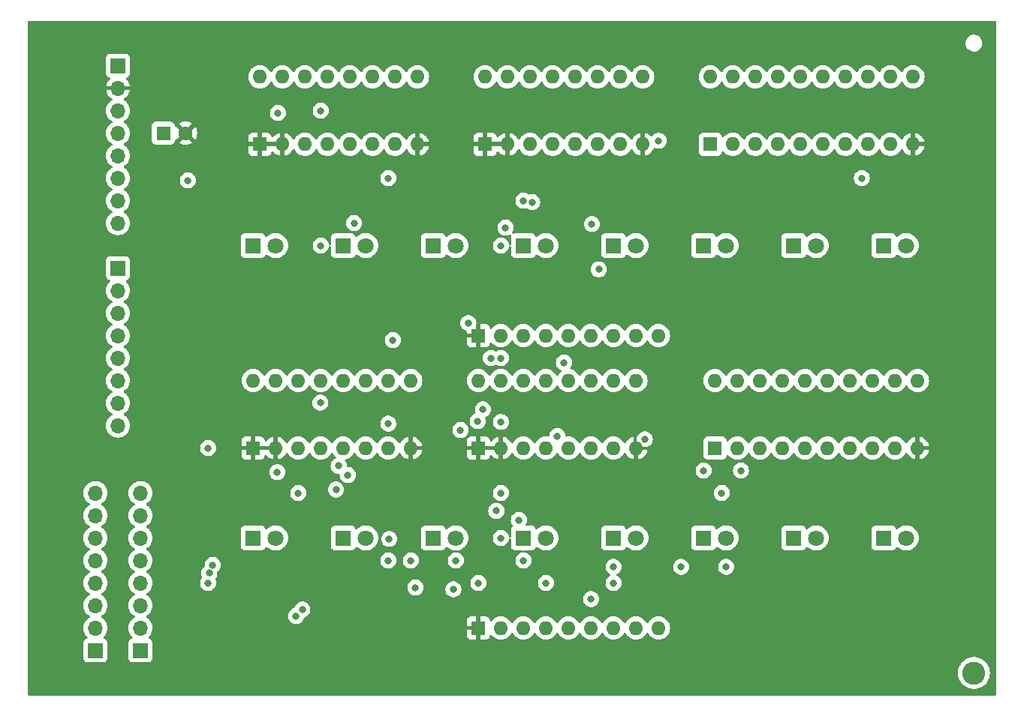
<source format=gbr>
%TF.GenerationSoftware,KiCad,Pcbnew,(7.0.0)*%
%TF.CreationDate,2023-02-28T23:31:08-05:00*%
%TF.ProjectId,8bc_registers,3862635f-7265-4676-9973-746572732e6b,1.0*%
%TF.SameCoordinates,Original*%
%TF.FileFunction,Copper,L2,Inr*%
%TF.FilePolarity,Positive*%
%FSLAX46Y46*%
G04 Gerber Fmt 4.6, Leading zero omitted, Abs format (unit mm)*
G04 Created by KiCad (PCBNEW (7.0.0)) date 2023-02-28 23:31:08*
%MOMM*%
%LPD*%
G01*
G04 APERTURE LIST*
%TA.AperFunction,WasherPad*%
%ADD10C,2.600000*%
%TD*%
%TA.AperFunction,ComponentPad*%
%ADD11R,1.800000X1.800000*%
%TD*%
%TA.AperFunction,ComponentPad*%
%ADD12C,1.800000*%
%TD*%
%TA.AperFunction,ComponentPad*%
%ADD13R,1.600000X1.600000*%
%TD*%
%TA.AperFunction,ComponentPad*%
%ADD14O,1.600000X1.600000*%
%TD*%
%TA.AperFunction,ComponentPad*%
%ADD15R,1.700000X1.700000*%
%TD*%
%TA.AperFunction,ComponentPad*%
%ADD16O,1.700000X1.700000*%
%TD*%
%TA.AperFunction,ComponentPad*%
%ADD17C,1.600000*%
%TD*%
%TA.AperFunction,ViaPad*%
%ADD18C,0.800000*%
%TD*%
G04 APERTURE END LIST*
D10*
%TO.N,*%
%TO.C,REF\u002A\u002A*%
X198120000Y-109220000D03*
%TD*%
D11*
%TO.N,Net-(D1-K)*%
%TO.C,D1*%
X116839999Y-60959999D03*
D12*
%TO.N,A0*%
X119380000Y-60960000D03*
%TD*%
D13*
%TO.N,GND*%
%TO.C,U6*%
X142239999Y-83819999D03*
D14*
X144779999Y-83819999D03*
%TO.N,B3*%
X147319999Y-83819999D03*
%TO.N,B2*%
X149859999Y-83819999D03*
%TO.N,B1*%
X152399999Y-83819999D03*
%TO.N,B0*%
X154939999Y-83819999D03*
%TO.N,CLK*%
X157479999Y-83819999D03*
%TO.N,GND*%
X160019999Y-83819999D03*
%TO.N,~{BI}*%
X160019999Y-76199999D03*
X157479999Y-76199999D03*
%TO.N,BUS_0*%
X154939999Y-76199999D03*
%TO.N,BUS_1*%
X152399999Y-76199999D03*
%TO.N,BUS_2*%
X149859999Y-76199999D03*
%TO.N,BUS_3*%
X147319999Y-76199999D03*
%TO.N,CLR*%
X144779999Y-76199999D03*
%TO.N,+5V*%
X142239999Y-76199999D03*
%TD*%
D11*
%TO.N,Net-(D3-K)*%
%TO.C,D3*%
X137159999Y-60959999D03*
D12*
%TO.N,A2*%
X139700000Y-60960000D03*
%TD*%
D13*
%TO.N,GND*%
%TO.C,U2*%
X117599999Y-49519999D03*
D14*
X120139999Y-49519999D03*
%TO.N,A7*%
X122679999Y-49519999D03*
%TO.N,A6*%
X125219999Y-49519999D03*
%TO.N,A5*%
X127759999Y-49519999D03*
%TO.N,A4*%
X130299999Y-49519999D03*
%TO.N,CLK*%
X132839999Y-49519999D03*
%TO.N,GND*%
X135379999Y-49519999D03*
%TO.N,~{AI}*%
X135379999Y-41899999D03*
X132839999Y-41899999D03*
%TO.N,BUS_4*%
X130299999Y-41899999D03*
%TO.N,BUS_5*%
X127759999Y-41899999D03*
%TO.N,BUS_6*%
X125219999Y-41899999D03*
%TO.N,BUS_7*%
X122679999Y-41899999D03*
%TO.N,CLR*%
X120139999Y-41899999D03*
%TO.N,+5V*%
X117599999Y-41899999D03*
%TD*%
D13*
%TO.N,+5V*%
%TO.C,U1*%
X168399999Y-49519999D03*
D14*
%TO.N,A7*%
X170939999Y-49519999D03*
%TO.N,A6*%
X173479999Y-49519999D03*
%TO.N,A5*%
X176019999Y-49519999D03*
%TO.N,A4*%
X178559999Y-49519999D03*
%TO.N,A3*%
X181099999Y-49519999D03*
%TO.N,A2*%
X183639999Y-49519999D03*
%TO.N,A1*%
X186179999Y-49519999D03*
%TO.N,A0*%
X188719999Y-49519999D03*
%TO.N,GND*%
X191259999Y-49519999D03*
%TO.N,BUS_0*%
X191259999Y-41899999D03*
%TO.N,BUS_1*%
X188719999Y-41899999D03*
%TO.N,BUS_2*%
X186179999Y-41899999D03*
%TO.N,BUS_3*%
X183639999Y-41899999D03*
%TO.N,BUS_4*%
X181099999Y-41899999D03*
%TO.N,BUS_5*%
X178559999Y-41899999D03*
%TO.N,BUS_6*%
X176019999Y-41899999D03*
%TO.N,BUS_7*%
X173479999Y-41899999D03*
%TO.N,~{AO}*%
X170939999Y-41899999D03*
%TO.N,+5V*%
X168399999Y-41899999D03*
%TD*%
D15*
%TO.N,A0*%
%TO.C,J3*%
X99059999Y-106679999D03*
D16*
%TO.N,A1*%
X99059999Y-104139999D03*
%TO.N,A2*%
X99059999Y-101599999D03*
%TO.N,A3*%
X99059999Y-99059999D03*
%TO.N,A4*%
X99059999Y-96519999D03*
%TO.N,A5*%
X99059999Y-93979999D03*
%TO.N,A6*%
X99059999Y-91439999D03*
%TO.N,A7*%
X99059999Y-88899999D03*
%TD*%
D11*
%TO.N,Net-(D6-K)*%
%TO.C,D6*%
X167639999Y-60959999D03*
D12*
%TO.N,A5*%
X170180000Y-60960000D03*
%TD*%
D13*
%TO.N,GND*%
%TO.C,U3*%
X142999999Y-49519999D03*
D14*
X145539999Y-49519999D03*
%TO.N,A3*%
X148079999Y-49519999D03*
%TO.N,A2*%
X150619999Y-49519999D03*
%TO.N,A1*%
X153159999Y-49519999D03*
%TO.N,A0*%
X155699999Y-49519999D03*
%TO.N,CLK*%
X158239999Y-49519999D03*
%TO.N,GND*%
X160779999Y-49519999D03*
%TO.N,~{AI}*%
X160779999Y-41899999D03*
X158239999Y-41899999D03*
%TO.N,BUS_0*%
X155699999Y-41899999D03*
%TO.N,BUS_1*%
X153159999Y-41899999D03*
%TO.N,BUS_2*%
X150619999Y-41899999D03*
%TO.N,BUS_3*%
X148079999Y-41899999D03*
%TO.N,CLR*%
X145539999Y-41899999D03*
%TO.N,+5V*%
X142999999Y-41899999D03*
%TD*%
D13*
%TO.N,GND*%
%TO.C,U5*%
X116839999Y-83819999D03*
D14*
X119379999Y-83819999D03*
%TO.N,B7*%
X121919999Y-83819999D03*
%TO.N,B6*%
X124459999Y-83819999D03*
%TO.N,B5*%
X126999999Y-83819999D03*
%TO.N,B4*%
X129539999Y-83819999D03*
%TO.N,CLK*%
X132079999Y-83819999D03*
%TO.N,GND*%
X134619999Y-83819999D03*
%TO.N,~{BI}*%
X134619999Y-76199999D03*
X132079999Y-76199999D03*
%TO.N,BUS_4*%
X129539999Y-76199999D03*
%TO.N,BUS_5*%
X126999999Y-76199999D03*
%TO.N,BUS_6*%
X124459999Y-76199999D03*
%TO.N,BUS_7*%
X121919999Y-76199999D03*
%TO.N,CLR*%
X119379999Y-76199999D03*
%TO.N,+5V*%
X116839999Y-76199999D03*
%TD*%
D11*
%TO.N,Net-(D9-K)*%
%TO.C,D9*%
X187959999Y-93979999D03*
D12*
%TO.N,B7*%
X190500000Y-93980000D03*
%TD*%
D15*
%TO.N,+5V*%
%TO.C,J2*%
X101599999Y-40639999D03*
D16*
%TO.N,GND*%
X101599999Y-43179999D03*
%TO.N,~{BO}*%
X101599999Y-45719999D03*
%TO.N,~{AO}*%
X101599999Y-48259999D03*
%TO.N,~{BI}*%
X101599999Y-50799999D03*
%TO.N,~{AI}*%
X101599999Y-53339999D03*
%TO.N,CLR*%
X101599999Y-55879999D03*
%TO.N,CLK*%
X101599999Y-58419999D03*
%TD*%
D15*
%TO.N,B0*%
%TO.C,J4*%
X104139999Y-106679999D03*
D16*
%TO.N,B1*%
X104139999Y-104139999D03*
%TO.N,B2*%
X104139999Y-101599999D03*
%TO.N,B3*%
X104139999Y-99059999D03*
%TO.N,B4*%
X104139999Y-96519999D03*
%TO.N,B5*%
X104139999Y-93979999D03*
%TO.N,B6*%
X104139999Y-91439999D03*
%TO.N,B7*%
X104139999Y-88899999D03*
%TD*%
D11*
%TO.N,Net-(D12-K)*%
%TO.C,D12*%
X167639999Y-93979999D03*
D12*
%TO.N,B4*%
X170180000Y-93980000D03*
%TD*%
D11*
%TO.N,Net-(D16-K)*%
%TO.C,D16*%
X116839999Y-93979999D03*
D12*
%TO.N,B0*%
X119380000Y-93980000D03*
%TD*%
D11*
%TO.N,Net-(D14-K)*%
%TO.C,D14*%
X137159999Y-93979999D03*
D12*
%TO.N,B2*%
X139700000Y-93980000D03*
%TD*%
D11*
%TO.N,Net-(D5-K)*%
%TO.C,D5*%
X157479999Y-60959999D03*
D12*
%TO.N,A4*%
X160020000Y-60960000D03*
%TD*%
D11*
%TO.N,Net-(D15-K)*%
%TO.C,D15*%
X126999999Y-93979999D03*
D12*
%TO.N,B1*%
X129540000Y-93980000D03*
%TD*%
D13*
%TO.N,GND*%
%TO.C,RN2*%
X142239999Y-104139999D03*
D14*
%TO.N,Net-(D16-K)*%
X144779999Y-104139999D03*
%TO.N,Net-(D15-K)*%
X147319999Y-104139999D03*
%TO.N,Net-(D14-K)*%
X149859999Y-104139999D03*
%TO.N,Net-(D13-K)*%
X152399999Y-104139999D03*
%TO.N,Net-(D12-K)*%
X154939999Y-104139999D03*
%TO.N,Net-(D11-K)*%
X157479999Y-104139999D03*
%TO.N,Net-(D10-K)*%
X160019999Y-104139999D03*
%TO.N,Net-(D9-K)*%
X162559999Y-104139999D03*
%TD*%
D11*
%TO.N,Net-(D8-K)*%
%TO.C,D8*%
X187959999Y-60959999D03*
D12*
%TO.N,A7*%
X190500000Y-60960000D03*
%TD*%
D13*
%TO.N,GND*%
%TO.C,RN1*%
X142239999Y-71119999D03*
D14*
%TO.N,Net-(D1-K)*%
X144779999Y-71119999D03*
%TO.N,Net-(D2-K)*%
X147319999Y-71119999D03*
%TO.N,Net-(D3-K)*%
X149859999Y-71119999D03*
%TO.N,Net-(D4-K)*%
X152399999Y-71119999D03*
%TO.N,Net-(D5-K)*%
X154939999Y-71119999D03*
%TO.N,Net-(D6-K)*%
X157479999Y-71119999D03*
%TO.N,Net-(D7-K)*%
X160019999Y-71119999D03*
%TO.N,Net-(D8-K)*%
X162559999Y-71119999D03*
%TD*%
D15*
%TO.N,BUS_0*%
%TO.C,J1*%
X101599999Y-63499999D03*
D16*
%TO.N,BUS_1*%
X101599999Y-66039999D03*
%TO.N,BUS_2*%
X101599999Y-68579999D03*
%TO.N,BUS_3*%
X101599999Y-71119999D03*
%TO.N,BUS_4*%
X101599999Y-73659999D03*
%TO.N,BUS_5*%
X101599999Y-76199999D03*
%TO.N,BUS_6*%
X101599999Y-78739999D03*
%TO.N,BUS_7*%
X101599999Y-81279999D03*
%TD*%
D11*
%TO.N,Net-(D4-K)*%
%TO.C,D4*%
X147319999Y-60959999D03*
D12*
%TO.N,A3*%
X149860000Y-60960000D03*
%TD*%
D13*
%TO.N,+5V*%
%TO.C,C1*%
X106719999Y-48259999D03*
D17*
%TO.N,GND*%
X109220000Y-48260000D03*
%TD*%
D13*
%TO.N,+5V*%
%TO.C,U4*%
X168914999Y-83819999D03*
D14*
%TO.N,B7*%
X171454999Y-83819999D03*
%TO.N,B6*%
X173994999Y-83819999D03*
%TO.N,B5*%
X176534999Y-83819999D03*
%TO.N,B4*%
X179074999Y-83819999D03*
%TO.N,B3*%
X181614999Y-83819999D03*
%TO.N,B2*%
X184154999Y-83819999D03*
%TO.N,B1*%
X186694999Y-83819999D03*
%TO.N,B0*%
X189234999Y-83819999D03*
%TO.N,GND*%
X191774999Y-83819999D03*
%TO.N,BUS_0*%
X191774999Y-76199999D03*
%TO.N,BUS_1*%
X189234999Y-76199999D03*
%TO.N,BUS_2*%
X186694999Y-76199999D03*
%TO.N,BUS_3*%
X184154999Y-76199999D03*
%TO.N,BUS_4*%
X181614999Y-76199999D03*
%TO.N,BUS_5*%
X179074999Y-76199999D03*
%TO.N,BUS_6*%
X176534999Y-76199999D03*
%TO.N,BUS_7*%
X173994999Y-76199999D03*
%TO.N,~{BO}*%
X171454999Y-76199999D03*
%TO.N,+5V*%
X168914999Y-76199999D03*
%TD*%
D11*
%TO.N,Net-(D13-K)*%
%TO.C,D13*%
X147319999Y-93979999D03*
D12*
%TO.N,B3*%
X149860000Y-93980000D03*
%TD*%
D11*
%TO.N,Net-(D7-K)*%
%TO.C,D7*%
X177799999Y-60959999D03*
D12*
%TO.N,A6*%
X180340000Y-60960000D03*
%TD*%
D11*
%TO.N,Net-(D10-K)*%
%TO.C,D10*%
X177799999Y-93979999D03*
D12*
%TO.N,B6*%
X180340000Y-93980000D03*
%TD*%
D11*
%TO.N,Net-(D2-K)*%
%TO.C,D2*%
X126999999Y-60959999D03*
D12*
%TO.N,A1*%
X129540000Y-60960000D03*
%TD*%
D11*
%TO.N,Net-(D11-K)*%
%TO.C,D11*%
X157479999Y-93979999D03*
D12*
%TO.N,B5*%
X160020000Y-93980000D03*
%TD*%
D18*
%TO.N,BUS_5*%
X140212300Y-81792300D03*
X124422205Y-78702205D03*
%TO.N,BUS_6*%
X142752300Y-79464500D03*
%TO.N,Net-(D11-K)*%
X157480000Y-99060000D03*
X157480000Y-97245000D03*
%TO.N,Net-(D12-K)*%
X165100000Y-97245000D03*
X154940000Y-100875500D03*
%TO.N,Net-(D13-K)*%
X147320000Y-96520000D03*
X149860000Y-99060000D03*
%TO.N,Net-(D14-K)*%
X139700000Y-96520000D03*
X134620000Y-96520000D03*
X142240000Y-99060000D03*
%TO.N,Net-(D15-K)*%
X132188506Y-94088506D03*
X135132300Y-99572300D03*
X139422746Y-99784500D03*
X132080000Y-96520000D03*
%TO.N,Net-(D16-K)*%
X121920000Y-88900000D03*
%TO.N,~{BI}*%
X132592300Y-71632300D03*
X119632299Y-45972299D03*
X151887700Y-74172300D03*
X124460000Y-60960000D03*
X109472299Y-53592299D03*
%TO.N,CLR*%
X111760000Y-83820000D03*
X144780000Y-73660000D03*
%TO.N,CLK*%
X142155851Y-80789549D03*
X144780000Y-80873698D03*
X132080000Y-81067800D03*
%TO.N,A0*%
X185489500Y-53340000D03*
X143655000Y-73660000D03*
%TO.N,A1*%
X141115000Y-69705000D03*
%TO.N,A2*%
X144780000Y-60960000D03*
%TO.N,A3*%
X147320000Y-55880000D03*
%TO.N,A4*%
X132080000Y-53340000D03*
%TO.N,A5*%
X148305164Y-56048698D03*
X155814549Y-63650049D03*
X155048506Y-58528506D03*
X128225000Y-58420000D03*
X145292300Y-58932300D03*
%TO.N,A7*%
X162560000Y-49119500D03*
X124460000Y-45720000D03*
%TO.N,B7*%
X119562795Y-86542795D03*
X170180000Y-97244500D03*
%TO.N,B6*%
X171855500Y-86360000D03*
X126179704Y-88524506D03*
X112272300Y-97032300D03*
X167640000Y-86360000D03*
X146807700Y-91952300D03*
X144267700Y-90927700D03*
%TO.N,B5*%
X126487700Y-85847700D03*
X111889807Y-97955720D03*
X144780000Y-93980000D03*
X144780000Y-88900000D03*
X127512300Y-86872300D03*
%TO.N,B4*%
X111760000Y-99060000D03*
%TO.N,B3*%
X122387299Y-102067299D03*
%TO.N,B2*%
X151130000Y-82474410D03*
X121680544Y-102791799D03*
X161009598Y-82830402D03*
%TO.N,B0*%
X169679500Y-88900000D03*
%TD*%
%TA.AperFunction,Conductor*%
%TO.N,GND*%
G36*
X200597500Y-35577113D02*
G01*
X200642887Y-35622500D01*
X200659500Y-35684500D01*
X200659500Y-111635500D01*
X200642887Y-111697500D01*
X200597500Y-111742887D01*
X200535500Y-111759500D01*
X91564500Y-111759500D01*
X91502500Y-111742887D01*
X91457113Y-111697500D01*
X91440500Y-111635500D01*
X91440500Y-109220000D01*
X196314451Y-109220000D01*
X196334617Y-109489103D01*
X196394666Y-109752195D01*
X196493257Y-110003398D01*
X196628185Y-110237102D01*
X196796439Y-110448085D01*
X196994259Y-110631635D01*
X197217226Y-110783651D01*
X197460359Y-110900738D01*
X197464787Y-110902103D01*
X197464790Y-110902105D01*
X197589293Y-110940509D01*
X197718228Y-110980280D01*
X197985071Y-111020500D01*
X198250292Y-111020500D01*
X198254929Y-111020500D01*
X198521772Y-110980280D01*
X198779641Y-110900738D01*
X199022775Y-110783651D01*
X199245741Y-110631635D01*
X199443561Y-110448085D01*
X199611815Y-110237102D01*
X199746743Y-110003398D01*
X199845334Y-109752195D01*
X199905383Y-109489103D01*
X199925549Y-109220000D01*
X199905383Y-108950897D01*
X199845334Y-108687805D01*
X199746743Y-108436602D01*
X199611815Y-108202898D01*
X199443561Y-107991915D01*
X199245741Y-107808365D01*
X199241912Y-107805754D01*
X199241909Y-107805752D01*
X199026610Y-107658964D01*
X199022775Y-107656349D01*
X198998694Y-107644752D01*
X198783820Y-107541274D01*
X198783814Y-107541271D01*
X198779641Y-107539262D01*
X198775219Y-107537898D01*
X198775209Y-107537894D01*
X198526202Y-107461086D01*
X198526196Y-107461084D01*
X198521772Y-107459720D01*
X198517195Y-107459030D01*
X198517186Y-107459028D01*
X198259514Y-107420191D01*
X198259513Y-107420190D01*
X198254929Y-107419500D01*
X197985071Y-107419500D01*
X197980487Y-107420190D01*
X197980485Y-107420191D01*
X197722813Y-107459028D01*
X197722801Y-107459030D01*
X197718228Y-107459720D01*
X197713806Y-107461083D01*
X197713797Y-107461086D01*
X197464790Y-107537894D01*
X197464775Y-107537899D01*
X197460359Y-107539262D01*
X197456185Y-107541271D01*
X197456180Y-107541274D01*
X197221411Y-107654333D01*
X197221404Y-107654336D01*
X197217226Y-107656349D01*
X197213393Y-107658962D01*
X197213390Y-107658964D01*
X196998090Y-107805752D01*
X196998080Y-107805759D01*
X196994259Y-107808365D01*
X196990863Y-107811516D01*
X196990853Y-107811524D01*
X196799843Y-107988756D01*
X196799839Y-107988759D01*
X196796439Y-107991915D01*
X196793549Y-107995537D01*
X196793546Y-107995542D01*
X196772942Y-108021379D01*
X196628185Y-108202898D01*
X196625866Y-108206913D01*
X196625865Y-108206916D01*
X196495578Y-108432581D01*
X196495575Y-108432586D01*
X196493257Y-108436602D01*
X196491563Y-108440916D01*
X196491561Y-108440922D01*
X196396363Y-108683480D01*
X196394666Y-108687805D01*
X196393633Y-108692326D01*
X196393632Y-108692333D01*
X196335648Y-108946377D01*
X196335646Y-108946385D01*
X196334617Y-108950897D01*
X196314451Y-109220000D01*
X91440500Y-109220000D01*
X91440500Y-104140000D01*
X97704341Y-104140000D01*
X97704813Y-104145395D01*
X97723702Y-104361301D01*
X97724937Y-104375408D01*
X97726336Y-104380630D01*
X97726337Y-104380634D01*
X97784694Y-104598430D01*
X97784697Y-104598438D01*
X97786097Y-104603663D01*
X97788385Y-104608570D01*
X97788386Y-104608572D01*
X97883678Y-104812927D01*
X97883681Y-104812933D01*
X97885965Y-104817830D01*
X97889064Y-104822257D01*
X97889066Y-104822259D01*
X98018399Y-105006966D01*
X98018402Y-105006970D01*
X98021505Y-105011401D01*
X98025336Y-105015232D01*
X98143430Y-105133326D01*
X98174726Y-105186072D01*
X98176915Y-105247365D01*
X98149462Y-105302210D01*
X98099083Y-105337189D01*
X98019857Y-105366739D01*
X97967669Y-105386204D01*
X97960572Y-105391516D01*
X97960568Y-105391519D01*
X97859550Y-105467141D01*
X97859546Y-105467144D01*
X97852454Y-105472454D01*
X97847144Y-105479546D01*
X97847141Y-105479550D01*
X97771519Y-105580568D01*
X97771516Y-105580572D01*
X97766204Y-105587669D01*
X97763104Y-105595978D01*
X97763104Y-105595980D01*
X97718620Y-105715247D01*
X97718619Y-105715250D01*
X97715909Y-105722517D01*
X97715079Y-105730227D01*
X97715079Y-105730232D01*
X97709855Y-105778819D01*
X97709854Y-105778831D01*
X97709500Y-105782127D01*
X97709500Y-105785448D01*
X97709500Y-105785449D01*
X97709500Y-107574560D01*
X97709500Y-107574578D01*
X97709501Y-107577872D01*
X97709853Y-107581150D01*
X97709854Y-107581161D01*
X97715079Y-107629768D01*
X97715080Y-107629773D01*
X97715909Y-107637483D01*
X97718619Y-107644749D01*
X97718620Y-107644753D01*
X97752217Y-107734831D01*
X97766204Y-107772331D01*
X97852454Y-107887546D01*
X97967669Y-107973796D01*
X98102517Y-108024091D01*
X98162127Y-108030500D01*
X99957872Y-108030499D01*
X100017483Y-108024091D01*
X100152331Y-107973796D01*
X100267546Y-107887546D01*
X100353796Y-107772331D01*
X100404091Y-107637483D01*
X100410500Y-107577873D01*
X100410499Y-105782128D01*
X100404091Y-105722517D01*
X100353796Y-105587669D01*
X100267546Y-105472454D01*
X100231497Y-105445468D01*
X100159431Y-105391519D01*
X100159430Y-105391518D01*
X100152331Y-105386204D01*
X100082359Y-105360106D01*
X100020916Y-105337189D01*
X99970537Y-105302210D01*
X99943084Y-105247365D01*
X99945273Y-105186072D01*
X99976566Y-105133329D01*
X100098495Y-105011401D01*
X100234035Y-104817830D01*
X100333903Y-104603663D01*
X100395063Y-104375408D01*
X100415659Y-104140000D01*
X102784341Y-104140000D01*
X102784813Y-104145395D01*
X102803702Y-104361301D01*
X102804937Y-104375408D01*
X102806336Y-104380630D01*
X102806337Y-104380634D01*
X102864694Y-104598430D01*
X102864697Y-104598438D01*
X102866097Y-104603663D01*
X102868385Y-104608570D01*
X102868386Y-104608572D01*
X102963678Y-104812927D01*
X102963681Y-104812933D01*
X102965965Y-104817830D01*
X102969064Y-104822257D01*
X102969066Y-104822259D01*
X103098399Y-105006966D01*
X103098402Y-105006970D01*
X103101505Y-105011401D01*
X103105336Y-105015232D01*
X103223430Y-105133326D01*
X103254726Y-105186072D01*
X103256915Y-105247365D01*
X103229462Y-105302210D01*
X103179083Y-105337189D01*
X103099857Y-105366739D01*
X103047669Y-105386204D01*
X103040572Y-105391516D01*
X103040568Y-105391519D01*
X102939550Y-105467141D01*
X102939546Y-105467144D01*
X102932454Y-105472454D01*
X102927144Y-105479546D01*
X102927141Y-105479550D01*
X102851519Y-105580568D01*
X102851516Y-105580572D01*
X102846204Y-105587669D01*
X102843104Y-105595978D01*
X102843104Y-105595980D01*
X102798620Y-105715247D01*
X102798619Y-105715250D01*
X102795909Y-105722517D01*
X102795079Y-105730227D01*
X102795079Y-105730232D01*
X102789855Y-105778819D01*
X102789854Y-105778831D01*
X102789500Y-105782127D01*
X102789500Y-105785448D01*
X102789500Y-105785449D01*
X102789500Y-107574560D01*
X102789500Y-107574578D01*
X102789501Y-107577872D01*
X102789853Y-107581150D01*
X102789854Y-107581161D01*
X102795079Y-107629768D01*
X102795080Y-107629773D01*
X102795909Y-107637483D01*
X102798619Y-107644749D01*
X102798620Y-107644753D01*
X102832217Y-107734831D01*
X102846204Y-107772331D01*
X102932454Y-107887546D01*
X103047669Y-107973796D01*
X103182517Y-108024091D01*
X103242127Y-108030500D01*
X105037872Y-108030499D01*
X105097483Y-108024091D01*
X105232331Y-107973796D01*
X105347546Y-107887546D01*
X105433796Y-107772331D01*
X105484091Y-107637483D01*
X105490500Y-107577873D01*
X105490499Y-105782128D01*
X105484091Y-105722517D01*
X105433796Y-105587669D01*
X105347546Y-105472454D01*
X105311497Y-105445468D01*
X105239431Y-105391519D01*
X105239430Y-105391518D01*
X105232331Y-105386204D01*
X105162359Y-105360106D01*
X105100916Y-105337189D01*
X105050537Y-105302210D01*
X105023084Y-105247365D01*
X105025273Y-105186072D01*
X105056566Y-105133329D01*
X105178495Y-105011401D01*
X105197319Y-104984518D01*
X140940000Y-104984518D01*
X140940353Y-104991114D01*
X140945573Y-105039667D01*
X140949111Y-105054641D01*
X140993547Y-105173777D01*
X141001962Y-105189189D01*
X141077498Y-105290092D01*
X141089907Y-105302501D01*
X141190810Y-105378037D01*
X141206222Y-105386452D01*
X141325358Y-105430888D01*
X141340332Y-105434426D01*
X141388885Y-105439646D01*
X141395482Y-105440000D01*
X141973674Y-105440000D01*
X141986549Y-105436549D01*
X141990000Y-105423674D01*
X142490000Y-105423674D01*
X142493450Y-105436549D01*
X142506326Y-105440000D01*
X143084518Y-105440000D01*
X143091114Y-105439646D01*
X143139667Y-105434426D01*
X143154641Y-105430888D01*
X143273777Y-105386452D01*
X143289189Y-105378037D01*
X143390092Y-105302501D01*
X143402501Y-105290092D01*
X143478037Y-105189189D01*
X143486452Y-105173777D01*
X143530888Y-105054641D01*
X143534427Y-105039666D01*
X143537424Y-105011784D01*
X143557802Y-104955862D01*
X143601890Y-104915877D01*
X143659531Y-104901042D01*
X143717445Y-104914774D01*
X143762288Y-104953911D01*
X143779953Y-104979139D01*
X143940861Y-105140047D01*
X144127266Y-105270568D01*
X144333504Y-105366739D01*
X144338734Y-105368140D01*
X144338736Y-105368141D01*
X144545989Y-105423674D01*
X144553308Y-105425635D01*
X144780000Y-105445468D01*
X145006692Y-105425635D01*
X145226496Y-105366739D01*
X145432734Y-105270568D01*
X145619139Y-105140047D01*
X145780047Y-104979139D01*
X145910568Y-104792734D01*
X145937618Y-104734724D01*
X145983375Y-104682549D01*
X146050000Y-104663130D01*
X146116625Y-104682549D01*
X146162381Y-104734724D01*
X146189432Y-104792734D01*
X146319953Y-104979139D01*
X146480861Y-105140047D01*
X146667266Y-105270568D01*
X146873504Y-105366739D01*
X146878734Y-105368140D01*
X146878736Y-105368141D01*
X147085989Y-105423674D01*
X147093308Y-105425635D01*
X147320000Y-105445468D01*
X147546692Y-105425635D01*
X147766496Y-105366739D01*
X147972734Y-105270568D01*
X148159139Y-105140047D01*
X148320047Y-104979139D01*
X148450568Y-104792734D01*
X148477618Y-104734724D01*
X148523375Y-104682549D01*
X148590000Y-104663130D01*
X148656625Y-104682549D01*
X148702381Y-104734724D01*
X148729432Y-104792734D01*
X148859953Y-104979139D01*
X149020861Y-105140047D01*
X149207266Y-105270568D01*
X149413504Y-105366739D01*
X149418734Y-105368140D01*
X149418736Y-105368141D01*
X149625989Y-105423674D01*
X149633308Y-105425635D01*
X149860000Y-105445468D01*
X150086692Y-105425635D01*
X150306496Y-105366739D01*
X150512734Y-105270568D01*
X150699139Y-105140047D01*
X150860047Y-104979139D01*
X150990568Y-104792734D01*
X151017618Y-104734724D01*
X151063375Y-104682549D01*
X151130000Y-104663130D01*
X151196625Y-104682549D01*
X151242381Y-104734724D01*
X151269432Y-104792734D01*
X151399953Y-104979139D01*
X151560861Y-105140047D01*
X151747266Y-105270568D01*
X151953504Y-105366739D01*
X151958734Y-105368140D01*
X151958736Y-105368141D01*
X152165989Y-105423674D01*
X152173308Y-105425635D01*
X152400000Y-105445468D01*
X152626692Y-105425635D01*
X152846496Y-105366739D01*
X153052734Y-105270568D01*
X153239139Y-105140047D01*
X153400047Y-104979139D01*
X153530568Y-104792734D01*
X153557618Y-104734724D01*
X153603375Y-104682549D01*
X153670000Y-104663130D01*
X153736625Y-104682549D01*
X153782381Y-104734724D01*
X153809432Y-104792734D01*
X153939953Y-104979139D01*
X154100861Y-105140047D01*
X154287266Y-105270568D01*
X154493504Y-105366739D01*
X154498734Y-105368140D01*
X154498736Y-105368141D01*
X154705989Y-105423674D01*
X154713308Y-105425635D01*
X154940000Y-105445468D01*
X155166692Y-105425635D01*
X155386496Y-105366739D01*
X155592734Y-105270568D01*
X155779139Y-105140047D01*
X155940047Y-104979139D01*
X156070568Y-104792734D01*
X156097618Y-104734724D01*
X156143375Y-104682549D01*
X156210000Y-104663130D01*
X156276625Y-104682549D01*
X156322381Y-104734724D01*
X156349432Y-104792734D01*
X156479953Y-104979139D01*
X156640861Y-105140047D01*
X156827266Y-105270568D01*
X157033504Y-105366739D01*
X157038734Y-105368140D01*
X157038736Y-105368141D01*
X157245989Y-105423674D01*
X157253308Y-105425635D01*
X157480000Y-105445468D01*
X157706692Y-105425635D01*
X157926496Y-105366739D01*
X158132734Y-105270568D01*
X158319139Y-105140047D01*
X158480047Y-104979139D01*
X158610568Y-104792734D01*
X158637618Y-104734724D01*
X158683375Y-104682549D01*
X158750000Y-104663130D01*
X158816625Y-104682549D01*
X158862381Y-104734724D01*
X158889432Y-104792734D01*
X159019953Y-104979139D01*
X159180861Y-105140047D01*
X159367266Y-105270568D01*
X159573504Y-105366739D01*
X159578734Y-105368140D01*
X159578736Y-105368141D01*
X159785989Y-105423674D01*
X159793308Y-105425635D01*
X160020000Y-105445468D01*
X160246692Y-105425635D01*
X160466496Y-105366739D01*
X160672734Y-105270568D01*
X160859139Y-105140047D01*
X161020047Y-104979139D01*
X161150568Y-104792734D01*
X161177618Y-104734724D01*
X161223375Y-104682549D01*
X161290000Y-104663130D01*
X161356625Y-104682549D01*
X161402381Y-104734724D01*
X161429432Y-104792734D01*
X161559953Y-104979139D01*
X161720861Y-105140047D01*
X161907266Y-105270568D01*
X162113504Y-105366739D01*
X162118734Y-105368140D01*
X162118736Y-105368141D01*
X162325989Y-105423674D01*
X162333308Y-105425635D01*
X162560000Y-105445468D01*
X162786692Y-105425635D01*
X163006496Y-105366739D01*
X163212734Y-105270568D01*
X163399139Y-105140047D01*
X163560047Y-104979139D01*
X163690568Y-104792734D01*
X163786739Y-104586496D01*
X163845635Y-104366692D01*
X163865468Y-104140000D01*
X163845635Y-103913308D01*
X163786739Y-103693504D01*
X163690568Y-103487266D01*
X163560047Y-103300861D01*
X163399139Y-103139953D01*
X163212734Y-103009432D01*
X163110806Y-102961902D01*
X163011405Y-102915550D01*
X163011403Y-102915549D01*
X163006496Y-102913261D01*
X163001271Y-102911861D01*
X163001263Y-102911858D01*
X162791916Y-102855764D01*
X162791907Y-102855762D01*
X162786692Y-102854365D01*
X162781304Y-102853893D01*
X162781301Y-102853893D01*
X162565395Y-102835004D01*
X162560000Y-102834532D01*
X162554605Y-102835004D01*
X162338698Y-102853893D01*
X162338693Y-102853893D01*
X162333308Y-102854365D01*
X162328094Y-102855762D01*
X162328083Y-102855764D01*
X162118736Y-102911858D01*
X162118724Y-102911862D01*
X162113504Y-102913261D01*
X162108599Y-102915547D01*
X162108594Y-102915550D01*
X161912176Y-103007142D01*
X161912172Y-103007144D01*
X161907266Y-103009432D01*
X161902833Y-103012535D01*
X161902826Y-103012540D01*
X161725296Y-103136847D01*
X161725291Y-103136850D01*
X161720861Y-103139953D01*
X161717037Y-103143776D01*
X161717031Y-103143782D01*
X161563782Y-103297031D01*
X161563776Y-103297037D01*
X161559953Y-103300861D01*
X161556850Y-103305291D01*
X161556847Y-103305296D01*
X161432540Y-103482826D01*
X161432535Y-103482833D01*
X161429432Y-103487266D01*
X161427148Y-103492163D01*
X161427141Y-103492176D01*
X161402382Y-103545274D01*
X161356625Y-103597450D01*
X161290000Y-103616869D01*
X161223375Y-103597450D01*
X161177618Y-103545274D01*
X161152858Y-103492176D01*
X161152855Y-103492172D01*
X161150568Y-103487266D01*
X161020047Y-103300861D01*
X160859139Y-103139953D01*
X160672734Y-103009432D01*
X160570806Y-102961902D01*
X160471405Y-102915550D01*
X160471403Y-102915549D01*
X160466496Y-102913261D01*
X160461271Y-102911861D01*
X160461263Y-102911858D01*
X160251916Y-102855764D01*
X160251907Y-102855762D01*
X160246692Y-102854365D01*
X160241304Y-102853893D01*
X160241301Y-102853893D01*
X160025395Y-102835004D01*
X160020000Y-102834532D01*
X160014605Y-102835004D01*
X159798698Y-102853893D01*
X159798693Y-102853893D01*
X159793308Y-102854365D01*
X159788094Y-102855762D01*
X159788083Y-102855764D01*
X159578736Y-102911858D01*
X159578724Y-102911862D01*
X159573504Y-102913261D01*
X159568599Y-102915547D01*
X159568594Y-102915550D01*
X159372176Y-103007142D01*
X159372172Y-103007144D01*
X159367266Y-103009432D01*
X159362833Y-103012535D01*
X159362826Y-103012540D01*
X159185296Y-103136847D01*
X159185291Y-103136850D01*
X159180861Y-103139953D01*
X159177037Y-103143776D01*
X159177031Y-103143782D01*
X159023782Y-103297031D01*
X159023776Y-103297037D01*
X159019953Y-103300861D01*
X159016850Y-103305291D01*
X159016847Y-103305296D01*
X158892540Y-103482826D01*
X158892535Y-103482833D01*
X158889432Y-103487266D01*
X158887148Y-103492163D01*
X158887141Y-103492176D01*
X158862382Y-103545274D01*
X158816625Y-103597450D01*
X158750000Y-103616869D01*
X158683375Y-103597450D01*
X158637618Y-103545274D01*
X158612858Y-103492176D01*
X158612855Y-103492172D01*
X158610568Y-103487266D01*
X158480047Y-103300861D01*
X158319139Y-103139953D01*
X158132734Y-103009432D01*
X158030806Y-102961902D01*
X157931405Y-102915550D01*
X157931403Y-102915549D01*
X157926496Y-102913261D01*
X157921271Y-102911861D01*
X157921263Y-102911858D01*
X157711916Y-102855764D01*
X157711907Y-102855762D01*
X157706692Y-102854365D01*
X157701304Y-102853893D01*
X157701301Y-102853893D01*
X157485395Y-102835004D01*
X157480000Y-102834532D01*
X157474605Y-102835004D01*
X157258698Y-102853893D01*
X157258693Y-102853893D01*
X157253308Y-102854365D01*
X157248094Y-102855762D01*
X157248083Y-102855764D01*
X157038736Y-102911858D01*
X157038724Y-102911862D01*
X157033504Y-102913261D01*
X157028599Y-102915547D01*
X157028594Y-102915550D01*
X156832176Y-103007142D01*
X156832172Y-103007144D01*
X156827266Y-103009432D01*
X156822833Y-103012535D01*
X156822826Y-103012540D01*
X156645296Y-103136847D01*
X156645291Y-103136850D01*
X156640861Y-103139953D01*
X156637037Y-103143776D01*
X156637031Y-103143782D01*
X156483782Y-103297031D01*
X156483776Y-103297037D01*
X156479953Y-103300861D01*
X156476850Y-103305291D01*
X156476847Y-103305296D01*
X156352540Y-103482826D01*
X156352535Y-103482833D01*
X156349432Y-103487266D01*
X156347148Y-103492163D01*
X156347141Y-103492176D01*
X156322382Y-103545274D01*
X156276625Y-103597450D01*
X156210000Y-103616869D01*
X156143375Y-103597450D01*
X156097618Y-103545274D01*
X156072858Y-103492176D01*
X156072855Y-103492172D01*
X156070568Y-103487266D01*
X155940047Y-103300861D01*
X155779139Y-103139953D01*
X155592734Y-103009432D01*
X155490806Y-102961902D01*
X155391405Y-102915550D01*
X155391403Y-102915549D01*
X155386496Y-102913261D01*
X155381271Y-102911861D01*
X155381263Y-102911858D01*
X155171916Y-102855764D01*
X155171907Y-102855762D01*
X155166692Y-102854365D01*
X155161304Y-102853893D01*
X155161301Y-102853893D01*
X154945395Y-102835004D01*
X154940000Y-102834532D01*
X154934605Y-102835004D01*
X154718698Y-102853893D01*
X154718693Y-102853893D01*
X154713308Y-102854365D01*
X154708094Y-102855762D01*
X154708083Y-102855764D01*
X154498736Y-102911858D01*
X154498724Y-102911862D01*
X154493504Y-102913261D01*
X154488599Y-102915547D01*
X154488594Y-102915550D01*
X154292176Y-103007142D01*
X154292172Y-103007144D01*
X154287266Y-103009432D01*
X154282833Y-103012535D01*
X154282826Y-103012540D01*
X154105296Y-103136847D01*
X154105291Y-103136850D01*
X154100861Y-103139953D01*
X154097037Y-103143776D01*
X154097031Y-103143782D01*
X153943782Y-103297031D01*
X153943776Y-103297037D01*
X153939953Y-103300861D01*
X153936850Y-103305291D01*
X153936847Y-103305296D01*
X153812540Y-103482826D01*
X153812535Y-103482833D01*
X153809432Y-103487266D01*
X153807148Y-103492163D01*
X153807141Y-103492176D01*
X153782382Y-103545274D01*
X153736625Y-103597450D01*
X153670000Y-103616869D01*
X153603375Y-103597450D01*
X153557618Y-103545274D01*
X153532858Y-103492176D01*
X153532855Y-103492172D01*
X153530568Y-103487266D01*
X153400047Y-103300861D01*
X153239139Y-103139953D01*
X153052734Y-103009432D01*
X152950806Y-102961902D01*
X152851405Y-102915550D01*
X152851403Y-102915549D01*
X152846496Y-102913261D01*
X152841271Y-102911861D01*
X152841263Y-102911858D01*
X152631916Y-102855764D01*
X152631907Y-102855762D01*
X152626692Y-102854365D01*
X152621304Y-102853893D01*
X152621301Y-102853893D01*
X152405395Y-102835004D01*
X152400000Y-102834532D01*
X152394605Y-102835004D01*
X152178698Y-102853893D01*
X152178693Y-102853893D01*
X152173308Y-102854365D01*
X152168094Y-102855762D01*
X152168083Y-102855764D01*
X151958736Y-102911858D01*
X151958724Y-102911862D01*
X151953504Y-102913261D01*
X151948599Y-102915547D01*
X151948594Y-102915550D01*
X151752176Y-103007142D01*
X151752172Y-103007144D01*
X151747266Y-103009432D01*
X151742833Y-103012535D01*
X151742826Y-103012540D01*
X151565296Y-103136847D01*
X151565291Y-103136850D01*
X151560861Y-103139953D01*
X151557037Y-103143776D01*
X151557031Y-103143782D01*
X151403782Y-103297031D01*
X151403776Y-103297037D01*
X151399953Y-103300861D01*
X151396850Y-103305291D01*
X151396847Y-103305296D01*
X151272540Y-103482826D01*
X151272535Y-103482833D01*
X151269432Y-103487266D01*
X151267148Y-103492163D01*
X151267141Y-103492176D01*
X151242382Y-103545274D01*
X151196625Y-103597450D01*
X151130000Y-103616869D01*
X151063375Y-103597450D01*
X151017618Y-103545274D01*
X150992858Y-103492176D01*
X150992855Y-103492172D01*
X150990568Y-103487266D01*
X150860047Y-103300861D01*
X150699139Y-103139953D01*
X150512734Y-103009432D01*
X150410806Y-102961902D01*
X150311405Y-102915550D01*
X150311403Y-102915549D01*
X150306496Y-102913261D01*
X150301271Y-102911861D01*
X150301263Y-102911858D01*
X150091916Y-102855764D01*
X150091907Y-102855762D01*
X150086692Y-102854365D01*
X150081304Y-102853893D01*
X150081301Y-102853893D01*
X149865395Y-102835004D01*
X149860000Y-102834532D01*
X149854605Y-102835004D01*
X149638698Y-102853893D01*
X149638693Y-102853893D01*
X149633308Y-102854365D01*
X149628094Y-102855762D01*
X149628083Y-102855764D01*
X149418736Y-102911858D01*
X149418724Y-102911862D01*
X149413504Y-102913261D01*
X149408599Y-102915547D01*
X149408594Y-102915550D01*
X149212176Y-103007142D01*
X149212172Y-103007144D01*
X149207266Y-103009432D01*
X149202833Y-103012535D01*
X149202826Y-103012540D01*
X149025296Y-103136847D01*
X149025291Y-103136850D01*
X149020861Y-103139953D01*
X149017037Y-103143776D01*
X149017031Y-103143782D01*
X148863782Y-103297031D01*
X148863776Y-103297037D01*
X148859953Y-103300861D01*
X148856850Y-103305291D01*
X148856847Y-103305296D01*
X148732540Y-103482826D01*
X148732535Y-103482833D01*
X148729432Y-103487266D01*
X148727148Y-103492163D01*
X148727141Y-103492176D01*
X148702382Y-103545274D01*
X148656625Y-103597450D01*
X148590000Y-103616869D01*
X148523375Y-103597450D01*
X148477618Y-103545274D01*
X148452858Y-103492176D01*
X148452855Y-103492172D01*
X148450568Y-103487266D01*
X148320047Y-103300861D01*
X148159139Y-103139953D01*
X147972734Y-103009432D01*
X147870806Y-102961902D01*
X147771405Y-102915550D01*
X147771403Y-102915549D01*
X147766496Y-102913261D01*
X147761271Y-102911861D01*
X147761263Y-102911858D01*
X147551916Y-102855764D01*
X147551907Y-102855762D01*
X147546692Y-102854365D01*
X147541304Y-102853893D01*
X147541301Y-102853893D01*
X147325395Y-102835004D01*
X147320000Y-102834532D01*
X147314605Y-102835004D01*
X147098698Y-102853893D01*
X147098693Y-102853893D01*
X147093308Y-102854365D01*
X147088094Y-102855762D01*
X147088083Y-102855764D01*
X146878736Y-102911858D01*
X146878724Y-102911862D01*
X146873504Y-102913261D01*
X146868599Y-102915547D01*
X146868594Y-102915550D01*
X146672176Y-103007142D01*
X146672172Y-103007144D01*
X146667266Y-103009432D01*
X146662833Y-103012535D01*
X146662826Y-103012540D01*
X146485296Y-103136847D01*
X146485291Y-103136850D01*
X146480861Y-103139953D01*
X146477037Y-103143776D01*
X146477031Y-103143782D01*
X146323782Y-103297031D01*
X146323776Y-103297037D01*
X146319953Y-103300861D01*
X146316850Y-103305291D01*
X146316847Y-103305296D01*
X146192540Y-103482826D01*
X146192535Y-103482833D01*
X146189432Y-103487266D01*
X146187148Y-103492163D01*
X146187141Y-103492176D01*
X146162382Y-103545274D01*
X146116625Y-103597450D01*
X146050000Y-103616869D01*
X145983375Y-103597450D01*
X145937618Y-103545274D01*
X145912858Y-103492176D01*
X145912855Y-103492172D01*
X145910568Y-103487266D01*
X145780047Y-103300861D01*
X145619139Y-103139953D01*
X145432734Y-103009432D01*
X145330806Y-102961902D01*
X145231405Y-102915550D01*
X145231403Y-102915549D01*
X145226496Y-102913261D01*
X145221271Y-102911861D01*
X145221263Y-102911858D01*
X145011916Y-102855764D01*
X145011907Y-102855762D01*
X145006692Y-102854365D01*
X145001304Y-102853893D01*
X145001301Y-102853893D01*
X144785395Y-102835004D01*
X144780000Y-102834532D01*
X144774605Y-102835004D01*
X144558698Y-102853893D01*
X144558693Y-102853893D01*
X144553308Y-102854365D01*
X144548094Y-102855762D01*
X144548083Y-102855764D01*
X144338736Y-102911858D01*
X144338724Y-102911862D01*
X144333504Y-102913261D01*
X144328599Y-102915547D01*
X144328594Y-102915550D01*
X144132176Y-103007142D01*
X144132172Y-103007144D01*
X144127266Y-103009432D01*
X144122833Y-103012535D01*
X144122826Y-103012540D01*
X143945296Y-103136847D01*
X143945291Y-103136850D01*
X143940861Y-103139953D01*
X143937037Y-103143776D01*
X143937031Y-103143782D01*
X143783782Y-103297031D01*
X143783776Y-103297037D01*
X143779953Y-103300861D01*
X143776853Y-103305288D01*
X143776844Y-103305299D01*
X143762286Y-103326090D01*
X143717443Y-103365225D01*
X143659530Y-103378957D01*
X143601890Y-103364122D01*
X143557802Y-103324137D01*
X143537424Y-103268215D01*
X143534427Y-103240333D01*
X143530888Y-103225358D01*
X143486452Y-103106222D01*
X143478037Y-103090810D01*
X143402501Y-102989907D01*
X143390092Y-102977498D01*
X143289189Y-102901962D01*
X143273777Y-102893547D01*
X143154641Y-102849111D01*
X143139667Y-102845573D01*
X143091114Y-102840353D01*
X143084518Y-102840000D01*
X142506326Y-102840000D01*
X142493450Y-102843450D01*
X142490000Y-102856326D01*
X142490000Y-105423674D01*
X141990000Y-105423674D01*
X141990000Y-104406326D01*
X141986549Y-104393450D01*
X141973674Y-104390000D01*
X140956326Y-104390000D01*
X140943450Y-104393450D01*
X140940000Y-104406326D01*
X140940000Y-104984518D01*
X105197319Y-104984518D01*
X105314035Y-104817830D01*
X105413903Y-104603663D01*
X105475063Y-104375408D01*
X105495659Y-104140000D01*
X105475063Y-103904592D01*
X105466779Y-103873674D01*
X140940000Y-103873674D01*
X140943450Y-103886549D01*
X140956326Y-103890000D01*
X141973674Y-103890000D01*
X141986549Y-103886549D01*
X141990000Y-103873674D01*
X141990000Y-102856326D01*
X141986549Y-102843450D01*
X141973674Y-102840000D01*
X141395482Y-102840000D01*
X141388885Y-102840353D01*
X141340332Y-102845573D01*
X141325358Y-102849111D01*
X141206222Y-102893547D01*
X141190810Y-102901962D01*
X141089907Y-102977498D01*
X141077498Y-102989907D01*
X141001962Y-103090810D01*
X140993547Y-103106222D01*
X140949111Y-103225358D01*
X140945573Y-103240332D01*
X140940353Y-103288885D01*
X140940000Y-103295482D01*
X140940000Y-103873674D01*
X105466779Y-103873674D01*
X105418180Y-103692299D01*
X105415305Y-103681569D01*
X105415304Y-103681567D01*
X105413903Y-103676337D01*
X105314035Y-103462171D01*
X105178495Y-103268599D01*
X105011401Y-103101505D01*
X105006968Y-103098401D01*
X105006961Y-103098395D01*
X104825842Y-102971575D01*
X104786976Y-102927257D01*
X104772965Y-102870000D01*
X104786976Y-102812743D01*
X104805343Y-102791799D01*
X120775084Y-102791799D01*
X120775763Y-102798259D01*
X120794190Y-102973594D01*
X120794191Y-102973602D01*
X120794870Y-102980055D01*
X120796875Y-102986227D01*
X120796877Y-102986234D01*
X120835864Y-103106222D01*
X120853365Y-103160083D01*
X120856612Y-103165707D01*
X120856613Y-103165709D01*
X120937203Y-103305296D01*
X120948011Y-103324015D01*
X120952355Y-103328840D01*
X120952357Y-103328842D01*
X120985117Y-103365225D01*
X121074673Y-103464687D01*
X121079931Y-103468507D01*
X121079932Y-103468508D01*
X121151243Y-103520318D01*
X121227814Y-103575950D01*
X121400741Y-103652943D01*
X121585898Y-103692299D01*
X121768687Y-103692299D01*
X121775190Y-103692299D01*
X121960347Y-103652943D01*
X122133274Y-103575950D01*
X122286415Y-103464687D01*
X122413077Y-103324015D01*
X122507723Y-103160083D01*
X122554625Y-103015732D01*
X122589585Y-102961902D01*
X122646776Y-102932763D01*
X122667102Y-102928443D01*
X122840029Y-102851450D01*
X122993170Y-102740187D01*
X123119832Y-102599515D01*
X123214478Y-102435583D01*
X123272973Y-102255555D01*
X123292759Y-102067299D01*
X123272973Y-101879043D01*
X123214478Y-101699015D01*
X123119832Y-101535083D01*
X122993170Y-101394411D01*
X122987912Y-101390591D01*
X122987910Y-101390589D01*
X122845287Y-101286968D01*
X122845286Y-101286967D01*
X122840029Y-101283148D01*
X122834091Y-101280504D01*
X122673044Y-101208800D01*
X122673039Y-101208798D01*
X122667102Y-101206155D01*
X122660743Y-101204803D01*
X122660739Y-101204802D01*
X122488307Y-101168151D01*
X122488304Y-101168150D01*
X122481945Y-101166799D01*
X122292653Y-101166799D01*
X122286294Y-101168150D01*
X122286290Y-101168151D01*
X122113858Y-101204802D01*
X122113851Y-101204804D01*
X122107496Y-101206155D01*
X122101561Y-101208797D01*
X122101553Y-101208800D01*
X121940506Y-101280504D01*
X121940501Y-101280506D01*
X121934569Y-101283148D01*
X121929315Y-101286964D01*
X121929310Y-101286968D01*
X121786687Y-101390589D01*
X121786680Y-101390594D01*
X121781428Y-101394411D01*
X121777083Y-101399236D01*
X121777078Y-101399241D01*
X121659112Y-101530255D01*
X121659107Y-101530261D01*
X121654766Y-101535083D01*
X121651521Y-101540703D01*
X121651517Y-101540709D01*
X121563368Y-101693388D01*
X121563365Y-101693393D01*
X121560120Y-101699015D01*
X121558114Y-101705188D01*
X121558113Y-101705191D01*
X121513218Y-101843362D01*
X121478261Y-101897191D01*
X121421075Y-101926332D01*
X121407095Y-101929304D01*
X121407091Y-101929305D01*
X121400741Y-101930655D01*
X121394812Y-101933294D01*
X121394805Y-101933297D01*
X121233751Y-102005004D01*
X121233746Y-102005006D01*
X121227814Y-102007648D01*
X121222560Y-102011464D01*
X121222555Y-102011468D01*
X121079932Y-102115089D01*
X121079925Y-102115094D01*
X121074673Y-102118911D01*
X121070328Y-102123736D01*
X121070323Y-102123741D01*
X120952357Y-102254755D01*
X120952352Y-102254761D01*
X120948011Y-102259583D01*
X120944766Y-102265203D01*
X120944762Y-102265209D01*
X120856613Y-102417888D01*
X120856610Y-102417893D01*
X120853365Y-102423515D01*
X120851359Y-102429687D01*
X120851357Y-102429693D01*
X120796877Y-102597363D01*
X120796875Y-102597372D01*
X120794870Y-102603543D01*
X120794192Y-102609993D01*
X120794190Y-102610003D01*
X120780107Y-102744008D01*
X120775084Y-102791799D01*
X104805343Y-102791799D01*
X104825842Y-102768425D01*
X105006961Y-102641604D01*
X105006961Y-102641603D01*
X105011401Y-102638495D01*
X105178495Y-102471401D01*
X105314035Y-102277830D01*
X105413903Y-102063663D01*
X105475063Y-101835408D01*
X105495659Y-101600000D01*
X105475063Y-101364592D01*
X105413903Y-101136337D01*
X105314035Y-100922171D01*
X105281356Y-100875500D01*
X154034540Y-100875500D01*
X154035219Y-100881960D01*
X154053646Y-101057295D01*
X154053647Y-101057303D01*
X154054326Y-101063756D01*
X154056331Y-101069928D01*
X154056333Y-101069935D01*
X154101454Y-101208800D01*
X154112821Y-101243784D01*
X154116068Y-101249408D01*
X154116069Y-101249410D01*
X154197578Y-101390589D01*
X154207467Y-101407716D01*
X154334129Y-101548388D01*
X154339387Y-101552208D01*
X154339388Y-101552209D01*
X154405167Y-101600000D01*
X154487270Y-101659651D01*
X154660197Y-101736644D01*
X154845354Y-101776000D01*
X155028143Y-101776000D01*
X155034646Y-101776000D01*
X155219803Y-101736644D01*
X155392730Y-101659651D01*
X155545871Y-101548388D01*
X155672533Y-101407716D01*
X155767179Y-101243784D01*
X155825674Y-101063756D01*
X155845460Y-100875500D01*
X155830487Y-100733034D01*
X155826353Y-100693704D01*
X155826352Y-100693703D01*
X155825674Y-100687244D01*
X155767179Y-100507216D01*
X155672533Y-100343284D01*
X155643544Y-100311089D01*
X155550220Y-100207442D01*
X155550219Y-100207441D01*
X155545871Y-100202612D01*
X155540613Y-100198792D01*
X155540611Y-100198790D01*
X155397988Y-100095169D01*
X155397987Y-100095168D01*
X155392730Y-100091349D01*
X155386792Y-100088705D01*
X155225745Y-100017001D01*
X155225740Y-100016999D01*
X155219803Y-100014356D01*
X155213444Y-100013004D01*
X155213440Y-100013003D01*
X155041008Y-99976352D01*
X155041005Y-99976351D01*
X155034646Y-99975000D01*
X154845354Y-99975000D01*
X154838995Y-99976351D01*
X154838991Y-99976352D01*
X154666559Y-100013003D01*
X154666552Y-100013005D01*
X154660197Y-100014356D01*
X154654262Y-100016998D01*
X154654254Y-100017001D01*
X154493207Y-100088705D01*
X154493202Y-100088707D01*
X154487270Y-100091349D01*
X154482016Y-100095165D01*
X154482011Y-100095169D01*
X154339388Y-100198790D01*
X154339381Y-100198795D01*
X154334129Y-100202612D01*
X154329784Y-100207437D01*
X154329779Y-100207442D01*
X154211813Y-100338456D01*
X154211808Y-100338462D01*
X154207467Y-100343284D01*
X154204222Y-100348904D01*
X154204218Y-100348910D01*
X154116069Y-100501589D01*
X154116066Y-100501594D01*
X154112821Y-100507216D01*
X154110815Y-100513388D01*
X154110813Y-100513394D01*
X154056333Y-100681064D01*
X154056331Y-100681073D01*
X154054326Y-100687244D01*
X154053648Y-100693694D01*
X154053646Y-100693704D01*
X154049513Y-100733034D01*
X154034540Y-100875500D01*
X105281356Y-100875500D01*
X105178495Y-100728599D01*
X105011401Y-100561505D01*
X105006970Y-100558402D01*
X105006966Y-100558399D01*
X104825841Y-100431574D01*
X104786976Y-100387256D01*
X104772965Y-100329999D01*
X104786976Y-100272742D01*
X104825839Y-100228426D01*
X105011401Y-100098495D01*
X105178495Y-99931401D01*
X105314035Y-99737830D01*
X105413903Y-99523663D01*
X105475063Y-99295408D01*
X105495659Y-99060000D01*
X110854540Y-99060000D01*
X110855219Y-99066460D01*
X110873646Y-99241795D01*
X110873647Y-99241803D01*
X110874326Y-99248256D01*
X110876331Y-99254428D01*
X110876333Y-99254435D01*
X110928900Y-99416216D01*
X110932821Y-99428284D01*
X110936068Y-99433908D01*
X110936069Y-99433910D01*
X111015968Y-99572300D01*
X111027467Y-99592216D01*
X111154129Y-99732888D01*
X111307270Y-99844151D01*
X111480197Y-99921144D01*
X111665354Y-99960500D01*
X111848143Y-99960500D01*
X111854646Y-99960500D01*
X112039803Y-99921144D01*
X112212730Y-99844151D01*
X112365871Y-99732888D01*
X112492533Y-99592216D01*
X112504031Y-99572300D01*
X134226840Y-99572300D01*
X134227519Y-99578760D01*
X134245946Y-99754095D01*
X134245947Y-99754103D01*
X134246626Y-99760556D01*
X134248631Y-99766728D01*
X134248633Y-99766735D01*
X134300696Y-99926966D01*
X134305121Y-99940584D01*
X134308368Y-99946208D01*
X134308369Y-99946210D01*
X134394370Y-100095169D01*
X134399767Y-100104516D01*
X134404111Y-100109341D01*
X134404113Y-100109343D01*
X134511335Y-100228425D01*
X134526429Y-100245188D01*
X134679570Y-100356451D01*
X134852497Y-100433444D01*
X135037654Y-100472800D01*
X135220443Y-100472800D01*
X135226946Y-100472800D01*
X135412103Y-100433444D01*
X135585030Y-100356451D01*
X135738171Y-100245188D01*
X135864833Y-100104516D01*
X135959479Y-99940584D01*
X136010194Y-99784500D01*
X138517286Y-99784500D01*
X138517965Y-99790960D01*
X138536392Y-99966295D01*
X138536393Y-99966303D01*
X138537072Y-99972756D01*
X138539077Y-99978928D01*
X138539079Y-99978935D01*
X138581452Y-100109343D01*
X138595567Y-100152784D01*
X138598814Y-100158408D01*
X138598815Y-100158410D01*
X138664824Y-100272742D01*
X138690213Y-100316716D01*
X138694557Y-100321541D01*
X138694559Y-100321543D01*
X138792933Y-100430798D01*
X138816875Y-100457388D01*
X138822133Y-100461208D01*
X138822134Y-100461209D01*
X138838088Y-100472800D01*
X138970016Y-100568651D01*
X139142943Y-100645644D01*
X139328100Y-100685000D01*
X139510889Y-100685000D01*
X139517392Y-100685000D01*
X139702549Y-100645644D01*
X139875476Y-100568651D01*
X140028617Y-100457388D01*
X140155279Y-100316716D01*
X140249925Y-100152784D01*
X140308420Y-99972756D01*
X140328206Y-99784500D01*
X140308420Y-99596244D01*
X140249925Y-99416216D01*
X140155279Y-99252284D01*
X140028617Y-99111612D01*
X140023359Y-99107792D01*
X140023357Y-99107790D01*
X139957579Y-99060000D01*
X141334540Y-99060000D01*
X141335219Y-99066460D01*
X141353646Y-99241795D01*
X141353647Y-99241803D01*
X141354326Y-99248256D01*
X141356331Y-99254428D01*
X141356333Y-99254435D01*
X141408900Y-99416216D01*
X141412821Y-99428284D01*
X141416068Y-99433908D01*
X141416069Y-99433910D01*
X141495968Y-99572300D01*
X141507467Y-99592216D01*
X141634129Y-99732888D01*
X141787270Y-99844151D01*
X141960197Y-99921144D01*
X142145354Y-99960500D01*
X142328143Y-99960500D01*
X142334646Y-99960500D01*
X142519803Y-99921144D01*
X142692730Y-99844151D01*
X142845871Y-99732888D01*
X142972533Y-99592216D01*
X143067179Y-99428284D01*
X143125674Y-99248256D01*
X143145460Y-99060000D01*
X148954540Y-99060000D01*
X148955219Y-99066460D01*
X148973646Y-99241795D01*
X148973647Y-99241803D01*
X148974326Y-99248256D01*
X148976331Y-99254428D01*
X148976333Y-99254435D01*
X149028900Y-99416216D01*
X149032821Y-99428284D01*
X149036068Y-99433908D01*
X149036069Y-99433910D01*
X149115968Y-99572300D01*
X149127467Y-99592216D01*
X149254129Y-99732888D01*
X149407270Y-99844151D01*
X149580197Y-99921144D01*
X149765354Y-99960500D01*
X149948143Y-99960500D01*
X149954646Y-99960500D01*
X150139803Y-99921144D01*
X150312730Y-99844151D01*
X150465871Y-99732888D01*
X150592533Y-99592216D01*
X150687179Y-99428284D01*
X150745674Y-99248256D01*
X150765460Y-99060000D01*
X156574540Y-99060000D01*
X156575219Y-99066460D01*
X156593646Y-99241795D01*
X156593647Y-99241803D01*
X156594326Y-99248256D01*
X156596331Y-99254428D01*
X156596333Y-99254435D01*
X156648900Y-99416216D01*
X156652821Y-99428284D01*
X156656068Y-99433908D01*
X156656069Y-99433910D01*
X156735968Y-99572300D01*
X156747467Y-99592216D01*
X156874129Y-99732888D01*
X157027270Y-99844151D01*
X157200197Y-99921144D01*
X157385354Y-99960500D01*
X157568143Y-99960500D01*
X157574646Y-99960500D01*
X157759803Y-99921144D01*
X157932730Y-99844151D01*
X158085871Y-99732888D01*
X158212533Y-99592216D01*
X158307179Y-99428284D01*
X158365674Y-99248256D01*
X158385460Y-99060000D01*
X158375566Y-98965871D01*
X158366353Y-98878204D01*
X158366352Y-98878203D01*
X158365674Y-98871744D01*
X158307179Y-98691716D01*
X158212533Y-98527784D01*
X158139497Y-98446670D01*
X158090220Y-98391942D01*
X158090219Y-98391941D01*
X158085871Y-98387112D01*
X158080613Y-98383292D01*
X158080611Y-98383290D01*
X157937988Y-98279669D01*
X157937987Y-98279668D01*
X157932730Y-98275849D01*
X157910110Y-98265777D01*
X157865005Y-98231541D01*
X157839824Y-98180816D01*
X157839824Y-98124184D01*
X157865005Y-98073459D01*
X157910110Y-98039222D01*
X157932730Y-98029151D01*
X158085871Y-97917888D01*
X158212533Y-97777216D01*
X158307179Y-97613284D01*
X158365674Y-97433256D01*
X158385460Y-97245000D01*
X164194540Y-97245000D01*
X164195219Y-97251460D01*
X164213646Y-97426795D01*
X164213647Y-97426803D01*
X164214326Y-97433256D01*
X164216331Y-97439428D01*
X164216333Y-97439435D01*
X164270651Y-97606605D01*
X164272821Y-97613284D01*
X164276068Y-97618908D01*
X164276069Y-97618910D01*
X164363929Y-97771089D01*
X164367467Y-97777216D01*
X164371811Y-97782041D01*
X164371813Y-97782043D01*
X164489329Y-97912557D01*
X164494129Y-97917888D01*
X164647270Y-98029151D01*
X164820197Y-98106144D01*
X165005354Y-98145500D01*
X165188143Y-98145500D01*
X165194646Y-98145500D01*
X165379803Y-98106144D01*
X165552730Y-98029151D01*
X165705871Y-97917888D01*
X165832533Y-97777216D01*
X165927179Y-97613284D01*
X165985674Y-97433256D01*
X166005460Y-97245000D01*
X166005407Y-97244500D01*
X169274540Y-97244500D01*
X169275219Y-97250960D01*
X169293646Y-97426295D01*
X169293647Y-97426303D01*
X169294326Y-97432756D01*
X169296331Y-97438928D01*
X169296333Y-97438935D01*
X169344585Y-97587436D01*
X169352821Y-97612784D01*
X169356068Y-97618408D01*
X169356069Y-97618410D01*
X169408374Y-97709006D01*
X169447467Y-97776716D01*
X169451811Y-97781541D01*
X169451813Y-97781543D01*
X169550887Y-97891575D01*
X169574129Y-97917388D01*
X169727270Y-98028651D01*
X169900197Y-98105644D01*
X170085354Y-98145000D01*
X170268143Y-98145000D01*
X170274646Y-98145000D01*
X170459803Y-98105644D01*
X170632730Y-98028651D01*
X170785871Y-97917388D01*
X170912533Y-97776716D01*
X171007179Y-97612784D01*
X171065674Y-97432756D01*
X171085460Y-97244500D01*
X171065674Y-97056244D01*
X171007179Y-96876216D01*
X170912533Y-96712284D01*
X170785871Y-96571612D01*
X170780613Y-96567792D01*
X170780611Y-96567790D01*
X170637988Y-96464169D01*
X170637987Y-96464168D01*
X170632730Y-96460349D01*
X170626792Y-96457705D01*
X170465745Y-96386001D01*
X170465740Y-96385999D01*
X170459803Y-96383356D01*
X170453444Y-96382004D01*
X170453440Y-96382003D01*
X170281008Y-96345352D01*
X170281005Y-96345351D01*
X170274646Y-96344000D01*
X170085354Y-96344000D01*
X170078995Y-96345351D01*
X170078991Y-96345352D01*
X169906559Y-96382003D01*
X169906552Y-96382005D01*
X169900197Y-96383356D01*
X169894262Y-96385998D01*
X169894254Y-96386001D01*
X169733207Y-96457705D01*
X169733202Y-96457707D01*
X169727270Y-96460349D01*
X169722016Y-96464165D01*
X169722011Y-96464169D01*
X169579388Y-96567790D01*
X169579381Y-96567795D01*
X169574129Y-96571612D01*
X169569784Y-96576437D01*
X169569779Y-96576442D01*
X169451813Y-96707456D01*
X169451808Y-96707462D01*
X169447467Y-96712284D01*
X169444222Y-96717904D01*
X169444218Y-96717910D01*
X169356069Y-96870589D01*
X169356066Y-96870594D01*
X169352821Y-96876216D01*
X169350815Y-96882388D01*
X169350813Y-96882394D01*
X169296333Y-97050064D01*
X169296331Y-97050073D01*
X169294326Y-97056244D01*
X169293648Y-97062694D01*
X169293646Y-97062704D01*
X169276407Y-97226735D01*
X169274540Y-97244500D01*
X166005407Y-97244500D01*
X165985674Y-97056744D01*
X165927179Y-96876716D01*
X165832533Y-96712784D01*
X165822638Y-96701795D01*
X165710220Y-96576942D01*
X165710219Y-96576941D01*
X165705871Y-96572112D01*
X165700613Y-96568292D01*
X165700611Y-96568290D01*
X165557988Y-96464669D01*
X165557987Y-96464668D01*
X165552730Y-96460849D01*
X165545669Y-96457705D01*
X165385745Y-96386501D01*
X165385740Y-96386499D01*
X165379803Y-96383856D01*
X165373444Y-96382504D01*
X165373440Y-96382503D01*
X165201008Y-96345852D01*
X165201005Y-96345851D01*
X165194646Y-96344500D01*
X165005354Y-96344500D01*
X164998995Y-96345851D01*
X164998991Y-96345852D01*
X164826559Y-96382503D01*
X164826552Y-96382505D01*
X164820197Y-96383856D01*
X164814262Y-96386498D01*
X164814254Y-96386501D01*
X164653207Y-96458205D01*
X164653202Y-96458207D01*
X164647270Y-96460849D01*
X164642016Y-96464665D01*
X164642011Y-96464669D01*
X164499388Y-96568290D01*
X164499381Y-96568295D01*
X164494129Y-96572112D01*
X164489784Y-96576937D01*
X164489779Y-96576942D01*
X164371813Y-96707956D01*
X164371808Y-96707962D01*
X164367467Y-96712784D01*
X164364222Y-96718404D01*
X164364218Y-96718410D01*
X164276069Y-96871089D01*
X164276066Y-96871094D01*
X164272821Y-96876716D01*
X164270815Y-96882888D01*
X164270813Y-96882894D01*
X164216333Y-97050564D01*
X164216331Y-97050573D01*
X164214326Y-97056744D01*
X164213648Y-97063194D01*
X164213646Y-97063204D01*
X164199133Y-97201295D01*
X164194540Y-97245000D01*
X158385460Y-97245000D01*
X158365674Y-97056744D01*
X158307179Y-96876716D01*
X158212533Y-96712784D01*
X158202638Y-96701795D01*
X158090220Y-96576942D01*
X158090219Y-96576941D01*
X158085871Y-96572112D01*
X158080613Y-96568292D01*
X158080611Y-96568290D01*
X157937988Y-96464669D01*
X157937987Y-96464668D01*
X157932730Y-96460849D01*
X157925669Y-96457705D01*
X157765745Y-96386501D01*
X157765740Y-96386499D01*
X157759803Y-96383856D01*
X157753444Y-96382504D01*
X157753440Y-96382503D01*
X157581008Y-96345852D01*
X157581005Y-96345851D01*
X157574646Y-96344500D01*
X157385354Y-96344500D01*
X157378995Y-96345851D01*
X157378991Y-96345852D01*
X157206559Y-96382503D01*
X157206552Y-96382505D01*
X157200197Y-96383856D01*
X157194262Y-96386498D01*
X157194254Y-96386501D01*
X157033207Y-96458205D01*
X157033202Y-96458207D01*
X157027270Y-96460849D01*
X157022016Y-96464665D01*
X157022011Y-96464669D01*
X156879388Y-96568290D01*
X156879381Y-96568295D01*
X156874129Y-96572112D01*
X156869784Y-96576937D01*
X156869779Y-96576942D01*
X156751813Y-96707956D01*
X156751808Y-96707962D01*
X156747467Y-96712784D01*
X156744222Y-96718404D01*
X156744218Y-96718410D01*
X156656069Y-96871089D01*
X156656066Y-96871094D01*
X156652821Y-96876716D01*
X156650815Y-96882888D01*
X156650813Y-96882894D01*
X156596333Y-97050564D01*
X156596331Y-97050573D01*
X156594326Y-97056744D01*
X156593648Y-97063194D01*
X156593646Y-97063204D01*
X156579133Y-97201295D01*
X156574540Y-97245000D01*
X156575219Y-97251460D01*
X156593646Y-97426795D01*
X156593647Y-97426803D01*
X156594326Y-97433256D01*
X156596331Y-97439428D01*
X156596333Y-97439435D01*
X156650651Y-97606605D01*
X156652821Y-97613284D01*
X156656068Y-97618908D01*
X156656069Y-97618910D01*
X156743929Y-97771089D01*
X156747467Y-97777216D01*
X156751811Y-97782041D01*
X156751813Y-97782043D01*
X156869329Y-97912557D01*
X156874129Y-97917888D01*
X157027270Y-98029151D01*
X157047403Y-98038115D01*
X157049887Y-98039221D01*
X157094995Y-98073460D01*
X157120175Y-98124185D01*
X157120175Y-98180815D01*
X157094995Y-98231540D01*
X157049886Y-98265779D01*
X157027270Y-98275849D01*
X157022016Y-98279665D01*
X157022011Y-98279669D01*
X156879388Y-98383290D01*
X156879381Y-98383295D01*
X156874129Y-98387112D01*
X156869784Y-98391937D01*
X156869779Y-98391942D01*
X156751813Y-98522956D01*
X156751808Y-98522962D01*
X156747467Y-98527784D01*
X156744222Y-98533404D01*
X156744218Y-98533410D01*
X156656069Y-98686089D01*
X156656066Y-98686094D01*
X156652821Y-98691716D01*
X156650815Y-98697888D01*
X156650813Y-98697894D01*
X156596333Y-98865564D01*
X156596331Y-98865573D01*
X156594326Y-98871744D01*
X156593648Y-98878194D01*
X156593646Y-98878204D01*
X156581087Y-98997705D01*
X156574540Y-99060000D01*
X150765460Y-99060000D01*
X150755566Y-98965871D01*
X150746353Y-98878204D01*
X150746352Y-98878203D01*
X150745674Y-98871744D01*
X150687179Y-98691716D01*
X150592533Y-98527784D01*
X150519497Y-98446670D01*
X150470220Y-98391942D01*
X150470219Y-98391941D01*
X150465871Y-98387112D01*
X150460613Y-98383292D01*
X150460611Y-98383290D01*
X150317988Y-98279669D01*
X150317987Y-98279668D01*
X150312730Y-98275849D01*
X150290113Y-98265779D01*
X150145745Y-98201501D01*
X150145740Y-98201499D01*
X150139803Y-98198856D01*
X150133444Y-98197504D01*
X150133440Y-98197503D01*
X149961008Y-98160852D01*
X149961005Y-98160851D01*
X149954646Y-98159500D01*
X149765354Y-98159500D01*
X149758995Y-98160851D01*
X149758991Y-98160852D01*
X149586559Y-98197503D01*
X149586552Y-98197505D01*
X149580197Y-98198856D01*
X149574262Y-98201498D01*
X149574254Y-98201501D01*
X149413207Y-98273205D01*
X149413202Y-98273207D01*
X149407270Y-98275849D01*
X149402016Y-98279665D01*
X149402011Y-98279669D01*
X149259388Y-98383290D01*
X149259381Y-98383295D01*
X149254129Y-98387112D01*
X149249784Y-98391937D01*
X149249779Y-98391942D01*
X149131813Y-98522956D01*
X149131808Y-98522962D01*
X149127467Y-98527784D01*
X149124222Y-98533404D01*
X149124218Y-98533410D01*
X149036069Y-98686089D01*
X149036066Y-98686094D01*
X149032821Y-98691716D01*
X149030815Y-98697888D01*
X149030813Y-98697894D01*
X148976333Y-98865564D01*
X148976331Y-98865573D01*
X148974326Y-98871744D01*
X148973648Y-98878194D01*
X148973646Y-98878204D01*
X148961087Y-98997705D01*
X148954540Y-99060000D01*
X143145460Y-99060000D01*
X143135566Y-98965871D01*
X143126353Y-98878204D01*
X143126352Y-98878203D01*
X143125674Y-98871744D01*
X143067179Y-98691716D01*
X142972533Y-98527784D01*
X142899497Y-98446670D01*
X142850220Y-98391942D01*
X142850219Y-98391941D01*
X142845871Y-98387112D01*
X142840613Y-98383292D01*
X142840611Y-98383290D01*
X142697988Y-98279669D01*
X142697987Y-98279668D01*
X142692730Y-98275849D01*
X142670113Y-98265779D01*
X142525745Y-98201501D01*
X142525740Y-98201499D01*
X142519803Y-98198856D01*
X142513444Y-98197504D01*
X142513440Y-98197503D01*
X142341008Y-98160852D01*
X142341005Y-98160851D01*
X142334646Y-98159500D01*
X142145354Y-98159500D01*
X142138995Y-98160851D01*
X142138991Y-98160852D01*
X141966559Y-98197503D01*
X141966552Y-98197505D01*
X141960197Y-98198856D01*
X141954262Y-98201498D01*
X141954254Y-98201501D01*
X141793207Y-98273205D01*
X141793202Y-98273207D01*
X141787270Y-98275849D01*
X141782016Y-98279665D01*
X141782011Y-98279669D01*
X141639388Y-98383290D01*
X141639381Y-98383295D01*
X141634129Y-98387112D01*
X141629784Y-98391937D01*
X141629779Y-98391942D01*
X141511813Y-98522956D01*
X141511808Y-98522962D01*
X141507467Y-98527784D01*
X141504222Y-98533404D01*
X141504218Y-98533410D01*
X141416069Y-98686089D01*
X141416066Y-98686094D01*
X141412821Y-98691716D01*
X141410815Y-98697888D01*
X141410813Y-98697894D01*
X141356333Y-98865564D01*
X141356331Y-98865573D01*
X141354326Y-98871744D01*
X141353648Y-98878194D01*
X141353646Y-98878204D01*
X141341087Y-98997705D01*
X141334540Y-99060000D01*
X139957579Y-99060000D01*
X139880734Y-99004169D01*
X139880733Y-99004168D01*
X139875476Y-99000349D01*
X139869538Y-98997705D01*
X139708491Y-98926001D01*
X139708486Y-98925999D01*
X139702549Y-98923356D01*
X139696190Y-98922004D01*
X139696186Y-98922003D01*
X139523754Y-98885352D01*
X139523751Y-98885351D01*
X139517392Y-98884000D01*
X139328100Y-98884000D01*
X139321741Y-98885351D01*
X139321737Y-98885352D01*
X139149305Y-98922003D01*
X139149298Y-98922005D01*
X139142943Y-98923356D01*
X139137008Y-98925998D01*
X139137000Y-98926001D01*
X138975953Y-98997705D01*
X138975948Y-98997707D01*
X138970016Y-99000349D01*
X138964762Y-99004165D01*
X138964757Y-99004169D01*
X138822134Y-99107790D01*
X138822127Y-99107795D01*
X138816875Y-99111612D01*
X138812530Y-99116437D01*
X138812525Y-99116442D01*
X138694559Y-99247456D01*
X138694554Y-99247462D01*
X138690213Y-99252284D01*
X138686968Y-99257904D01*
X138686964Y-99257910D01*
X138598815Y-99410589D01*
X138598812Y-99410594D01*
X138595567Y-99416216D01*
X138593561Y-99422388D01*
X138593559Y-99422394D01*
X138539079Y-99590064D01*
X138539077Y-99590073D01*
X138537072Y-99596244D01*
X138536394Y-99602694D01*
X138536392Y-99602704D01*
X138519153Y-99766735D01*
X138517286Y-99784500D01*
X136010194Y-99784500D01*
X136017974Y-99760556D01*
X136037760Y-99572300D01*
X136017974Y-99384044D01*
X135959479Y-99204016D01*
X135864833Y-99040084D01*
X135738171Y-98899412D01*
X135732913Y-98895592D01*
X135732911Y-98895590D01*
X135590288Y-98791969D01*
X135590287Y-98791968D01*
X135585030Y-98788149D01*
X135579092Y-98785505D01*
X135418045Y-98713801D01*
X135418040Y-98713799D01*
X135412103Y-98711156D01*
X135405744Y-98709804D01*
X135405740Y-98709803D01*
X135233308Y-98673152D01*
X135233305Y-98673151D01*
X135226946Y-98671800D01*
X135037654Y-98671800D01*
X135031295Y-98673151D01*
X135031291Y-98673152D01*
X134858859Y-98709803D01*
X134858852Y-98709805D01*
X134852497Y-98711156D01*
X134846562Y-98713798D01*
X134846554Y-98713801D01*
X134685507Y-98785505D01*
X134685502Y-98785507D01*
X134679570Y-98788149D01*
X134674316Y-98791965D01*
X134674311Y-98791969D01*
X134531688Y-98895590D01*
X134531681Y-98895595D01*
X134526429Y-98899412D01*
X134522084Y-98904237D01*
X134522079Y-98904242D01*
X134404113Y-99035256D01*
X134404108Y-99035262D01*
X134399767Y-99040084D01*
X134396522Y-99045704D01*
X134396518Y-99045710D01*
X134308369Y-99198389D01*
X134308366Y-99198394D01*
X134305121Y-99204016D01*
X134303115Y-99210188D01*
X134303113Y-99210194D01*
X134248633Y-99377864D01*
X134248631Y-99377873D01*
X134246626Y-99384044D01*
X134245948Y-99390494D01*
X134245946Y-99390504D01*
X134232502Y-99518430D01*
X134226840Y-99572300D01*
X112504031Y-99572300D01*
X112587179Y-99428284D01*
X112645674Y-99248256D01*
X112665460Y-99060000D01*
X112655566Y-98965871D01*
X112646353Y-98878204D01*
X112646352Y-98878203D01*
X112645674Y-98871744D01*
X112587179Y-98691716D01*
X112574274Y-98669364D01*
X112558341Y-98620328D01*
X112563731Y-98569047D01*
X112589510Y-98524395D01*
X112622340Y-98487936D01*
X112716986Y-98324004D01*
X112775481Y-98143976D01*
X112795267Y-97955720D01*
X112784168Y-97850119D01*
X112794210Y-97786723D01*
X112834605Y-97736840D01*
X112878171Y-97705188D01*
X113004833Y-97564516D01*
X113099479Y-97400584D01*
X113157974Y-97220556D01*
X113177760Y-97032300D01*
X113161355Y-96876216D01*
X113158653Y-96850504D01*
X113158652Y-96850503D01*
X113157974Y-96844044D01*
X113099479Y-96664016D01*
X113016331Y-96520000D01*
X131174540Y-96520000D01*
X131175219Y-96526460D01*
X131193646Y-96701795D01*
X131193647Y-96701803D01*
X131194326Y-96708256D01*
X131196331Y-96714428D01*
X131196333Y-96714435D01*
X131247234Y-96871089D01*
X131252821Y-96888284D01*
X131256068Y-96893908D01*
X131256069Y-96893910D01*
X131335968Y-97032300D01*
X131347467Y-97052216D01*
X131351811Y-97057041D01*
X131351813Y-97057043D01*
X131424617Y-97137900D01*
X131474129Y-97192888D01*
X131627270Y-97304151D01*
X131800197Y-97381144D01*
X131985354Y-97420500D01*
X132168143Y-97420500D01*
X132174646Y-97420500D01*
X132359803Y-97381144D01*
X132532730Y-97304151D01*
X132685871Y-97192888D01*
X132812533Y-97052216D01*
X132907179Y-96888284D01*
X132965674Y-96708256D01*
X132985460Y-96520000D01*
X133714540Y-96520000D01*
X133715219Y-96526460D01*
X133733646Y-96701795D01*
X133733647Y-96701803D01*
X133734326Y-96708256D01*
X133736331Y-96714428D01*
X133736333Y-96714435D01*
X133787234Y-96871089D01*
X133792821Y-96888284D01*
X133796068Y-96893908D01*
X133796069Y-96893910D01*
X133875968Y-97032300D01*
X133887467Y-97052216D01*
X133891811Y-97057041D01*
X133891813Y-97057043D01*
X133964617Y-97137900D01*
X134014129Y-97192888D01*
X134167270Y-97304151D01*
X134340197Y-97381144D01*
X134525354Y-97420500D01*
X134708143Y-97420500D01*
X134714646Y-97420500D01*
X134899803Y-97381144D01*
X135072730Y-97304151D01*
X135225871Y-97192888D01*
X135352533Y-97052216D01*
X135447179Y-96888284D01*
X135505674Y-96708256D01*
X135525460Y-96520000D01*
X135511429Y-96386501D01*
X135506353Y-96338204D01*
X135506352Y-96338203D01*
X135505674Y-96331744D01*
X135447179Y-96151716D01*
X135352533Y-95987784D01*
X135225871Y-95847112D01*
X135220613Y-95843292D01*
X135220611Y-95843290D01*
X135077988Y-95739669D01*
X135077987Y-95739668D01*
X135072730Y-95735849D01*
X135066792Y-95733205D01*
X134905745Y-95661501D01*
X134905740Y-95661499D01*
X134899803Y-95658856D01*
X134893444Y-95657504D01*
X134893440Y-95657503D01*
X134721008Y-95620852D01*
X134721005Y-95620851D01*
X134714646Y-95619500D01*
X134525354Y-95619500D01*
X134518995Y-95620851D01*
X134518991Y-95620852D01*
X134346559Y-95657503D01*
X134346552Y-95657505D01*
X134340197Y-95658856D01*
X134334262Y-95661498D01*
X134334254Y-95661501D01*
X134173207Y-95733205D01*
X134173202Y-95733207D01*
X134167270Y-95735849D01*
X134162016Y-95739665D01*
X134162011Y-95739669D01*
X134019388Y-95843290D01*
X134019381Y-95843295D01*
X134014129Y-95847112D01*
X134009784Y-95851937D01*
X134009779Y-95851942D01*
X133891813Y-95982956D01*
X133891808Y-95982962D01*
X133887467Y-95987784D01*
X133884222Y-95993404D01*
X133884218Y-95993410D01*
X133796069Y-96146089D01*
X133796066Y-96146094D01*
X133792821Y-96151716D01*
X133790815Y-96157888D01*
X133790813Y-96157894D01*
X133736333Y-96325564D01*
X133736331Y-96325573D01*
X133734326Y-96331744D01*
X133733648Y-96338194D01*
X133733646Y-96338204D01*
X133720809Y-96460349D01*
X133714540Y-96520000D01*
X132985460Y-96520000D01*
X132971429Y-96386501D01*
X132966353Y-96338204D01*
X132966352Y-96338203D01*
X132965674Y-96331744D01*
X132907179Y-96151716D01*
X132812533Y-95987784D01*
X132685871Y-95847112D01*
X132680613Y-95843292D01*
X132680611Y-95843290D01*
X132537988Y-95739669D01*
X132537987Y-95739668D01*
X132532730Y-95735849D01*
X132526792Y-95733205D01*
X132365745Y-95661501D01*
X132365740Y-95661499D01*
X132359803Y-95658856D01*
X132353444Y-95657504D01*
X132353440Y-95657503D01*
X132181008Y-95620852D01*
X132181005Y-95620851D01*
X132174646Y-95619500D01*
X131985354Y-95619500D01*
X131978995Y-95620851D01*
X131978991Y-95620852D01*
X131806559Y-95657503D01*
X131806552Y-95657505D01*
X131800197Y-95658856D01*
X131794262Y-95661498D01*
X131794254Y-95661501D01*
X131633207Y-95733205D01*
X131633202Y-95733207D01*
X131627270Y-95735849D01*
X131622016Y-95739665D01*
X131622011Y-95739669D01*
X131479388Y-95843290D01*
X131479381Y-95843295D01*
X131474129Y-95847112D01*
X131469784Y-95851937D01*
X131469779Y-95851942D01*
X131351813Y-95982956D01*
X131351808Y-95982962D01*
X131347467Y-95987784D01*
X131344222Y-95993404D01*
X131344218Y-95993410D01*
X131256069Y-96146089D01*
X131256066Y-96146094D01*
X131252821Y-96151716D01*
X131250815Y-96157888D01*
X131250813Y-96157894D01*
X131196333Y-96325564D01*
X131196331Y-96325573D01*
X131194326Y-96331744D01*
X131193648Y-96338194D01*
X131193646Y-96338204D01*
X131180809Y-96460349D01*
X131174540Y-96520000D01*
X113016331Y-96520000D01*
X113004833Y-96500084D01*
X112878171Y-96359412D01*
X112872913Y-96355592D01*
X112872911Y-96355590D01*
X112730288Y-96251969D01*
X112730287Y-96251968D01*
X112725030Y-96248149D01*
X112719092Y-96245505D01*
X112558045Y-96173801D01*
X112558040Y-96173799D01*
X112552103Y-96171156D01*
X112545744Y-96169804D01*
X112545740Y-96169803D01*
X112373308Y-96133152D01*
X112373305Y-96133151D01*
X112366946Y-96131800D01*
X112177654Y-96131800D01*
X112171295Y-96133151D01*
X112171291Y-96133152D01*
X111998859Y-96169803D01*
X111998852Y-96169805D01*
X111992497Y-96171156D01*
X111986562Y-96173798D01*
X111986554Y-96173801D01*
X111825507Y-96245505D01*
X111825502Y-96245507D01*
X111819570Y-96248149D01*
X111814316Y-96251965D01*
X111814311Y-96251969D01*
X111671688Y-96355590D01*
X111671681Y-96355595D01*
X111666429Y-96359412D01*
X111662084Y-96364237D01*
X111662079Y-96364242D01*
X111544113Y-96495256D01*
X111544108Y-96495262D01*
X111539767Y-96500084D01*
X111536522Y-96505704D01*
X111536518Y-96505710D01*
X111448369Y-96658389D01*
X111448366Y-96658394D01*
X111445121Y-96664016D01*
X111443115Y-96670188D01*
X111443113Y-96670194D01*
X111388633Y-96837864D01*
X111388631Y-96837873D01*
X111386626Y-96844044D01*
X111385948Y-96850494D01*
X111385946Y-96850504D01*
X111372502Y-96978430D01*
X111366840Y-97032300D01*
X111367519Y-97038760D01*
X111367519Y-97038762D01*
X111377938Y-97137900D01*
X111367897Y-97201295D01*
X111327503Y-97251177D01*
X111289196Y-97279009D01*
X111289188Y-97279015D01*
X111283936Y-97282832D01*
X111279592Y-97287655D01*
X111279589Y-97287659D01*
X111161620Y-97418676D01*
X111161615Y-97418682D01*
X111157274Y-97423504D01*
X111154029Y-97429124D01*
X111154025Y-97429130D01*
X111065876Y-97581809D01*
X111065873Y-97581814D01*
X111062628Y-97587436D01*
X111060622Y-97593608D01*
X111060620Y-97593614D01*
X111006140Y-97761284D01*
X111006138Y-97761293D01*
X111004133Y-97767464D01*
X111003455Y-97773914D01*
X111003453Y-97773924D01*
X110985769Y-97942184D01*
X110984347Y-97955720D01*
X110985026Y-97962180D01*
X111003453Y-98137515D01*
X111003454Y-98137523D01*
X111004133Y-98143976D01*
X111006138Y-98150148D01*
X111006140Y-98150155D01*
X111060620Y-98317825D01*
X111062628Y-98324004D01*
X111075532Y-98346354D01*
X111091465Y-98395392D01*
X111086075Y-98446670D01*
X111060295Y-98491324D01*
X111031814Y-98522956D01*
X111027467Y-98527784D01*
X111024222Y-98533404D01*
X111024218Y-98533410D01*
X110936069Y-98686089D01*
X110936066Y-98686094D01*
X110932821Y-98691716D01*
X110930815Y-98697888D01*
X110930813Y-98697894D01*
X110876333Y-98865564D01*
X110876331Y-98865573D01*
X110874326Y-98871744D01*
X110873648Y-98878194D01*
X110873646Y-98878204D01*
X110861087Y-98997705D01*
X110854540Y-99060000D01*
X105495659Y-99060000D01*
X105475063Y-98824592D01*
X105413903Y-98596337D01*
X105314035Y-98382171D01*
X105178495Y-98188599D01*
X105011401Y-98021505D01*
X105006968Y-98018401D01*
X105006961Y-98018395D01*
X104825842Y-97891575D01*
X104786976Y-97847257D01*
X104772965Y-97790000D01*
X104786976Y-97732743D01*
X104825842Y-97688425D01*
X105006961Y-97561604D01*
X105006961Y-97561603D01*
X105011401Y-97558495D01*
X105178495Y-97391401D01*
X105314035Y-97197830D01*
X105413903Y-96983663D01*
X105475063Y-96755408D01*
X105495659Y-96520000D01*
X105475063Y-96284592D01*
X105413903Y-96056337D01*
X105314035Y-95842171D01*
X105178495Y-95648599D01*
X105011401Y-95481505D01*
X105006968Y-95478401D01*
X105006961Y-95478395D01*
X104825842Y-95351575D01*
X104786976Y-95307257D01*
X104772965Y-95250000D01*
X104786976Y-95192743D01*
X104825842Y-95148425D01*
X105006961Y-95021604D01*
X105006961Y-95021603D01*
X105011401Y-95018495D01*
X105105318Y-94924578D01*
X115439500Y-94924578D01*
X115439501Y-94927872D01*
X115439853Y-94931150D01*
X115439854Y-94931161D01*
X115445079Y-94979768D01*
X115445080Y-94979773D01*
X115445909Y-94987483D01*
X115448619Y-94994749D01*
X115448620Y-94994753D01*
X115482217Y-95084831D01*
X115496204Y-95122331D01*
X115582454Y-95237546D01*
X115697669Y-95323796D01*
X115832517Y-95374091D01*
X115892127Y-95380500D01*
X117787872Y-95380499D01*
X117847483Y-95374091D01*
X117982331Y-95323796D01*
X118097546Y-95237546D01*
X118183796Y-95122331D01*
X118212454Y-95045493D01*
X118248404Y-94994280D01*
X118304785Y-94967141D01*
X118367239Y-94970988D01*
X118419863Y-95004840D01*
X118424739Y-95010136D01*
X118428216Y-95013913D01*
X118611374Y-95156470D01*
X118815497Y-95266936D01*
X119035019Y-95342298D01*
X119263951Y-95380500D01*
X119490916Y-95380500D01*
X119496049Y-95380500D01*
X119724981Y-95342298D01*
X119944503Y-95266936D01*
X120148626Y-95156470D01*
X120331784Y-95013913D01*
X120414022Y-94924578D01*
X125599500Y-94924578D01*
X125599501Y-94927872D01*
X125599853Y-94931150D01*
X125599854Y-94931161D01*
X125605079Y-94979768D01*
X125605080Y-94979773D01*
X125605909Y-94987483D01*
X125608619Y-94994749D01*
X125608620Y-94994753D01*
X125642217Y-95084831D01*
X125656204Y-95122331D01*
X125742454Y-95237546D01*
X125857669Y-95323796D01*
X125992517Y-95374091D01*
X126052127Y-95380500D01*
X127947872Y-95380499D01*
X128007483Y-95374091D01*
X128142331Y-95323796D01*
X128257546Y-95237546D01*
X128343796Y-95122331D01*
X128372454Y-95045493D01*
X128408404Y-94994280D01*
X128464785Y-94967141D01*
X128527239Y-94970988D01*
X128579863Y-95004840D01*
X128584739Y-95010136D01*
X128588216Y-95013913D01*
X128771374Y-95156470D01*
X128975497Y-95266936D01*
X129195019Y-95342298D01*
X129423951Y-95380500D01*
X129650916Y-95380500D01*
X129656049Y-95380500D01*
X129884981Y-95342298D01*
X130104503Y-95266936D01*
X130308626Y-95156470D01*
X130491784Y-95013913D01*
X130648979Y-94843153D01*
X130775924Y-94648849D01*
X130869157Y-94436300D01*
X130926134Y-94211305D01*
X130936309Y-94088506D01*
X131283046Y-94088506D01*
X131283725Y-94094966D01*
X131302152Y-94270301D01*
X131302153Y-94270309D01*
X131302832Y-94276762D01*
X131304837Y-94282934D01*
X131304839Y-94282941D01*
X131359319Y-94450611D01*
X131361327Y-94456790D01*
X131455973Y-94620722D01*
X131460317Y-94625547D01*
X131460319Y-94625549D01*
X131488376Y-94656709D01*
X131582635Y-94761394D01*
X131735776Y-94872657D01*
X131908703Y-94949650D01*
X132093860Y-94989006D01*
X132276649Y-94989006D01*
X132283152Y-94989006D01*
X132468309Y-94949650D01*
X132524621Y-94924578D01*
X135759500Y-94924578D01*
X135759501Y-94927872D01*
X135759853Y-94931150D01*
X135759854Y-94931161D01*
X135765079Y-94979768D01*
X135765080Y-94979773D01*
X135765909Y-94987483D01*
X135768619Y-94994749D01*
X135768620Y-94994753D01*
X135802217Y-95084831D01*
X135816204Y-95122331D01*
X135902454Y-95237546D01*
X136017669Y-95323796D01*
X136152517Y-95374091D01*
X136212127Y-95380500D01*
X138107872Y-95380499D01*
X138167483Y-95374091D01*
X138302331Y-95323796D01*
X138417546Y-95237546D01*
X138503796Y-95122331D01*
X138532454Y-95045493D01*
X138568404Y-94994280D01*
X138624785Y-94967141D01*
X138687239Y-94970988D01*
X138739863Y-95004840D01*
X138744739Y-95010136D01*
X138748216Y-95013913D01*
X138931374Y-95156470D01*
X139135497Y-95266936D01*
X139355019Y-95342298D01*
X139360077Y-95343142D01*
X139580811Y-95379976D01*
X139642044Y-95408956D01*
X139678909Y-95465791D01*
X139680403Y-95533520D01*
X139646079Y-95591925D01*
X139586182Y-95623575D01*
X139426559Y-95657503D01*
X139426552Y-95657505D01*
X139420197Y-95658856D01*
X139414262Y-95661498D01*
X139414254Y-95661501D01*
X139253207Y-95733205D01*
X139253202Y-95733207D01*
X139247270Y-95735849D01*
X139242016Y-95739665D01*
X139242011Y-95739669D01*
X139099388Y-95843290D01*
X139099381Y-95843295D01*
X139094129Y-95847112D01*
X139089784Y-95851937D01*
X139089779Y-95851942D01*
X138971813Y-95982956D01*
X138971808Y-95982962D01*
X138967467Y-95987784D01*
X138964222Y-95993404D01*
X138964218Y-95993410D01*
X138876069Y-96146089D01*
X138876066Y-96146094D01*
X138872821Y-96151716D01*
X138870815Y-96157888D01*
X138870813Y-96157894D01*
X138816333Y-96325564D01*
X138816331Y-96325573D01*
X138814326Y-96331744D01*
X138813648Y-96338194D01*
X138813646Y-96338204D01*
X138800809Y-96460349D01*
X138794540Y-96520000D01*
X138795219Y-96526460D01*
X138813646Y-96701795D01*
X138813647Y-96701803D01*
X138814326Y-96708256D01*
X138816331Y-96714428D01*
X138816333Y-96714435D01*
X138867234Y-96871089D01*
X138872821Y-96888284D01*
X138876068Y-96893908D01*
X138876069Y-96893910D01*
X138955968Y-97032300D01*
X138967467Y-97052216D01*
X138971811Y-97057041D01*
X138971813Y-97057043D01*
X139044617Y-97137900D01*
X139094129Y-97192888D01*
X139247270Y-97304151D01*
X139420197Y-97381144D01*
X139605354Y-97420500D01*
X139788143Y-97420500D01*
X139794646Y-97420500D01*
X139979803Y-97381144D01*
X140152730Y-97304151D01*
X140305871Y-97192888D01*
X140432533Y-97052216D01*
X140527179Y-96888284D01*
X140585674Y-96708256D01*
X140605460Y-96520000D01*
X140591429Y-96386501D01*
X140586353Y-96338204D01*
X140586352Y-96338203D01*
X140585674Y-96331744D01*
X140527179Y-96151716D01*
X140432533Y-95987784D01*
X140305871Y-95847112D01*
X140300613Y-95843292D01*
X140300611Y-95843290D01*
X140157988Y-95739669D01*
X140157987Y-95739668D01*
X140152730Y-95735849D01*
X140146792Y-95733205D01*
X139985745Y-95661501D01*
X139985740Y-95661499D01*
X139979803Y-95658856D01*
X139973447Y-95657505D01*
X139973441Y-95657503D01*
X139835277Y-95628136D01*
X139813816Y-95623574D01*
X139753921Y-95591925D01*
X139719596Y-95533520D01*
X139721090Y-95465791D01*
X139757955Y-95408956D01*
X139819187Y-95379976D01*
X140044981Y-95342298D01*
X140264503Y-95266936D01*
X140468626Y-95156470D01*
X140651784Y-95013913D01*
X140808979Y-94843153D01*
X140935924Y-94648849D01*
X141029157Y-94436300D01*
X141086134Y-94211305D01*
X141105300Y-93980000D01*
X143874540Y-93980000D01*
X143875219Y-93986460D01*
X143893646Y-94161795D01*
X143893647Y-94161803D01*
X143894326Y-94168256D01*
X143896331Y-94174428D01*
X143896333Y-94174435D01*
X143950813Y-94342105D01*
X143952821Y-94348284D01*
X143956068Y-94353908D01*
X143956069Y-94353910D01*
X144004866Y-94438430D01*
X144047467Y-94512216D01*
X144051811Y-94517041D01*
X144051813Y-94517043D01*
X144149513Y-94625549D01*
X144174129Y-94652888D01*
X144327270Y-94764151D01*
X144500197Y-94841144D01*
X144685354Y-94880500D01*
X144868143Y-94880500D01*
X144874646Y-94880500D01*
X145059803Y-94841144D01*
X145232730Y-94764151D01*
X145385871Y-94652888D01*
X145512533Y-94512216D01*
X145607179Y-94348284D01*
X145665674Y-94168256D01*
X145672179Y-94106357D01*
X145693924Y-94048197D01*
X145741141Y-94007869D01*
X145801989Y-93995489D01*
X145861209Y-94014161D01*
X145903953Y-94059202D01*
X145919500Y-94119319D01*
X145919500Y-94924560D01*
X145919500Y-94924578D01*
X145919501Y-94927872D01*
X145919853Y-94931150D01*
X145919854Y-94931161D01*
X145925079Y-94979768D01*
X145925080Y-94979773D01*
X145925909Y-94987483D01*
X145928619Y-94994749D01*
X145928620Y-94994753D01*
X145962217Y-95084831D01*
X145976204Y-95122331D01*
X146062454Y-95237546D01*
X146177669Y-95323796D01*
X146312517Y-95374091D01*
X146372127Y-95380500D01*
X147169984Y-95380499D01*
X147228196Y-95395013D01*
X147272783Y-95435159D01*
X147293303Y-95491537D01*
X147284953Y-95550950D01*
X147249688Y-95599488D01*
X147195763Y-95625789D01*
X147046559Y-95657503D01*
X147046552Y-95657505D01*
X147040197Y-95658856D01*
X147034262Y-95661498D01*
X147034254Y-95661501D01*
X146873207Y-95733205D01*
X146873202Y-95733207D01*
X146867270Y-95735849D01*
X146862016Y-95739665D01*
X146862011Y-95739669D01*
X146719388Y-95843290D01*
X146719381Y-95843295D01*
X146714129Y-95847112D01*
X146709784Y-95851937D01*
X146709779Y-95851942D01*
X146591813Y-95982956D01*
X146591808Y-95982962D01*
X146587467Y-95987784D01*
X146584222Y-95993404D01*
X146584218Y-95993410D01*
X146496069Y-96146089D01*
X146496066Y-96146094D01*
X146492821Y-96151716D01*
X146490815Y-96157888D01*
X146490813Y-96157894D01*
X146436333Y-96325564D01*
X146436331Y-96325573D01*
X146434326Y-96331744D01*
X146433648Y-96338194D01*
X146433646Y-96338204D01*
X146420809Y-96460349D01*
X146414540Y-96520000D01*
X146415219Y-96526460D01*
X146433646Y-96701795D01*
X146433647Y-96701803D01*
X146434326Y-96708256D01*
X146436331Y-96714428D01*
X146436333Y-96714435D01*
X146487234Y-96871089D01*
X146492821Y-96888284D01*
X146496068Y-96893908D01*
X146496069Y-96893910D01*
X146575968Y-97032300D01*
X146587467Y-97052216D01*
X146591811Y-97057041D01*
X146591813Y-97057043D01*
X146664617Y-97137900D01*
X146714129Y-97192888D01*
X146867270Y-97304151D01*
X147040197Y-97381144D01*
X147225354Y-97420500D01*
X147408143Y-97420500D01*
X147414646Y-97420500D01*
X147599803Y-97381144D01*
X147772730Y-97304151D01*
X147925871Y-97192888D01*
X148052533Y-97052216D01*
X148147179Y-96888284D01*
X148205674Y-96708256D01*
X148225460Y-96520000D01*
X148211429Y-96386501D01*
X148206353Y-96338204D01*
X148206352Y-96338203D01*
X148205674Y-96331744D01*
X148147179Y-96151716D01*
X148052533Y-95987784D01*
X147925871Y-95847112D01*
X147920613Y-95843292D01*
X147920611Y-95843290D01*
X147777988Y-95739669D01*
X147777987Y-95739668D01*
X147772730Y-95735849D01*
X147766792Y-95733205D01*
X147605745Y-95661501D01*
X147605740Y-95661499D01*
X147599803Y-95658856D01*
X147593444Y-95657504D01*
X147593440Y-95657503D01*
X147444235Y-95625789D01*
X147390310Y-95599489D01*
X147355045Y-95550950D01*
X147346695Y-95491537D01*
X147367215Y-95435159D01*
X147411802Y-95395013D01*
X147470014Y-95380499D01*
X148267872Y-95380499D01*
X148327483Y-95374091D01*
X148462331Y-95323796D01*
X148577546Y-95237546D01*
X148663796Y-95122331D01*
X148692454Y-95045493D01*
X148728404Y-94994280D01*
X148784785Y-94967141D01*
X148847239Y-94970988D01*
X148899863Y-95004840D01*
X148904739Y-95010136D01*
X148908216Y-95013913D01*
X149091374Y-95156470D01*
X149295497Y-95266936D01*
X149515019Y-95342298D01*
X149743951Y-95380500D01*
X149970916Y-95380500D01*
X149976049Y-95380500D01*
X150204981Y-95342298D01*
X150424503Y-95266936D01*
X150628626Y-95156470D01*
X150811784Y-95013913D01*
X150894022Y-94924578D01*
X156079500Y-94924578D01*
X156079501Y-94927872D01*
X156079853Y-94931150D01*
X156079854Y-94931161D01*
X156085079Y-94979768D01*
X156085080Y-94979773D01*
X156085909Y-94987483D01*
X156088619Y-94994749D01*
X156088620Y-94994753D01*
X156122217Y-95084831D01*
X156136204Y-95122331D01*
X156222454Y-95237546D01*
X156337669Y-95323796D01*
X156472517Y-95374091D01*
X156532127Y-95380500D01*
X158427872Y-95380499D01*
X158487483Y-95374091D01*
X158622331Y-95323796D01*
X158737546Y-95237546D01*
X158823796Y-95122331D01*
X158852454Y-95045493D01*
X158888404Y-94994280D01*
X158944785Y-94967141D01*
X159007239Y-94970988D01*
X159059863Y-95004840D01*
X159064739Y-95010136D01*
X159068216Y-95013913D01*
X159251374Y-95156470D01*
X159455497Y-95266936D01*
X159675019Y-95342298D01*
X159903951Y-95380500D01*
X160130916Y-95380500D01*
X160136049Y-95380500D01*
X160364981Y-95342298D01*
X160584503Y-95266936D01*
X160788626Y-95156470D01*
X160971784Y-95013913D01*
X161054022Y-94924578D01*
X166239500Y-94924578D01*
X166239501Y-94927872D01*
X166239853Y-94931150D01*
X166239854Y-94931161D01*
X166245079Y-94979768D01*
X166245080Y-94979773D01*
X166245909Y-94987483D01*
X166248619Y-94994749D01*
X166248620Y-94994753D01*
X166282217Y-95084831D01*
X166296204Y-95122331D01*
X166382454Y-95237546D01*
X166497669Y-95323796D01*
X166632517Y-95374091D01*
X166692127Y-95380500D01*
X168587872Y-95380499D01*
X168647483Y-95374091D01*
X168782331Y-95323796D01*
X168897546Y-95237546D01*
X168983796Y-95122331D01*
X169012454Y-95045493D01*
X169048404Y-94994280D01*
X169104785Y-94967141D01*
X169167239Y-94970988D01*
X169219863Y-95004840D01*
X169224739Y-95010136D01*
X169228216Y-95013913D01*
X169411374Y-95156470D01*
X169615497Y-95266936D01*
X169835019Y-95342298D01*
X170063951Y-95380500D01*
X170290916Y-95380500D01*
X170296049Y-95380500D01*
X170524981Y-95342298D01*
X170744503Y-95266936D01*
X170948626Y-95156470D01*
X171131784Y-95013913D01*
X171214022Y-94924578D01*
X176399500Y-94924578D01*
X176399501Y-94927872D01*
X176399853Y-94931150D01*
X176399854Y-94931161D01*
X176405079Y-94979768D01*
X176405080Y-94979773D01*
X176405909Y-94987483D01*
X176408619Y-94994749D01*
X176408620Y-94994753D01*
X176442217Y-95084831D01*
X176456204Y-95122331D01*
X176542454Y-95237546D01*
X176657669Y-95323796D01*
X176792517Y-95374091D01*
X176852127Y-95380500D01*
X178747872Y-95380499D01*
X178807483Y-95374091D01*
X178942331Y-95323796D01*
X179057546Y-95237546D01*
X179143796Y-95122331D01*
X179172454Y-95045493D01*
X179208404Y-94994280D01*
X179264785Y-94967141D01*
X179327239Y-94970988D01*
X179379863Y-95004840D01*
X179384739Y-95010136D01*
X179388216Y-95013913D01*
X179571374Y-95156470D01*
X179775497Y-95266936D01*
X179995019Y-95342298D01*
X180223951Y-95380500D01*
X180450916Y-95380500D01*
X180456049Y-95380500D01*
X180684981Y-95342298D01*
X180904503Y-95266936D01*
X181108626Y-95156470D01*
X181291784Y-95013913D01*
X181374022Y-94924578D01*
X186559500Y-94924578D01*
X186559501Y-94927872D01*
X186559853Y-94931150D01*
X186559854Y-94931161D01*
X186565079Y-94979768D01*
X186565080Y-94979773D01*
X186565909Y-94987483D01*
X186568619Y-94994749D01*
X186568620Y-94994753D01*
X186602217Y-95084831D01*
X186616204Y-95122331D01*
X186702454Y-95237546D01*
X186817669Y-95323796D01*
X186952517Y-95374091D01*
X187012127Y-95380500D01*
X188907872Y-95380499D01*
X188967483Y-95374091D01*
X189102331Y-95323796D01*
X189217546Y-95237546D01*
X189303796Y-95122331D01*
X189332454Y-95045493D01*
X189368404Y-94994280D01*
X189424785Y-94967141D01*
X189487239Y-94970988D01*
X189539863Y-95004840D01*
X189544739Y-95010136D01*
X189548216Y-95013913D01*
X189731374Y-95156470D01*
X189935497Y-95266936D01*
X190155019Y-95342298D01*
X190383951Y-95380500D01*
X190610916Y-95380500D01*
X190616049Y-95380500D01*
X190844981Y-95342298D01*
X191064503Y-95266936D01*
X191268626Y-95156470D01*
X191451784Y-95013913D01*
X191608979Y-94843153D01*
X191735924Y-94648849D01*
X191829157Y-94436300D01*
X191886134Y-94211305D01*
X191905300Y-93980000D01*
X191886134Y-93748695D01*
X191829157Y-93523700D01*
X191735924Y-93311151D01*
X191608979Y-93116847D01*
X191451784Y-92946087D01*
X191441901Y-92938395D01*
X191272672Y-92806679D01*
X191272671Y-92806678D01*
X191268626Y-92803530D01*
X191214497Y-92774237D01*
X191069007Y-92695501D01*
X191069002Y-92695499D01*
X191064503Y-92693064D01*
X191059657Y-92691400D01*
X191059654Y-92691399D01*
X190849834Y-92619368D01*
X190849833Y-92619367D01*
X190844981Y-92617702D01*
X190839931Y-92616859D01*
X190839922Y-92616857D01*
X190621111Y-92580344D01*
X190621102Y-92580343D01*
X190616049Y-92579500D01*
X190383951Y-92579500D01*
X190378898Y-92580343D01*
X190378888Y-92580344D01*
X190160077Y-92616857D01*
X190160065Y-92616859D01*
X190155019Y-92617702D01*
X190150169Y-92619366D01*
X190150165Y-92619368D01*
X189940345Y-92691399D01*
X189940337Y-92691402D01*
X189935497Y-92693064D01*
X189931001Y-92695496D01*
X189930992Y-92695501D01*
X189735882Y-92801090D01*
X189735878Y-92801092D01*
X189731374Y-92803530D01*
X189727334Y-92806674D01*
X189727327Y-92806679D01*
X189552263Y-92942936D01*
X189552255Y-92942943D01*
X189548216Y-92946087D01*
X189544751Y-92949850D01*
X189544740Y-92949861D01*
X189539859Y-92955164D01*
X189487234Y-92989013D01*
X189424782Y-92992857D01*
X189368403Y-92965718D01*
X189332454Y-92914506D01*
X189303796Y-92837669D01*
X189217546Y-92722454D01*
X189181541Y-92695501D01*
X189109431Y-92641519D01*
X189109430Y-92641518D01*
X189102331Y-92636204D01*
X188967483Y-92585909D01*
X188959770Y-92585079D01*
X188959767Y-92585079D01*
X188911180Y-92579855D01*
X188911169Y-92579854D01*
X188907873Y-92579500D01*
X188904550Y-92579500D01*
X187015439Y-92579500D01*
X187015420Y-92579500D01*
X187012128Y-92579501D01*
X187008850Y-92579853D01*
X187008838Y-92579854D01*
X186960231Y-92585079D01*
X186960225Y-92585080D01*
X186952517Y-92585909D01*
X186945252Y-92588618D01*
X186945246Y-92588620D01*
X186825980Y-92633104D01*
X186825978Y-92633104D01*
X186817669Y-92636204D01*
X186810572Y-92641516D01*
X186810568Y-92641519D01*
X186709550Y-92717141D01*
X186709546Y-92717144D01*
X186702454Y-92722454D01*
X186697144Y-92729546D01*
X186697141Y-92729550D01*
X186621519Y-92830568D01*
X186621516Y-92830572D01*
X186616204Y-92837669D01*
X186613104Y-92845978D01*
X186613104Y-92845980D01*
X186568620Y-92965247D01*
X186568619Y-92965250D01*
X186565909Y-92972517D01*
X186565079Y-92980227D01*
X186565079Y-92980232D01*
X186559855Y-93028819D01*
X186559854Y-93028831D01*
X186559500Y-93032127D01*
X186559500Y-93035448D01*
X186559500Y-93035449D01*
X186559500Y-94924560D01*
X186559500Y-94924578D01*
X181374022Y-94924578D01*
X181448979Y-94843153D01*
X181575924Y-94648849D01*
X181669157Y-94436300D01*
X181726134Y-94211305D01*
X181745300Y-93980000D01*
X181726134Y-93748695D01*
X181669157Y-93523700D01*
X181575924Y-93311151D01*
X181448979Y-93116847D01*
X181291784Y-92946087D01*
X181281901Y-92938395D01*
X181112672Y-92806679D01*
X181112671Y-92806678D01*
X181108626Y-92803530D01*
X181054497Y-92774237D01*
X180909007Y-92695501D01*
X180909002Y-92695499D01*
X180904503Y-92693064D01*
X180899657Y-92691400D01*
X180899654Y-92691399D01*
X180689834Y-92619368D01*
X180689833Y-92619367D01*
X180684981Y-92617702D01*
X180679931Y-92616859D01*
X180679922Y-92616857D01*
X180461111Y-92580344D01*
X180461102Y-92580343D01*
X180456049Y-92579500D01*
X180223951Y-92579500D01*
X180218898Y-92580343D01*
X180218888Y-92580344D01*
X180000077Y-92616857D01*
X180000065Y-92616859D01*
X179995019Y-92617702D01*
X179990169Y-92619366D01*
X179990165Y-92619368D01*
X179780345Y-92691399D01*
X179780337Y-92691402D01*
X179775497Y-92693064D01*
X179771001Y-92695496D01*
X179770992Y-92695501D01*
X179575882Y-92801090D01*
X179575878Y-92801092D01*
X179571374Y-92803530D01*
X179567334Y-92806674D01*
X179567327Y-92806679D01*
X179392263Y-92942936D01*
X179392255Y-92942943D01*
X179388216Y-92946087D01*
X179384751Y-92949850D01*
X179384740Y-92949861D01*
X179379859Y-92955164D01*
X179327234Y-92989013D01*
X179264782Y-92992857D01*
X179208403Y-92965718D01*
X179172454Y-92914506D01*
X179143796Y-92837669D01*
X179057546Y-92722454D01*
X179021541Y-92695501D01*
X178949431Y-92641519D01*
X178949430Y-92641518D01*
X178942331Y-92636204D01*
X178807483Y-92585909D01*
X178799770Y-92585079D01*
X178799767Y-92585079D01*
X178751180Y-92579855D01*
X178751169Y-92579854D01*
X178747873Y-92579500D01*
X178744550Y-92579500D01*
X176855439Y-92579500D01*
X176855420Y-92579500D01*
X176852128Y-92579501D01*
X176848850Y-92579853D01*
X176848838Y-92579854D01*
X176800231Y-92585079D01*
X176800225Y-92585080D01*
X176792517Y-92585909D01*
X176785252Y-92588618D01*
X176785246Y-92588620D01*
X176665980Y-92633104D01*
X176665978Y-92633104D01*
X176657669Y-92636204D01*
X176650572Y-92641516D01*
X176650568Y-92641519D01*
X176549550Y-92717141D01*
X176549546Y-92717144D01*
X176542454Y-92722454D01*
X176537144Y-92729546D01*
X176537141Y-92729550D01*
X176461519Y-92830568D01*
X176461516Y-92830572D01*
X176456204Y-92837669D01*
X176453104Y-92845978D01*
X176453104Y-92845980D01*
X176408620Y-92965247D01*
X176408619Y-92965250D01*
X176405909Y-92972517D01*
X176405079Y-92980227D01*
X176405079Y-92980232D01*
X176399855Y-93028819D01*
X176399854Y-93028831D01*
X176399500Y-93032127D01*
X176399500Y-93035448D01*
X176399500Y-93035449D01*
X176399500Y-94924560D01*
X176399500Y-94924578D01*
X171214022Y-94924578D01*
X171288979Y-94843153D01*
X171415924Y-94648849D01*
X171509157Y-94436300D01*
X171566134Y-94211305D01*
X171585300Y-93980000D01*
X171566134Y-93748695D01*
X171509157Y-93523700D01*
X171415924Y-93311151D01*
X171288979Y-93116847D01*
X171131784Y-92946087D01*
X171121901Y-92938395D01*
X170952672Y-92806679D01*
X170952671Y-92806678D01*
X170948626Y-92803530D01*
X170894497Y-92774237D01*
X170749007Y-92695501D01*
X170749002Y-92695499D01*
X170744503Y-92693064D01*
X170739657Y-92691400D01*
X170739654Y-92691399D01*
X170529834Y-92619368D01*
X170529833Y-92619367D01*
X170524981Y-92617702D01*
X170519931Y-92616859D01*
X170519922Y-92616857D01*
X170301111Y-92580344D01*
X170301102Y-92580343D01*
X170296049Y-92579500D01*
X170063951Y-92579500D01*
X170058898Y-92580343D01*
X170058888Y-92580344D01*
X169840077Y-92616857D01*
X169840065Y-92616859D01*
X169835019Y-92617702D01*
X169830169Y-92619366D01*
X169830165Y-92619368D01*
X169620345Y-92691399D01*
X169620337Y-92691402D01*
X169615497Y-92693064D01*
X169611001Y-92695496D01*
X169610992Y-92695501D01*
X169415882Y-92801090D01*
X169415878Y-92801092D01*
X169411374Y-92803530D01*
X169407334Y-92806674D01*
X169407327Y-92806679D01*
X169232263Y-92942936D01*
X169232255Y-92942943D01*
X169228216Y-92946087D01*
X169224751Y-92949850D01*
X169224740Y-92949861D01*
X169219859Y-92955164D01*
X169167234Y-92989013D01*
X169104782Y-92992857D01*
X169048403Y-92965718D01*
X169012454Y-92914506D01*
X168983796Y-92837669D01*
X168897546Y-92722454D01*
X168861541Y-92695501D01*
X168789431Y-92641519D01*
X168789430Y-92641518D01*
X168782331Y-92636204D01*
X168647483Y-92585909D01*
X168639770Y-92585079D01*
X168639767Y-92585079D01*
X168591180Y-92579855D01*
X168591169Y-92579854D01*
X168587873Y-92579500D01*
X168584550Y-92579500D01*
X166695439Y-92579500D01*
X166695420Y-92579500D01*
X166692128Y-92579501D01*
X166688850Y-92579853D01*
X166688838Y-92579854D01*
X166640231Y-92585079D01*
X166640225Y-92585080D01*
X166632517Y-92585909D01*
X166625252Y-92588618D01*
X166625246Y-92588620D01*
X166505980Y-92633104D01*
X166505978Y-92633104D01*
X166497669Y-92636204D01*
X166490572Y-92641516D01*
X166490568Y-92641519D01*
X166389550Y-92717141D01*
X166389546Y-92717144D01*
X166382454Y-92722454D01*
X166377144Y-92729546D01*
X166377141Y-92729550D01*
X166301519Y-92830568D01*
X166301516Y-92830572D01*
X166296204Y-92837669D01*
X166293104Y-92845978D01*
X166293104Y-92845980D01*
X166248620Y-92965247D01*
X166248619Y-92965250D01*
X166245909Y-92972517D01*
X166245079Y-92980227D01*
X166245079Y-92980232D01*
X166239855Y-93028819D01*
X166239854Y-93028831D01*
X166239500Y-93032127D01*
X166239500Y-93035448D01*
X166239500Y-93035449D01*
X166239500Y-94924560D01*
X166239500Y-94924578D01*
X161054022Y-94924578D01*
X161128979Y-94843153D01*
X161255924Y-94648849D01*
X161349157Y-94436300D01*
X161406134Y-94211305D01*
X161425300Y-93980000D01*
X161406134Y-93748695D01*
X161349157Y-93523700D01*
X161255924Y-93311151D01*
X161128979Y-93116847D01*
X160971784Y-92946087D01*
X160961901Y-92938395D01*
X160792672Y-92806679D01*
X160792671Y-92806678D01*
X160788626Y-92803530D01*
X160734497Y-92774237D01*
X160589007Y-92695501D01*
X160589002Y-92695499D01*
X160584503Y-92693064D01*
X160579657Y-92691400D01*
X160579654Y-92691399D01*
X160369834Y-92619368D01*
X160369833Y-92619367D01*
X160364981Y-92617702D01*
X160359931Y-92616859D01*
X160359922Y-92616857D01*
X160141111Y-92580344D01*
X160141102Y-92580343D01*
X160136049Y-92579500D01*
X159903951Y-92579500D01*
X159898898Y-92580343D01*
X159898888Y-92580344D01*
X159680077Y-92616857D01*
X159680065Y-92616859D01*
X159675019Y-92617702D01*
X159670169Y-92619366D01*
X159670165Y-92619368D01*
X159460345Y-92691399D01*
X159460337Y-92691402D01*
X159455497Y-92693064D01*
X159451001Y-92695496D01*
X159450992Y-92695501D01*
X159255882Y-92801090D01*
X159255878Y-92801092D01*
X159251374Y-92803530D01*
X159247334Y-92806674D01*
X159247327Y-92806679D01*
X159072263Y-92942936D01*
X159072255Y-92942943D01*
X159068216Y-92946087D01*
X159064751Y-92949850D01*
X159064740Y-92949861D01*
X159059859Y-92955164D01*
X159007234Y-92989013D01*
X158944782Y-92992857D01*
X158888403Y-92965718D01*
X158852454Y-92914506D01*
X158823796Y-92837669D01*
X158737546Y-92722454D01*
X158701541Y-92695501D01*
X158629431Y-92641519D01*
X158629430Y-92641518D01*
X158622331Y-92636204D01*
X158487483Y-92585909D01*
X158479770Y-92585079D01*
X158479767Y-92585079D01*
X158431180Y-92579855D01*
X158431169Y-92579854D01*
X158427873Y-92579500D01*
X158424550Y-92579500D01*
X156535439Y-92579500D01*
X156535420Y-92579500D01*
X156532128Y-92579501D01*
X156528850Y-92579853D01*
X156528838Y-92579854D01*
X156480231Y-92585079D01*
X156480225Y-92585080D01*
X156472517Y-92585909D01*
X156465252Y-92588618D01*
X156465246Y-92588620D01*
X156345980Y-92633104D01*
X156345978Y-92633104D01*
X156337669Y-92636204D01*
X156330572Y-92641516D01*
X156330568Y-92641519D01*
X156229550Y-92717141D01*
X156229546Y-92717144D01*
X156222454Y-92722454D01*
X156217144Y-92729546D01*
X156217141Y-92729550D01*
X156141519Y-92830568D01*
X156141516Y-92830572D01*
X156136204Y-92837669D01*
X156133104Y-92845978D01*
X156133104Y-92845980D01*
X156088620Y-92965247D01*
X156088619Y-92965250D01*
X156085909Y-92972517D01*
X156085079Y-92980227D01*
X156085079Y-92980232D01*
X156079855Y-93028819D01*
X156079854Y-93028831D01*
X156079500Y-93032127D01*
X156079500Y-93035448D01*
X156079500Y-93035449D01*
X156079500Y-94924560D01*
X156079500Y-94924578D01*
X150894022Y-94924578D01*
X150968979Y-94843153D01*
X151095924Y-94648849D01*
X151189157Y-94436300D01*
X151246134Y-94211305D01*
X151265300Y-93980000D01*
X151246134Y-93748695D01*
X151189157Y-93523700D01*
X151095924Y-93311151D01*
X150968979Y-93116847D01*
X150811784Y-92946087D01*
X150801901Y-92938395D01*
X150632672Y-92806679D01*
X150632671Y-92806678D01*
X150628626Y-92803530D01*
X150574497Y-92774237D01*
X150429007Y-92695501D01*
X150429002Y-92695499D01*
X150424503Y-92693064D01*
X150419657Y-92691400D01*
X150419654Y-92691399D01*
X150209834Y-92619368D01*
X150209833Y-92619367D01*
X150204981Y-92617702D01*
X150199931Y-92616859D01*
X150199922Y-92616857D01*
X149981111Y-92580344D01*
X149981102Y-92580343D01*
X149976049Y-92579500D01*
X149743951Y-92579500D01*
X149738898Y-92580343D01*
X149738888Y-92580344D01*
X149520077Y-92616857D01*
X149520065Y-92616859D01*
X149515019Y-92617702D01*
X149510169Y-92619366D01*
X149510165Y-92619368D01*
X149300345Y-92691399D01*
X149300337Y-92691402D01*
X149295497Y-92693064D01*
X149291001Y-92695496D01*
X149290992Y-92695501D01*
X149095882Y-92801090D01*
X149095878Y-92801092D01*
X149091374Y-92803530D01*
X149087334Y-92806674D01*
X149087327Y-92806679D01*
X148912263Y-92942936D01*
X148912255Y-92942943D01*
X148908216Y-92946087D01*
X148904751Y-92949850D01*
X148904740Y-92949861D01*
X148899859Y-92955164D01*
X148847234Y-92989013D01*
X148784782Y-92992857D01*
X148728403Y-92965718D01*
X148692454Y-92914506D01*
X148663796Y-92837669D01*
X148577546Y-92722454D01*
X148541541Y-92695501D01*
X148469431Y-92641519D01*
X148469430Y-92641518D01*
X148462331Y-92636204D01*
X148327483Y-92585909D01*
X148319770Y-92585079D01*
X148319767Y-92585079D01*
X148271180Y-92579855D01*
X148271169Y-92579854D01*
X148267873Y-92579500D01*
X148264551Y-92579500D01*
X147700168Y-92579500D01*
X147638168Y-92562887D01*
X147592781Y-92517500D01*
X147576168Y-92455500D01*
X147592781Y-92393500D01*
X147634879Y-92320584D01*
X147693374Y-92140556D01*
X147713160Y-91952300D01*
X147693374Y-91764044D01*
X147634879Y-91584016D01*
X147540233Y-91420084D01*
X147413571Y-91279412D01*
X147408313Y-91275592D01*
X147408311Y-91275590D01*
X147265688Y-91171969D01*
X147265687Y-91171968D01*
X147260430Y-91168149D01*
X147254492Y-91165505D01*
X147093445Y-91093801D01*
X147093440Y-91093799D01*
X147087503Y-91091156D01*
X147081144Y-91089804D01*
X147081140Y-91089803D01*
X146908708Y-91053152D01*
X146908705Y-91053151D01*
X146902346Y-91051800D01*
X146713054Y-91051800D01*
X146706695Y-91053151D01*
X146706691Y-91053152D01*
X146534259Y-91089803D01*
X146534252Y-91089805D01*
X146527897Y-91091156D01*
X146521962Y-91093798D01*
X146521954Y-91093801D01*
X146360907Y-91165505D01*
X146360902Y-91165507D01*
X146354970Y-91168149D01*
X146349716Y-91171965D01*
X146349711Y-91171969D01*
X146207088Y-91275590D01*
X146207081Y-91275595D01*
X146201829Y-91279412D01*
X146197484Y-91284237D01*
X146197479Y-91284242D01*
X146079513Y-91415256D01*
X146079508Y-91415262D01*
X146075167Y-91420084D01*
X146071922Y-91425704D01*
X146071918Y-91425710D01*
X145983769Y-91578389D01*
X145983766Y-91578394D01*
X145980521Y-91584016D01*
X145978515Y-91590188D01*
X145978513Y-91590194D01*
X145924033Y-91757864D01*
X145924031Y-91757873D01*
X145922026Y-91764044D01*
X145921348Y-91770494D01*
X145921346Y-91770504D01*
X145907902Y-91898430D01*
X145902240Y-91952300D01*
X145902919Y-91958760D01*
X145921346Y-92134095D01*
X145921347Y-92134103D01*
X145922026Y-92140556D01*
X145924031Y-92146728D01*
X145924033Y-92146735D01*
X145976096Y-92306966D01*
X145980521Y-92320584D01*
X145983768Y-92326208D01*
X145983769Y-92326210D01*
X146058414Y-92455500D01*
X146075167Y-92484516D01*
X146104866Y-92517500D01*
X146107189Y-92520080D01*
X146137051Y-92580938D01*
X146130447Y-92648405D01*
X146089352Y-92702318D01*
X146069548Y-92717143D01*
X146069546Y-92717144D01*
X146062454Y-92722454D01*
X146057144Y-92729546D01*
X146057141Y-92729550D01*
X145981519Y-92830568D01*
X145981516Y-92830572D01*
X145976204Y-92837669D01*
X145973104Y-92845978D01*
X145973104Y-92845980D01*
X145928620Y-92965247D01*
X145928619Y-92965250D01*
X145925909Y-92972517D01*
X145925079Y-92980227D01*
X145925079Y-92980232D01*
X145919855Y-93028819D01*
X145919854Y-93028831D01*
X145919500Y-93032127D01*
X145919500Y-93035448D01*
X145919500Y-93035449D01*
X145919500Y-93840679D01*
X145903953Y-93900796D01*
X145861210Y-93945837D01*
X145801989Y-93964509D01*
X145741141Y-93952129D01*
X145693925Y-93911802D01*
X145672179Y-93853639D01*
X145666353Y-93798205D01*
X145666353Y-93798204D01*
X145665674Y-93791744D01*
X145607179Y-93611716D01*
X145512533Y-93447784D01*
X145487919Y-93420448D01*
X145390220Y-93311942D01*
X145390219Y-93311941D01*
X145385871Y-93307112D01*
X145380613Y-93303292D01*
X145380611Y-93303290D01*
X145237988Y-93199669D01*
X145237987Y-93199668D01*
X145232730Y-93195849D01*
X145226792Y-93193205D01*
X145065745Y-93121501D01*
X145065740Y-93121499D01*
X145059803Y-93118856D01*
X145053444Y-93117504D01*
X145053440Y-93117503D01*
X144881008Y-93080852D01*
X144881005Y-93080851D01*
X144874646Y-93079500D01*
X144685354Y-93079500D01*
X144678995Y-93080851D01*
X144678991Y-93080852D01*
X144506559Y-93117503D01*
X144506552Y-93117505D01*
X144500197Y-93118856D01*
X144494262Y-93121498D01*
X144494254Y-93121501D01*
X144333207Y-93193205D01*
X144333202Y-93193207D01*
X144327270Y-93195849D01*
X144322016Y-93199665D01*
X144322011Y-93199669D01*
X144179388Y-93303290D01*
X144179381Y-93303295D01*
X144174129Y-93307112D01*
X144169784Y-93311937D01*
X144169779Y-93311942D01*
X144051813Y-93442956D01*
X144051808Y-93442962D01*
X144047467Y-93447784D01*
X144044222Y-93453404D01*
X144044218Y-93453410D01*
X143956069Y-93606089D01*
X143956066Y-93606094D01*
X143952821Y-93611716D01*
X143950815Y-93617888D01*
X143950813Y-93617894D01*
X143896333Y-93785564D01*
X143896331Y-93785573D01*
X143894326Y-93791744D01*
X143893648Y-93798194D01*
X143893646Y-93798204D01*
X143877469Y-93952129D01*
X143874540Y-93980000D01*
X141105300Y-93980000D01*
X141086134Y-93748695D01*
X141029157Y-93523700D01*
X140935924Y-93311151D01*
X140808979Y-93116847D01*
X140651784Y-92946087D01*
X140641901Y-92938395D01*
X140472672Y-92806679D01*
X140472671Y-92806678D01*
X140468626Y-92803530D01*
X140414497Y-92774237D01*
X140269007Y-92695501D01*
X140269002Y-92695499D01*
X140264503Y-92693064D01*
X140259657Y-92691400D01*
X140259654Y-92691399D01*
X140049834Y-92619368D01*
X140049833Y-92619367D01*
X140044981Y-92617702D01*
X140039931Y-92616859D01*
X140039922Y-92616857D01*
X139821111Y-92580344D01*
X139821102Y-92580343D01*
X139816049Y-92579500D01*
X139583951Y-92579500D01*
X139578898Y-92580343D01*
X139578888Y-92580344D01*
X139360077Y-92616857D01*
X139360065Y-92616859D01*
X139355019Y-92617702D01*
X139350169Y-92619366D01*
X139350165Y-92619368D01*
X139140345Y-92691399D01*
X139140337Y-92691402D01*
X139135497Y-92693064D01*
X139131001Y-92695496D01*
X139130992Y-92695501D01*
X138935882Y-92801090D01*
X138935878Y-92801092D01*
X138931374Y-92803530D01*
X138927334Y-92806674D01*
X138927327Y-92806679D01*
X138752263Y-92942936D01*
X138752255Y-92942943D01*
X138748216Y-92946087D01*
X138744751Y-92949850D01*
X138744740Y-92949861D01*
X138739859Y-92955164D01*
X138687234Y-92989013D01*
X138624782Y-92992857D01*
X138568403Y-92965718D01*
X138532454Y-92914506D01*
X138503796Y-92837669D01*
X138417546Y-92722454D01*
X138381541Y-92695501D01*
X138309431Y-92641519D01*
X138309430Y-92641518D01*
X138302331Y-92636204D01*
X138167483Y-92585909D01*
X138159770Y-92585079D01*
X138159767Y-92585079D01*
X138111180Y-92579855D01*
X138111169Y-92579854D01*
X138107873Y-92579500D01*
X138104550Y-92579500D01*
X136215439Y-92579500D01*
X136215420Y-92579500D01*
X136212128Y-92579501D01*
X136208850Y-92579853D01*
X136208838Y-92579854D01*
X136160231Y-92585079D01*
X136160225Y-92585080D01*
X136152517Y-92585909D01*
X136145252Y-92588618D01*
X136145246Y-92588620D01*
X136025980Y-92633104D01*
X136025978Y-92633104D01*
X136017669Y-92636204D01*
X136010572Y-92641516D01*
X136010568Y-92641519D01*
X135909550Y-92717141D01*
X135909546Y-92717144D01*
X135902454Y-92722454D01*
X135897144Y-92729546D01*
X135897141Y-92729550D01*
X135821519Y-92830568D01*
X135821516Y-92830572D01*
X135816204Y-92837669D01*
X135813104Y-92845978D01*
X135813104Y-92845980D01*
X135768620Y-92965247D01*
X135768619Y-92965250D01*
X135765909Y-92972517D01*
X135765079Y-92980227D01*
X135765079Y-92980232D01*
X135759855Y-93028819D01*
X135759854Y-93028831D01*
X135759500Y-93032127D01*
X135759500Y-93035448D01*
X135759500Y-93035449D01*
X135759500Y-94924560D01*
X135759500Y-94924578D01*
X132524621Y-94924578D01*
X132641236Y-94872657D01*
X132794377Y-94761394D01*
X132921039Y-94620722D01*
X133015685Y-94456790D01*
X133074180Y-94276762D01*
X133093966Y-94088506D01*
X133074180Y-93900250D01*
X133015685Y-93720222D01*
X132921039Y-93556290D01*
X132823339Y-93447784D01*
X132798726Y-93420448D01*
X132798725Y-93420447D01*
X132794377Y-93415618D01*
X132789119Y-93411798D01*
X132789117Y-93411796D01*
X132646494Y-93308175D01*
X132646493Y-93308174D01*
X132641236Y-93304355D01*
X132635298Y-93301711D01*
X132474251Y-93230007D01*
X132474246Y-93230005D01*
X132468309Y-93227362D01*
X132461950Y-93226010D01*
X132461946Y-93226009D01*
X132289514Y-93189358D01*
X132289511Y-93189357D01*
X132283152Y-93188006D01*
X132093860Y-93188006D01*
X132087501Y-93189357D01*
X132087497Y-93189358D01*
X131915065Y-93226009D01*
X131915058Y-93226011D01*
X131908703Y-93227362D01*
X131902768Y-93230004D01*
X131902760Y-93230007D01*
X131741713Y-93301711D01*
X131741708Y-93301713D01*
X131735776Y-93304355D01*
X131730522Y-93308171D01*
X131730517Y-93308175D01*
X131587894Y-93411796D01*
X131587887Y-93411801D01*
X131582635Y-93415618D01*
X131578290Y-93420443D01*
X131578285Y-93420448D01*
X131460319Y-93551462D01*
X131460314Y-93551468D01*
X131455973Y-93556290D01*
X131452728Y-93561910D01*
X131452724Y-93561916D01*
X131364575Y-93714595D01*
X131364572Y-93714600D01*
X131361327Y-93720222D01*
X131359321Y-93726394D01*
X131359319Y-93726400D01*
X131304839Y-93894070D01*
X131304837Y-93894079D01*
X131302832Y-93900250D01*
X131302154Y-93906700D01*
X131302152Y-93906710D01*
X131286126Y-94059202D01*
X131283046Y-94088506D01*
X130936309Y-94088506D01*
X130945300Y-93980000D01*
X130926134Y-93748695D01*
X130869157Y-93523700D01*
X130775924Y-93311151D01*
X130648979Y-93116847D01*
X130491784Y-92946087D01*
X130481901Y-92938395D01*
X130312672Y-92806679D01*
X130312671Y-92806678D01*
X130308626Y-92803530D01*
X130254497Y-92774237D01*
X130109007Y-92695501D01*
X130109002Y-92695499D01*
X130104503Y-92693064D01*
X130099657Y-92691400D01*
X130099654Y-92691399D01*
X129889834Y-92619368D01*
X129889833Y-92619367D01*
X129884981Y-92617702D01*
X129879931Y-92616859D01*
X129879922Y-92616857D01*
X129661111Y-92580344D01*
X129661102Y-92580343D01*
X129656049Y-92579500D01*
X129423951Y-92579500D01*
X129418898Y-92580343D01*
X129418888Y-92580344D01*
X129200077Y-92616857D01*
X129200065Y-92616859D01*
X129195019Y-92617702D01*
X129190169Y-92619366D01*
X129190165Y-92619368D01*
X128980345Y-92691399D01*
X128980337Y-92691402D01*
X128975497Y-92693064D01*
X128971001Y-92695496D01*
X128970992Y-92695501D01*
X128775882Y-92801090D01*
X128775878Y-92801092D01*
X128771374Y-92803530D01*
X128767334Y-92806674D01*
X128767327Y-92806679D01*
X128592263Y-92942936D01*
X128592255Y-92942943D01*
X128588216Y-92946087D01*
X128584751Y-92949850D01*
X128584740Y-92949861D01*
X128579859Y-92955164D01*
X128527234Y-92989013D01*
X128464782Y-92992857D01*
X128408403Y-92965718D01*
X128372454Y-92914506D01*
X128343796Y-92837669D01*
X128257546Y-92722454D01*
X128221541Y-92695501D01*
X128149431Y-92641519D01*
X128149430Y-92641518D01*
X128142331Y-92636204D01*
X128007483Y-92585909D01*
X127999770Y-92585079D01*
X127999767Y-92585079D01*
X127951180Y-92579855D01*
X127951169Y-92579854D01*
X127947873Y-92579500D01*
X127944550Y-92579500D01*
X126055439Y-92579500D01*
X126055420Y-92579500D01*
X126052128Y-92579501D01*
X126048850Y-92579853D01*
X126048838Y-92579854D01*
X126000231Y-92585079D01*
X126000225Y-92585080D01*
X125992517Y-92585909D01*
X125985252Y-92588618D01*
X125985246Y-92588620D01*
X125865980Y-92633104D01*
X125865978Y-92633104D01*
X125857669Y-92636204D01*
X125850572Y-92641516D01*
X125850568Y-92641519D01*
X125749550Y-92717141D01*
X125749546Y-92717144D01*
X125742454Y-92722454D01*
X125737144Y-92729546D01*
X125737141Y-92729550D01*
X125661519Y-92830568D01*
X125661516Y-92830572D01*
X125656204Y-92837669D01*
X125653104Y-92845978D01*
X125653104Y-92845980D01*
X125608620Y-92965247D01*
X125608619Y-92965250D01*
X125605909Y-92972517D01*
X125605079Y-92980227D01*
X125605079Y-92980232D01*
X125599855Y-93028819D01*
X125599854Y-93028831D01*
X125599500Y-93032127D01*
X125599500Y-93035448D01*
X125599500Y-93035449D01*
X125599500Y-94924560D01*
X125599500Y-94924578D01*
X120414022Y-94924578D01*
X120488979Y-94843153D01*
X120615924Y-94648849D01*
X120709157Y-94436300D01*
X120766134Y-94211305D01*
X120785300Y-93980000D01*
X120766134Y-93748695D01*
X120709157Y-93523700D01*
X120615924Y-93311151D01*
X120488979Y-93116847D01*
X120331784Y-92946087D01*
X120321901Y-92938395D01*
X120152672Y-92806679D01*
X120152671Y-92806678D01*
X120148626Y-92803530D01*
X120094497Y-92774237D01*
X119949007Y-92695501D01*
X119949002Y-92695499D01*
X119944503Y-92693064D01*
X119939657Y-92691400D01*
X119939654Y-92691399D01*
X119729834Y-92619368D01*
X119729833Y-92619367D01*
X119724981Y-92617702D01*
X119719931Y-92616859D01*
X119719922Y-92616857D01*
X119501111Y-92580344D01*
X119501102Y-92580343D01*
X119496049Y-92579500D01*
X119263951Y-92579500D01*
X119258898Y-92580343D01*
X119258888Y-92580344D01*
X119040077Y-92616857D01*
X119040065Y-92616859D01*
X119035019Y-92617702D01*
X119030169Y-92619366D01*
X119030165Y-92619368D01*
X118820345Y-92691399D01*
X118820337Y-92691402D01*
X118815497Y-92693064D01*
X118811001Y-92695496D01*
X118810992Y-92695501D01*
X118615882Y-92801090D01*
X118615878Y-92801092D01*
X118611374Y-92803530D01*
X118607334Y-92806674D01*
X118607327Y-92806679D01*
X118432263Y-92942936D01*
X118432255Y-92942943D01*
X118428216Y-92946087D01*
X118424751Y-92949850D01*
X118424740Y-92949861D01*
X118419859Y-92955164D01*
X118367234Y-92989013D01*
X118304782Y-92992857D01*
X118248403Y-92965718D01*
X118212454Y-92914506D01*
X118183796Y-92837669D01*
X118097546Y-92722454D01*
X118061541Y-92695501D01*
X117989431Y-92641519D01*
X117989430Y-92641518D01*
X117982331Y-92636204D01*
X117847483Y-92585909D01*
X117839770Y-92585079D01*
X117839767Y-92585079D01*
X117791180Y-92579855D01*
X117791169Y-92579854D01*
X117787873Y-92579500D01*
X117784550Y-92579500D01*
X115895439Y-92579500D01*
X115895420Y-92579500D01*
X115892128Y-92579501D01*
X115888850Y-92579853D01*
X115888838Y-92579854D01*
X115840231Y-92585079D01*
X115840225Y-92585080D01*
X115832517Y-92585909D01*
X115825252Y-92588618D01*
X115825246Y-92588620D01*
X115705980Y-92633104D01*
X115705978Y-92633104D01*
X115697669Y-92636204D01*
X115690572Y-92641516D01*
X115690568Y-92641519D01*
X115589550Y-92717141D01*
X115589546Y-92717144D01*
X115582454Y-92722454D01*
X115577144Y-92729546D01*
X115577141Y-92729550D01*
X115501519Y-92830568D01*
X115501516Y-92830572D01*
X115496204Y-92837669D01*
X115493104Y-92845978D01*
X115493104Y-92845980D01*
X115448620Y-92965247D01*
X115448619Y-92965250D01*
X115445909Y-92972517D01*
X115445079Y-92980227D01*
X115445079Y-92980232D01*
X115439855Y-93028819D01*
X115439854Y-93028831D01*
X115439500Y-93032127D01*
X115439500Y-93035448D01*
X115439500Y-93035449D01*
X115439500Y-94924560D01*
X115439500Y-94924578D01*
X105105318Y-94924578D01*
X105178495Y-94851401D01*
X105314035Y-94657830D01*
X105413903Y-94443663D01*
X105475063Y-94215408D01*
X105495659Y-93980000D01*
X105475063Y-93744592D01*
X105413903Y-93516337D01*
X105314035Y-93302171D01*
X105178495Y-93108599D01*
X105011401Y-92941505D01*
X105006968Y-92938401D01*
X105006961Y-92938395D01*
X104825842Y-92811575D01*
X104786976Y-92767257D01*
X104772965Y-92710000D01*
X104786976Y-92652743D01*
X104825842Y-92608425D01*
X105006961Y-92481604D01*
X105006961Y-92481603D01*
X105011401Y-92478495D01*
X105178495Y-92311401D01*
X105314035Y-92117830D01*
X105413903Y-91903663D01*
X105475063Y-91675408D01*
X105495659Y-91440000D01*
X105475063Y-91204592D01*
X105413903Y-90976337D01*
X105391223Y-90927700D01*
X143362240Y-90927700D01*
X143362919Y-90934160D01*
X143381346Y-91109495D01*
X143381347Y-91109503D01*
X143382026Y-91115956D01*
X143384031Y-91122128D01*
X143384033Y-91122135D01*
X143438513Y-91289805D01*
X143440521Y-91295984D01*
X143443768Y-91301608D01*
X143443769Y-91301610D01*
X143523668Y-91440000D01*
X143535167Y-91459916D01*
X143661829Y-91600588D01*
X143814970Y-91711851D01*
X143987897Y-91788844D01*
X144173054Y-91828200D01*
X144355843Y-91828200D01*
X144362346Y-91828200D01*
X144547503Y-91788844D01*
X144720430Y-91711851D01*
X144873571Y-91600588D01*
X145000233Y-91459916D01*
X145094879Y-91295984D01*
X145153374Y-91115956D01*
X145173160Y-90927700D01*
X145153374Y-90739444D01*
X145094879Y-90559416D01*
X145000233Y-90395484D01*
X144873571Y-90254812D01*
X144868313Y-90250992D01*
X144868311Y-90250990D01*
X144725688Y-90147369D01*
X144725687Y-90147368D01*
X144720430Y-90143549D01*
X144714492Y-90140905D01*
X144553445Y-90069201D01*
X144553440Y-90069199D01*
X144547503Y-90066556D01*
X144541144Y-90065204D01*
X144541140Y-90065203D01*
X144368708Y-90028552D01*
X144368705Y-90028551D01*
X144362346Y-90027200D01*
X144173054Y-90027200D01*
X144166695Y-90028551D01*
X144166691Y-90028552D01*
X143994259Y-90065203D01*
X143994252Y-90065205D01*
X143987897Y-90066556D01*
X143981962Y-90069198D01*
X143981954Y-90069201D01*
X143820907Y-90140905D01*
X143820902Y-90140907D01*
X143814970Y-90143549D01*
X143809716Y-90147365D01*
X143809711Y-90147369D01*
X143667088Y-90250990D01*
X143667081Y-90250995D01*
X143661829Y-90254812D01*
X143657484Y-90259637D01*
X143657479Y-90259642D01*
X143539513Y-90390656D01*
X143539508Y-90390662D01*
X143535167Y-90395484D01*
X143531922Y-90401104D01*
X143531918Y-90401110D01*
X143443769Y-90553789D01*
X143443766Y-90553794D01*
X143440521Y-90559416D01*
X143438515Y-90565588D01*
X143438513Y-90565594D01*
X143384033Y-90733264D01*
X143384031Y-90733273D01*
X143382026Y-90739444D01*
X143381348Y-90745894D01*
X143381346Y-90745904D01*
X143363662Y-90914164D01*
X143362240Y-90927700D01*
X105391223Y-90927700D01*
X105314035Y-90762171D01*
X105178495Y-90568599D01*
X105011401Y-90401505D01*
X105006968Y-90398401D01*
X105006961Y-90398395D01*
X104825842Y-90271575D01*
X104786976Y-90227257D01*
X104772965Y-90170000D01*
X104786976Y-90112743D01*
X104825842Y-90068425D01*
X105006961Y-89941604D01*
X105006961Y-89941603D01*
X105011401Y-89938495D01*
X105178495Y-89771401D01*
X105314035Y-89577830D01*
X105413903Y-89363663D01*
X105475063Y-89135408D01*
X105495659Y-88900000D01*
X121014540Y-88900000D01*
X121015219Y-88906460D01*
X121033646Y-89081795D01*
X121033647Y-89081803D01*
X121034326Y-89088256D01*
X121036331Y-89094428D01*
X121036333Y-89094435D01*
X121090813Y-89262105D01*
X121092821Y-89268284D01*
X121096068Y-89273908D01*
X121096069Y-89273910D01*
X121144866Y-89358430D01*
X121187467Y-89432216D01*
X121314129Y-89572888D01*
X121467270Y-89684151D01*
X121640197Y-89761144D01*
X121825354Y-89800500D01*
X122008143Y-89800500D01*
X122014646Y-89800500D01*
X122199803Y-89761144D01*
X122372730Y-89684151D01*
X122525871Y-89572888D01*
X122652533Y-89432216D01*
X122747179Y-89268284D01*
X122805674Y-89088256D01*
X122825460Y-88900000D01*
X122805674Y-88711744D01*
X122747179Y-88531716D01*
X122743016Y-88524506D01*
X125274244Y-88524506D01*
X125274923Y-88530966D01*
X125293350Y-88706301D01*
X125293351Y-88706309D01*
X125294030Y-88712762D01*
X125296035Y-88718934D01*
X125296037Y-88718941D01*
X125350517Y-88886611D01*
X125352525Y-88892790D01*
X125447171Y-89056722D01*
X125573833Y-89197394D01*
X125726974Y-89308657D01*
X125899901Y-89385650D01*
X126085058Y-89425006D01*
X126267847Y-89425006D01*
X126274350Y-89425006D01*
X126459507Y-89385650D01*
X126632434Y-89308657D01*
X126785575Y-89197394D01*
X126912237Y-89056722D01*
X127002720Y-88900000D01*
X143874540Y-88900000D01*
X143875219Y-88906460D01*
X143893646Y-89081795D01*
X143893647Y-89081803D01*
X143894326Y-89088256D01*
X143896331Y-89094428D01*
X143896333Y-89094435D01*
X143950813Y-89262105D01*
X143952821Y-89268284D01*
X143956068Y-89273908D01*
X143956069Y-89273910D01*
X144004866Y-89358430D01*
X144047467Y-89432216D01*
X144174129Y-89572888D01*
X144327270Y-89684151D01*
X144500197Y-89761144D01*
X144685354Y-89800500D01*
X144868143Y-89800500D01*
X144874646Y-89800500D01*
X145059803Y-89761144D01*
X145232730Y-89684151D01*
X145385871Y-89572888D01*
X145512533Y-89432216D01*
X145607179Y-89268284D01*
X145665674Y-89088256D01*
X145685460Y-88900000D01*
X168774040Y-88900000D01*
X168774719Y-88906460D01*
X168793146Y-89081795D01*
X168793147Y-89081803D01*
X168793826Y-89088256D01*
X168795831Y-89094428D01*
X168795833Y-89094435D01*
X168850313Y-89262105D01*
X168852321Y-89268284D01*
X168855568Y-89273908D01*
X168855569Y-89273910D01*
X168904366Y-89358430D01*
X168946967Y-89432216D01*
X169073629Y-89572888D01*
X169226770Y-89684151D01*
X169399697Y-89761144D01*
X169584854Y-89800500D01*
X169767643Y-89800500D01*
X169774146Y-89800500D01*
X169959303Y-89761144D01*
X170132230Y-89684151D01*
X170285371Y-89572888D01*
X170412033Y-89432216D01*
X170506679Y-89268284D01*
X170565174Y-89088256D01*
X170584960Y-88900000D01*
X170565174Y-88711744D01*
X170506679Y-88531716D01*
X170412033Y-88367784D01*
X170285371Y-88227112D01*
X170280113Y-88223292D01*
X170280111Y-88223290D01*
X170137488Y-88119669D01*
X170137487Y-88119668D01*
X170132230Y-88115849D01*
X170126292Y-88113205D01*
X169965245Y-88041501D01*
X169965240Y-88041499D01*
X169959303Y-88038856D01*
X169952944Y-88037504D01*
X169952940Y-88037503D01*
X169780508Y-88000852D01*
X169780505Y-88000851D01*
X169774146Y-87999500D01*
X169584854Y-87999500D01*
X169578495Y-88000851D01*
X169578491Y-88000852D01*
X169406059Y-88037503D01*
X169406052Y-88037505D01*
X169399697Y-88038856D01*
X169393762Y-88041498D01*
X169393754Y-88041501D01*
X169232707Y-88113205D01*
X169232702Y-88113207D01*
X169226770Y-88115849D01*
X169221516Y-88119665D01*
X169221511Y-88119669D01*
X169078888Y-88223290D01*
X169078881Y-88223295D01*
X169073629Y-88227112D01*
X169069284Y-88231937D01*
X169069279Y-88231942D01*
X168951313Y-88362956D01*
X168951308Y-88362962D01*
X168946967Y-88367784D01*
X168943722Y-88373404D01*
X168943718Y-88373410D01*
X168855569Y-88526089D01*
X168855566Y-88526094D01*
X168852321Y-88531716D01*
X168850315Y-88537888D01*
X168850313Y-88537894D01*
X168795833Y-88705564D01*
X168795831Y-88705573D01*
X168793826Y-88711744D01*
X168793148Y-88718194D01*
X168793146Y-88718204D01*
X168775462Y-88886464D01*
X168774040Y-88900000D01*
X145685460Y-88900000D01*
X145665674Y-88711744D01*
X145607179Y-88531716D01*
X145512533Y-88367784D01*
X145385871Y-88227112D01*
X145380613Y-88223292D01*
X145380611Y-88223290D01*
X145237988Y-88119669D01*
X145237987Y-88119668D01*
X145232730Y-88115849D01*
X145226792Y-88113205D01*
X145065745Y-88041501D01*
X145065740Y-88041499D01*
X145059803Y-88038856D01*
X145053444Y-88037504D01*
X145053440Y-88037503D01*
X144881008Y-88000852D01*
X144881005Y-88000851D01*
X144874646Y-87999500D01*
X144685354Y-87999500D01*
X144678995Y-88000851D01*
X144678991Y-88000852D01*
X144506559Y-88037503D01*
X144506552Y-88037505D01*
X144500197Y-88038856D01*
X144494262Y-88041498D01*
X144494254Y-88041501D01*
X144333207Y-88113205D01*
X144333202Y-88113207D01*
X144327270Y-88115849D01*
X144322016Y-88119665D01*
X144322011Y-88119669D01*
X144179388Y-88223290D01*
X144179381Y-88223295D01*
X144174129Y-88227112D01*
X144169784Y-88231937D01*
X144169779Y-88231942D01*
X144051813Y-88362956D01*
X144051808Y-88362962D01*
X144047467Y-88367784D01*
X144044222Y-88373404D01*
X144044218Y-88373410D01*
X143956069Y-88526089D01*
X143956066Y-88526094D01*
X143952821Y-88531716D01*
X143950815Y-88537888D01*
X143950813Y-88537894D01*
X143896333Y-88705564D01*
X143896331Y-88705573D01*
X143894326Y-88711744D01*
X143893648Y-88718194D01*
X143893646Y-88718204D01*
X143875962Y-88886464D01*
X143874540Y-88900000D01*
X127002720Y-88900000D01*
X127006883Y-88892790D01*
X127065378Y-88712762D01*
X127085164Y-88524506D01*
X127065378Y-88336250D01*
X127006883Y-88156222D01*
X126912237Y-87992290D01*
X126785575Y-87851618D01*
X126780317Y-87847798D01*
X126780315Y-87847796D01*
X126637692Y-87744175D01*
X126637691Y-87744174D01*
X126632434Y-87740355D01*
X126626496Y-87737711D01*
X126465449Y-87666007D01*
X126465444Y-87666005D01*
X126459507Y-87663362D01*
X126453148Y-87662010D01*
X126453144Y-87662009D01*
X126280712Y-87625358D01*
X126280709Y-87625357D01*
X126274350Y-87624006D01*
X126085058Y-87624006D01*
X126078699Y-87625357D01*
X126078695Y-87625358D01*
X125906263Y-87662009D01*
X125906256Y-87662011D01*
X125899901Y-87663362D01*
X125893966Y-87666004D01*
X125893958Y-87666007D01*
X125732911Y-87737711D01*
X125732906Y-87737713D01*
X125726974Y-87740355D01*
X125721720Y-87744171D01*
X125721715Y-87744175D01*
X125579092Y-87847796D01*
X125579085Y-87847801D01*
X125573833Y-87851618D01*
X125569488Y-87856443D01*
X125569483Y-87856448D01*
X125451517Y-87987462D01*
X125451512Y-87987468D01*
X125447171Y-87992290D01*
X125443926Y-87997910D01*
X125443922Y-87997916D01*
X125355773Y-88150595D01*
X125355770Y-88150600D01*
X125352525Y-88156222D01*
X125350519Y-88162394D01*
X125350517Y-88162400D01*
X125296037Y-88330070D01*
X125296035Y-88330079D01*
X125294030Y-88336250D01*
X125293352Y-88342700D01*
X125293350Y-88342710D01*
X125275666Y-88510970D01*
X125274244Y-88524506D01*
X122743016Y-88524506D01*
X122652533Y-88367784D01*
X122525871Y-88227112D01*
X122520613Y-88223292D01*
X122520611Y-88223290D01*
X122377988Y-88119669D01*
X122377987Y-88119668D01*
X122372730Y-88115849D01*
X122366792Y-88113205D01*
X122205745Y-88041501D01*
X122205740Y-88041499D01*
X122199803Y-88038856D01*
X122193444Y-88037504D01*
X122193440Y-88037503D01*
X122021008Y-88000852D01*
X122021005Y-88000851D01*
X122014646Y-87999500D01*
X121825354Y-87999500D01*
X121818995Y-88000851D01*
X121818991Y-88000852D01*
X121646559Y-88037503D01*
X121646552Y-88037505D01*
X121640197Y-88038856D01*
X121634262Y-88041498D01*
X121634254Y-88041501D01*
X121473207Y-88113205D01*
X121473202Y-88113207D01*
X121467270Y-88115849D01*
X121462016Y-88119665D01*
X121462011Y-88119669D01*
X121319388Y-88223290D01*
X121319381Y-88223295D01*
X121314129Y-88227112D01*
X121309784Y-88231937D01*
X121309779Y-88231942D01*
X121191813Y-88362956D01*
X121191808Y-88362962D01*
X121187467Y-88367784D01*
X121184222Y-88373404D01*
X121184218Y-88373410D01*
X121096069Y-88526089D01*
X121096066Y-88526094D01*
X121092821Y-88531716D01*
X121090815Y-88537888D01*
X121090813Y-88537894D01*
X121036333Y-88705564D01*
X121036331Y-88705573D01*
X121034326Y-88711744D01*
X121033648Y-88718194D01*
X121033646Y-88718204D01*
X121015962Y-88886464D01*
X121014540Y-88900000D01*
X105495659Y-88900000D01*
X105475063Y-88664592D01*
X105413903Y-88436337D01*
X105314035Y-88222171D01*
X105178495Y-88028599D01*
X105011401Y-87861505D01*
X105006970Y-87858402D01*
X105006966Y-87858399D01*
X104822259Y-87729066D01*
X104822257Y-87729064D01*
X104817830Y-87725965D01*
X104812933Y-87723681D01*
X104812927Y-87723678D01*
X104608572Y-87628386D01*
X104608570Y-87628385D01*
X104603663Y-87626097D01*
X104598438Y-87624697D01*
X104598430Y-87624694D01*
X104380634Y-87566337D01*
X104380630Y-87566336D01*
X104375408Y-87564937D01*
X104370020Y-87564465D01*
X104370017Y-87564465D01*
X104145395Y-87544813D01*
X104140000Y-87544341D01*
X104134605Y-87544813D01*
X103909982Y-87564465D01*
X103909977Y-87564465D01*
X103904592Y-87564937D01*
X103899371Y-87566335D01*
X103899365Y-87566337D01*
X103681569Y-87624694D01*
X103681557Y-87624698D01*
X103676337Y-87626097D01*
X103671432Y-87628383D01*
X103671427Y-87628386D01*
X103467081Y-87723675D01*
X103467077Y-87723677D01*
X103462171Y-87725965D01*
X103457738Y-87729068D01*
X103457731Y-87729073D01*
X103273034Y-87858399D01*
X103273029Y-87858402D01*
X103268599Y-87861505D01*
X103264775Y-87865328D01*
X103264769Y-87865334D01*
X103105334Y-88024769D01*
X103105328Y-88024775D01*
X103101505Y-88028599D01*
X103098402Y-88033029D01*
X103098399Y-88033034D01*
X102969073Y-88217731D01*
X102969068Y-88217738D01*
X102965965Y-88222171D01*
X102963677Y-88227077D01*
X102963675Y-88227081D01*
X102868386Y-88431427D01*
X102868383Y-88431432D01*
X102866097Y-88436337D01*
X102864698Y-88441557D01*
X102864694Y-88441569D01*
X102806337Y-88659365D01*
X102806335Y-88659371D01*
X102804937Y-88664592D01*
X102804465Y-88669977D01*
X102804465Y-88669982D01*
X102800246Y-88718204D01*
X102784341Y-88900000D01*
X102784813Y-88905395D01*
X102800811Y-89088256D01*
X102804937Y-89135408D01*
X102806336Y-89140630D01*
X102806337Y-89140634D01*
X102864694Y-89358430D01*
X102864697Y-89358438D01*
X102866097Y-89363663D01*
X102868385Y-89368570D01*
X102868386Y-89368572D01*
X102963678Y-89572927D01*
X102963681Y-89572933D01*
X102965965Y-89577830D01*
X102969064Y-89582257D01*
X102969066Y-89582259D01*
X103098399Y-89766966D01*
X103098402Y-89766970D01*
X103101505Y-89771401D01*
X103268599Y-89938495D01*
X103273032Y-89941599D01*
X103273038Y-89941604D01*
X103454158Y-90068425D01*
X103493024Y-90112743D01*
X103507035Y-90170000D01*
X103493024Y-90227257D01*
X103454159Y-90271575D01*
X103273041Y-90398395D01*
X103268599Y-90401505D01*
X103264775Y-90405328D01*
X103264769Y-90405334D01*
X103105334Y-90564769D01*
X103105328Y-90564775D01*
X103101505Y-90568599D01*
X103098402Y-90573029D01*
X103098399Y-90573034D01*
X102969073Y-90757731D01*
X102969068Y-90757738D01*
X102965965Y-90762171D01*
X102963677Y-90767077D01*
X102963675Y-90767081D01*
X102868386Y-90971427D01*
X102868383Y-90971432D01*
X102866097Y-90976337D01*
X102864698Y-90981557D01*
X102864694Y-90981569D01*
X102806337Y-91199365D01*
X102806335Y-91199371D01*
X102804937Y-91204592D01*
X102804465Y-91209977D01*
X102804465Y-91209982D01*
X102796941Y-91295984D01*
X102784341Y-91440000D01*
X102784813Y-91445395D01*
X102797481Y-91590194D01*
X102804937Y-91675408D01*
X102806336Y-91680630D01*
X102806337Y-91680634D01*
X102864694Y-91898430D01*
X102864697Y-91898438D01*
X102866097Y-91903663D01*
X102868385Y-91908570D01*
X102868386Y-91908572D01*
X102963678Y-92112927D01*
X102963681Y-92112933D01*
X102965965Y-92117830D01*
X102969064Y-92122257D01*
X102969066Y-92122259D01*
X103098399Y-92306966D01*
X103098402Y-92306970D01*
X103101505Y-92311401D01*
X103268599Y-92478495D01*
X103273032Y-92481599D01*
X103273038Y-92481604D01*
X103454158Y-92608425D01*
X103493024Y-92652743D01*
X103507035Y-92710000D01*
X103493024Y-92767257D01*
X103454159Y-92811575D01*
X103273041Y-92938395D01*
X103268599Y-92941505D01*
X103264775Y-92945328D01*
X103264769Y-92945334D01*
X103105334Y-93104769D01*
X103105328Y-93104775D01*
X103101505Y-93108599D01*
X103098402Y-93113029D01*
X103098399Y-93113034D01*
X102969073Y-93297731D01*
X102969068Y-93297738D01*
X102965965Y-93302171D01*
X102963677Y-93307077D01*
X102963675Y-93307081D01*
X102868386Y-93511427D01*
X102868383Y-93511432D01*
X102866097Y-93516337D01*
X102864698Y-93521557D01*
X102864694Y-93521569D01*
X102806337Y-93739365D01*
X102806335Y-93739371D01*
X102804937Y-93744592D01*
X102804465Y-93749977D01*
X102804465Y-93749982D01*
X102790753Y-93906710D01*
X102784341Y-93980000D01*
X102784813Y-93985395D01*
X102800811Y-94168256D01*
X102804937Y-94215408D01*
X102806336Y-94220630D01*
X102806337Y-94220634D01*
X102864694Y-94438430D01*
X102864697Y-94438438D01*
X102866097Y-94443663D01*
X102868385Y-94448570D01*
X102868386Y-94448572D01*
X102963678Y-94652927D01*
X102963681Y-94652933D01*
X102965965Y-94657830D01*
X102969064Y-94662257D01*
X102969066Y-94662259D01*
X103098399Y-94846966D01*
X103098402Y-94846970D01*
X103101505Y-94851401D01*
X103268599Y-95018495D01*
X103273032Y-95021599D01*
X103273038Y-95021604D01*
X103454158Y-95148425D01*
X103493024Y-95192743D01*
X103507035Y-95250000D01*
X103493024Y-95307257D01*
X103454159Y-95351575D01*
X103273041Y-95478395D01*
X103268599Y-95481505D01*
X103264775Y-95485328D01*
X103264769Y-95485334D01*
X103105334Y-95644769D01*
X103105328Y-95644775D01*
X103101505Y-95648599D01*
X103098402Y-95653029D01*
X103098399Y-95653034D01*
X102969073Y-95837731D01*
X102969068Y-95837738D01*
X102965965Y-95842171D01*
X102963677Y-95847077D01*
X102963675Y-95847081D01*
X102868386Y-96051427D01*
X102868383Y-96051432D01*
X102866097Y-96056337D01*
X102864698Y-96061557D01*
X102864694Y-96061569D01*
X102806337Y-96279365D01*
X102806335Y-96279371D01*
X102804937Y-96284592D01*
X102804465Y-96289977D01*
X102804465Y-96289982D01*
X102796021Y-96386501D01*
X102784341Y-96520000D01*
X102784813Y-96525395D01*
X102800811Y-96708256D01*
X102804937Y-96755408D01*
X102806336Y-96760630D01*
X102806337Y-96760634D01*
X102864694Y-96978430D01*
X102864697Y-96978438D01*
X102866097Y-96983663D01*
X102868385Y-96988570D01*
X102868386Y-96988572D01*
X102963678Y-97192927D01*
X102963681Y-97192933D01*
X102965965Y-97197830D01*
X102969064Y-97202257D01*
X102969066Y-97202259D01*
X103098399Y-97386966D01*
X103098402Y-97386970D01*
X103101505Y-97391401D01*
X103268599Y-97558495D01*
X103273032Y-97561599D01*
X103273038Y-97561604D01*
X103454158Y-97688425D01*
X103493024Y-97732743D01*
X103507035Y-97790000D01*
X103493024Y-97847257D01*
X103454159Y-97891575D01*
X103273041Y-98018395D01*
X103268599Y-98021505D01*
X103264775Y-98025328D01*
X103264769Y-98025334D01*
X103105334Y-98184769D01*
X103105328Y-98184775D01*
X103101505Y-98188599D01*
X103098402Y-98193029D01*
X103098399Y-98193034D01*
X102969073Y-98377731D01*
X102969068Y-98377738D01*
X102965965Y-98382171D01*
X102963677Y-98387077D01*
X102963675Y-98387081D01*
X102868386Y-98591427D01*
X102868383Y-98591432D01*
X102866097Y-98596337D01*
X102864698Y-98601557D01*
X102864694Y-98601569D01*
X102806337Y-98819365D01*
X102806335Y-98819371D01*
X102804937Y-98824592D01*
X102804465Y-98829977D01*
X102804465Y-98829982D01*
X102789791Y-98997705D01*
X102784341Y-99060000D01*
X102784813Y-99065395D01*
X102800811Y-99248256D01*
X102804937Y-99295408D01*
X102806336Y-99300630D01*
X102806337Y-99300634D01*
X102864694Y-99518430D01*
X102864697Y-99518438D01*
X102866097Y-99523663D01*
X102868385Y-99528570D01*
X102868386Y-99528572D01*
X102963678Y-99732927D01*
X102963681Y-99732933D01*
X102965965Y-99737830D01*
X102969064Y-99742257D01*
X102969066Y-99742259D01*
X103098399Y-99926966D01*
X103098402Y-99926970D01*
X103101505Y-99931401D01*
X103268599Y-100098495D01*
X103273032Y-100101599D01*
X103273038Y-100101604D01*
X103454158Y-100228425D01*
X103493024Y-100272743D01*
X103507035Y-100330000D01*
X103493024Y-100387257D01*
X103454159Y-100431575D01*
X103424194Y-100452557D01*
X103268599Y-100561505D01*
X103264775Y-100565328D01*
X103264769Y-100565334D01*
X103105334Y-100724769D01*
X103105328Y-100724775D01*
X103101505Y-100728599D01*
X103098402Y-100733029D01*
X103098399Y-100733034D01*
X102969073Y-100917731D01*
X102969068Y-100917738D01*
X102965965Y-100922171D01*
X102963677Y-100927077D01*
X102963675Y-100927081D01*
X102868386Y-101131427D01*
X102868383Y-101131432D01*
X102866097Y-101136337D01*
X102864698Y-101141557D01*
X102864694Y-101141569D01*
X102806337Y-101359365D01*
X102806335Y-101359371D01*
X102804937Y-101364592D01*
X102804465Y-101369977D01*
X102804465Y-101369982D01*
X102788522Y-101552209D01*
X102784341Y-101600000D01*
X102784813Y-101605395D01*
X102796064Y-101733998D01*
X102804937Y-101835408D01*
X102806336Y-101840630D01*
X102806337Y-101840634D01*
X102864694Y-102058430D01*
X102864697Y-102058438D01*
X102866097Y-102063663D01*
X102868385Y-102068570D01*
X102868386Y-102068572D01*
X102963678Y-102272927D01*
X102963681Y-102272933D01*
X102965965Y-102277830D01*
X102969064Y-102282257D01*
X102969066Y-102282259D01*
X103098399Y-102466966D01*
X103098402Y-102466970D01*
X103101505Y-102471401D01*
X103268599Y-102638495D01*
X103273032Y-102641599D01*
X103273038Y-102641604D01*
X103454158Y-102768425D01*
X103493024Y-102812743D01*
X103507035Y-102870000D01*
X103493024Y-102927257D01*
X103454159Y-102971575D01*
X103273041Y-103098395D01*
X103268599Y-103101505D01*
X103264775Y-103105328D01*
X103264769Y-103105334D01*
X103105334Y-103264769D01*
X103105328Y-103264775D01*
X103101505Y-103268599D01*
X103098402Y-103273029D01*
X103098399Y-103273034D01*
X102969073Y-103457731D01*
X102969068Y-103457738D01*
X102965965Y-103462171D01*
X102963677Y-103467077D01*
X102963675Y-103467081D01*
X102868386Y-103671427D01*
X102868383Y-103671432D01*
X102866097Y-103676337D01*
X102864698Y-103681557D01*
X102864694Y-103681569D01*
X102806337Y-103899365D01*
X102806335Y-103899371D01*
X102804937Y-103904592D01*
X102804465Y-103909977D01*
X102804465Y-103909982D01*
X102784813Y-104134605D01*
X102784341Y-104140000D01*
X100415659Y-104140000D01*
X100395063Y-103904592D01*
X100338180Y-103692299D01*
X100335305Y-103681569D01*
X100335304Y-103681567D01*
X100333903Y-103676337D01*
X100234035Y-103462171D01*
X100098495Y-103268599D01*
X99931401Y-103101505D01*
X99926968Y-103098401D01*
X99926961Y-103098395D01*
X99745842Y-102971575D01*
X99706976Y-102927257D01*
X99692965Y-102870000D01*
X99706976Y-102812743D01*
X99745842Y-102768425D01*
X99926961Y-102641604D01*
X99926961Y-102641603D01*
X99931401Y-102638495D01*
X100098495Y-102471401D01*
X100234035Y-102277830D01*
X100333903Y-102063663D01*
X100395063Y-101835408D01*
X100415659Y-101600000D01*
X100395063Y-101364592D01*
X100333903Y-101136337D01*
X100234035Y-100922171D01*
X100098495Y-100728599D01*
X99931401Y-100561505D01*
X99926970Y-100558402D01*
X99926966Y-100558399D01*
X99745841Y-100431574D01*
X99706976Y-100387256D01*
X99692965Y-100329999D01*
X99706976Y-100272742D01*
X99745839Y-100228426D01*
X99931401Y-100098495D01*
X100098495Y-99931401D01*
X100234035Y-99737830D01*
X100333903Y-99523663D01*
X100395063Y-99295408D01*
X100415659Y-99060000D01*
X100395063Y-98824592D01*
X100333903Y-98596337D01*
X100234035Y-98382171D01*
X100098495Y-98188599D01*
X99931401Y-98021505D01*
X99926968Y-98018401D01*
X99926961Y-98018395D01*
X99745842Y-97891575D01*
X99706976Y-97847257D01*
X99692965Y-97790000D01*
X99706976Y-97732743D01*
X99745842Y-97688425D01*
X99926961Y-97561604D01*
X99926961Y-97561603D01*
X99931401Y-97558495D01*
X100098495Y-97391401D01*
X100234035Y-97197830D01*
X100333903Y-96983663D01*
X100395063Y-96755408D01*
X100415659Y-96520000D01*
X100395063Y-96284592D01*
X100333903Y-96056337D01*
X100234035Y-95842171D01*
X100098495Y-95648599D01*
X99931401Y-95481505D01*
X99926968Y-95478401D01*
X99926961Y-95478395D01*
X99745842Y-95351575D01*
X99706976Y-95307257D01*
X99692965Y-95250000D01*
X99706976Y-95192743D01*
X99745842Y-95148425D01*
X99926961Y-95021604D01*
X99926961Y-95021603D01*
X99931401Y-95018495D01*
X100098495Y-94851401D01*
X100234035Y-94657830D01*
X100333903Y-94443663D01*
X100395063Y-94215408D01*
X100415659Y-93980000D01*
X100395063Y-93744592D01*
X100333903Y-93516337D01*
X100234035Y-93302171D01*
X100098495Y-93108599D01*
X99931401Y-92941505D01*
X99926968Y-92938401D01*
X99926961Y-92938395D01*
X99745842Y-92811575D01*
X99706976Y-92767257D01*
X99692965Y-92710000D01*
X99706976Y-92652743D01*
X99745842Y-92608425D01*
X99926961Y-92481604D01*
X99926961Y-92481603D01*
X99931401Y-92478495D01*
X100098495Y-92311401D01*
X100234035Y-92117830D01*
X100333903Y-91903663D01*
X100395063Y-91675408D01*
X100415659Y-91440000D01*
X100395063Y-91204592D01*
X100333903Y-90976337D01*
X100234035Y-90762171D01*
X100098495Y-90568599D01*
X99931401Y-90401505D01*
X99926968Y-90398401D01*
X99926961Y-90398395D01*
X99745842Y-90271575D01*
X99706976Y-90227257D01*
X99692965Y-90170000D01*
X99706976Y-90112743D01*
X99745842Y-90068425D01*
X99926961Y-89941604D01*
X99926961Y-89941603D01*
X99931401Y-89938495D01*
X100098495Y-89771401D01*
X100234035Y-89577830D01*
X100333903Y-89363663D01*
X100395063Y-89135408D01*
X100415659Y-88900000D01*
X100395063Y-88664592D01*
X100333903Y-88436337D01*
X100234035Y-88222171D01*
X100098495Y-88028599D01*
X99931401Y-87861505D01*
X99926970Y-87858402D01*
X99926966Y-87858399D01*
X99742259Y-87729066D01*
X99742257Y-87729064D01*
X99737830Y-87725965D01*
X99732933Y-87723681D01*
X99732927Y-87723678D01*
X99528572Y-87628386D01*
X99528570Y-87628385D01*
X99523663Y-87626097D01*
X99518438Y-87624697D01*
X99518430Y-87624694D01*
X99300634Y-87566337D01*
X99300630Y-87566336D01*
X99295408Y-87564937D01*
X99290020Y-87564465D01*
X99290017Y-87564465D01*
X99065395Y-87544813D01*
X99060000Y-87544341D01*
X99054605Y-87544813D01*
X98829982Y-87564465D01*
X98829977Y-87564465D01*
X98824592Y-87564937D01*
X98819371Y-87566335D01*
X98819365Y-87566337D01*
X98601569Y-87624694D01*
X98601557Y-87624698D01*
X98596337Y-87626097D01*
X98591432Y-87628383D01*
X98591427Y-87628386D01*
X98387081Y-87723675D01*
X98387077Y-87723677D01*
X98382171Y-87725965D01*
X98377738Y-87729068D01*
X98377731Y-87729073D01*
X98193034Y-87858399D01*
X98193029Y-87858402D01*
X98188599Y-87861505D01*
X98184775Y-87865328D01*
X98184769Y-87865334D01*
X98025334Y-88024769D01*
X98025328Y-88024775D01*
X98021505Y-88028599D01*
X98018402Y-88033029D01*
X98018399Y-88033034D01*
X97889073Y-88217731D01*
X97889068Y-88217738D01*
X97885965Y-88222171D01*
X97883677Y-88227077D01*
X97883675Y-88227081D01*
X97788386Y-88431427D01*
X97788383Y-88431432D01*
X97786097Y-88436337D01*
X97784698Y-88441557D01*
X97784694Y-88441569D01*
X97726337Y-88659365D01*
X97726335Y-88659371D01*
X97724937Y-88664592D01*
X97724465Y-88669977D01*
X97724465Y-88669982D01*
X97720246Y-88718204D01*
X97704341Y-88900000D01*
X97704813Y-88905395D01*
X97720811Y-89088256D01*
X97724937Y-89135408D01*
X97726336Y-89140630D01*
X97726337Y-89140634D01*
X97784694Y-89358430D01*
X97784697Y-89358438D01*
X97786097Y-89363663D01*
X97788385Y-89368570D01*
X97788386Y-89368572D01*
X97883678Y-89572927D01*
X97883681Y-89572933D01*
X97885965Y-89577830D01*
X97889064Y-89582257D01*
X97889066Y-89582259D01*
X98018399Y-89766966D01*
X98018402Y-89766970D01*
X98021505Y-89771401D01*
X98188599Y-89938495D01*
X98193032Y-89941599D01*
X98193038Y-89941604D01*
X98374158Y-90068425D01*
X98413024Y-90112743D01*
X98427035Y-90170000D01*
X98413024Y-90227257D01*
X98374159Y-90271575D01*
X98193041Y-90398395D01*
X98188599Y-90401505D01*
X98184775Y-90405328D01*
X98184769Y-90405334D01*
X98025334Y-90564769D01*
X98025328Y-90564775D01*
X98021505Y-90568599D01*
X98018402Y-90573029D01*
X98018399Y-90573034D01*
X97889073Y-90757731D01*
X97889068Y-90757738D01*
X97885965Y-90762171D01*
X97883677Y-90767077D01*
X97883675Y-90767081D01*
X97788386Y-90971427D01*
X97788383Y-90971432D01*
X97786097Y-90976337D01*
X97784698Y-90981557D01*
X97784694Y-90981569D01*
X97726337Y-91199365D01*
X97726335Y-91199371D01*
X97724937Y-91204592D01*
X97724465Y-91209977D01*
X97724465Y-91209982D01*
X97716941Y-91295984D01*
X97704341Y-91440000D01*
X97704813Y-91445395D01*
X97717481Y-91590194D01*
X97724937Y-91675408D01*
X97726336Y-91680630D01*
X97726337Y-91680634D01*
X97784694Y-91898430D01*
X97784697Y-91898438D01*
X97786097Y-91903663D01*
X97788385Y-91908570D01*
X97788386Y-91908572D01*
X97883678Y-92112927D01*
X97883681Y-92112933D01*
X97885965Y-92117830D01*
X97889064Y-92122257D01*
X97889066Y-92122259D01*
X98018399Y-92306966D01*
X98018402Y-92306970D01*
X98021505Y-92311401D01*
X98188599Y-92478495D01*
X98193032Y-92481599D01*
X98193038Y-92481604D01*
X98374158Y-92608425D01*
X98413024Y-92652743D01*
X98427035Y-92710000D01*
X98413024Y-92767257D01*
X98374159Y-92811575D01*
X98193041Y-92938395D01*
X98188599Y-92941505D01*
X98184775Y-92945328D01*
X98184769Y-92945334D01*
X98025334Y-93104769D01*
X98025328Y-93104775D01*
X98021505Y-93108599D01*
X98018402Y-93113029D01*
X98018399Y-93113034D01*
X97889073Y-93297731D01*
X97889068Y-93297738D01*
X97885965Y-93302171D01*
X97883677Y-93307077D01*
X97883675Y-93307081D01*
X97788386Y-93511427D01*
X97788383Y-93511432D01*
X97786097Y-93516337D01*
X97784698Y-93521557D01*
X97784694Y-93521569D01*
X97726337Y-93739365D01*
X97726335Y-93739371D01*
X97724937Y-93744592D01*
X97724465Y-93749977D01*
X97724465Y-93749982D01*
X97710753Y-93906710D01*
X97704341Y-93980000D01*
X97704813Y-93985395D01*
X97720811Y-94168256D01*
X97724937Y-94215408D01*
X97726336Y-94220630D01*
X97726337Y-94220634D01*
X97784694Y-94438430D01*
X97784697Y-94438438D01*
X97786097Y-94443663D01*
X97788385Y-94448570D01*
X97788386Y-94448572D01*
X97883678Y-94652927D01*
X97883681Y-94652933D01*
X97885965Y-94657830D01*
X97889064Y-94662257D01*
X97889066Y-94662259D01*
X98018399Y-94846966D01*
X98018402Y-94846970D01*
X98021505Y-94851401D01*
X98188599Y-95018495D01*
X98193032Y-95021599D01*
X98193038Y-95021604D01*
X98374158Y-95148425D01*
X98413024Y-95192743D01*
X98427035Y-95250000D01*
X98413024Y-95307257D01*
X98374159Y-95351575D01*
X98193041Y-95478395D01*
X98188599Y-95481505D01*
X98184775Y-95485328D01*
X98184769Y-95485334D01*
X98025334Y-95644769D01*
X98025328Y-95644775D01*
X98021505Y-95648599D01*
X98018402Y-95653029D01*
X98018399Y-95653034D01*
X97889073Y-95837731D01*
X97889068Y-95837738D01*
X97885965Y-95842171D01*
X97883677Y-95847077D01*
X97883675Y-95847081D01*
X97788386Y-96051427D01*
X97788383Y-96051432D01*
X97786097Y-96056337D01*
X97784698Y-96061557D01*
X97784694Y-96061569D01*
X97726337Y-96279365D01*
X97726335Y-96279371D01*
X97724937Y-96284592D01*
X97724465Y-96289977D01*
X97724465Y-96289982D01*
X97716021Y-96386501D01*
X97704341Y-96520000D01*
X97704813Y-96525395D01*
X97720811Y-96708256D01*
X97724937Y-96755408D01*
X97726336Y-96760630D01*
X97726337Y-96760634D01*
X97784694Y-96978430D01*
X97784697Y-96978438D01*
X97786097Y-96983663D01*
X97788385Y-96988570D01*
X97788386Y-96988572D01*
X97883678Y-97192927D01*
X97883681Y-97192933D01*
X97885965Y-97197830D01*
X97889064Y-97202257D01*
X97889066Y-97202259D01*
X98018399Y-97386966D01*
X98018402Y-97386970D01*
X98021505Y-97391401D01*
X98188599Y-97558495D01*
X98193032Y-97561599D01*
X98193038Y-97561604D01*
X98374158Y-97688425D01*
X98413024Y-97732743D01*
X98427035Y-97790000D01*
X98413024Y-97847257D01*
X98374159Y-97891575D01*
X98193041Y-98018395D01*
X98188599Y-98021505D01*
X98184775Y-98025328D01*
X98184769Y-98025334D01*
X98025334Y-98184769D01*
X98025328Y-98184775D01*
X98021505Y-98188599D01*
X98018402Y-98193029D01*
X98018399Y-98193034D01*
X97889073Y-98377731D01*
X97889068Y-98377738D01*
X97885965Y-98382171D01*
X97883677Y-98387077D01*
X97883675Y-98387081D01*
X97788386Y-98591427D01*
X97788383Y-98591432D01*
X97786097Y-98596337D01*
X97784698Y-98601557D01*
X97784694Y-98601569D01*
X97726337Y-98819365D01*
X97726335Y-98819371D01*
X97724937Y-98824592D01*
X97724465Y-98829977D01*
X97724465Y-98829982D01*
X97709791Y-98997705D01*
X97704341Y-99060000D01*
X97704813Y-99065395D01*
X97720811Y-99248256D01*
X97724937Y-99295408D01*
X97726336Y-99300630D01*
X97726337Y-99300634D01*
X97784694Y-99518430D01*
X97784697Y-99518438D01*
X97786097Y-99523663D01*
X97788385Y-99528570D01*
X97788386Y-99528572D01*
X97883678Y-99732927D01*
X97883681Y-99732933D01*
X97885965Y-99737830D01*
X97889064Y-99742257D01*
X97889066Y-99742259D01*
X98018399Y-99926966D01*
X98018402Y-99926970D01*
X98021505Y-99931401D01*
X98188599Y-100098495D01*
X98193032Y-100101599D01*
X98193038Y-100101604D01*
X98374158Y-100228425D01*
X98413024Y-100272743D01*
X98427035Y-100330000D01*
X98413024Y-100387257D01*
X98374159Y-100431575D01*
X98344194Y-100452557D01*
X98188599Y-100561505D01*
X98184775Y-100565328D01*
X98184769Y-100565334D01*
X98025334Y-100724769D01*
X98025328Y-100724775D01*
X98021505Y-100728599D01*
X98018402Y-100733029D01*
X98018399Y-100733034D01*
X97889073Y-100917731D01*
X97889068Y-100917738D01*
X97885965Y-100922171D01*
X97883677Y-100927077D01*
X97883675Y-100927081D01*
X97788386Y-101131427D01*
X97788383Y-101131432D01*
X97786097Y-101136337D01*
X97784698Y-101141557D01*
X97784694Y-101141569D01*
X97726337Y-101359365D01*
X97726335Y-101359371D01*
X97724937Y-101364592D01*
X97724465Y-101369977D01*
X97724465Y-101369982D01*
X97708522Y-101552209D01*
X97704341Y-101600000D01*
X97704813Y-101605395D01*
X97716064Y-101733998D01*
X97724937Y-101835408D01*
X97726336Y-101840630D01*
X97726337Y-101840634D01*
X97784694Y-102058430D01*
X97784697Y-102058438D01*
X97786097Y-102063663D01*
X97788385Y-102068570D01*
X97788386Y-102068572D01*
X97883678Y-102272927D01*
X97883681Y-102272933D01*
X97885965Y-102277830D01*
X97889064Y-102282257D01*
X97889066Y-102282259D01*
X98018399Y-102466966D01*
X98018402Y-102466970D01*
X98021505Y-102471401D01*
X98188599Y-102638495D01*
X98193032Y-102641599D01*
X98193038Y-102641604D01*
X98374158Y-102768425D01*
X98413024Y-102812743D01*
X98427035Y-102870000D01*
X98413024Y-102927257D01*
X98374159Y-102971575D01*
X98193041Y-103098395D01*
X98188599Y-103101505D01*
X98184775Y-103105328D01*
X98184769Y-103105334D01*
X98025334Y-103264769D01*
X98025328Y-103264775D01*
X98021505Y-103268599D01*
X98018402Y-103273029D01*
X98018399Y-103273034D01*
X97889073Y-103457731D01*
X97889068Y-103457738D01*
X97885965Y-103462171D01*
X97883677Y-103467077D01*
X97883675Y-103467081D01*
X97788386Y-103671427D01*
X97788383Y-103671432D01*
X97786097Y-103676337D01*
X97784698Y-103681557D01*
X97784694Y-103681569D01*
X97726337Y-103899365D01*
X97726335Y-103899371D01*
X97724937Y-103904592D01*
X97724465Y-103909977D01*
X97724465Y-103909982D01*
X97704813Y-104134605D01*
X97704341Y-104140000D01*
X91440500Y-104140000D01*
X91440500Y-86542795D01*
X118657335Y-86542795D01*
X118658014Y-86549255D01*
X118676441Y-86724590D01*
X118676442Y-86724598D01*
X118677121Y-86731051D01*
X118679126Y-86737223D01*
X118679128Y-86737230D01*
X118729487Y-86892216D01*
X118735616Y-86911079D01*
X118830262Y-87075011D01*
X118834606Y-87079836D01*
X118834608Y-87079838D01*
X118892516Y-87144151D01*
X118956924Y-87215683D01*
X119110065Y-87326946D01*
X119282992Y-87403939D01*
X119468149Y-87443295D01*
X119650938Y-87443295D01*
X119657441Y-87443295D01*
X119842598Y-87403939D01*
X120015525Y-87326946D01*
X120168666Y-87215683D01*
X120295328Y-87075011D01*
X120389974Y-86911079D01*
X120448469Y-86731051D01*
X120468255Y-86542795D01*
X120458361Y-86448666D01*
X120449148Y-86360999D01*
X120449147Y-86360998D01*
X120448469Y-86354539D01*
X120389974Y-86174511D01*
X120295328Y-86010579D01*
X120261628Y-85973152D01*
X120173015Y-85874737D01*
X120173014Y-85874736D01*
X120168666Y-85869907D01*
X120163408Y-85866087D01*
X120163406Y-85866085D01*
X120020783Y-85762464D01*
X120020782Y-85762463D01*
X120015525Y-85758644D01*
X120009587Y-85756000D01*
X119848540Y-85684296D01*
X119848535Y-85684294D01*
X119842598Y-85681651D01*
X119836239Y-85680299D01*
X119836235Y-85680298D01*
X119663803Y-85643647D01*
X119663800Y-85643646D01*
X119657441Y-85642295D01*
X119468149Y-85642295D01*
X119461790Y-85643646D01*
X119461786Y-85643647D01*
X119289354Y-85680298D01*
X119289347Y-85680300D01*
X119282992Y-85681651D01*
X119277057Y-85684293D01*
X119277049Y-85684296D01*
X119116002Y-85756000D01*
X119115997Y-85756002D01*
X119110065Y-85758644D01*
X119104811Y-85762460D01*
X119104806Y-85762464D01*
X118962183Y-85866085D01*
X118962176Y-85866090D01*
X118956924Y-85869907D01*
X118952579Y-85874732D01*
X118952574Y-85874737D01*
X118834608Y-86005751D01*
X118834603Y-86005757D01*
X118830262Y-86010579D01*
X118827017Y-86016199D01*
X118827013Y-86016205D01*
X118738864Y-86168884D01*
X118738861Y-86168889D01*
X118735616Y-86174511D01*
X118733610Y-86180683D01*
X118733608Y-86180689D01*
X118679128Y-86348359D01*
X118679126Y-86348368D01*
X118677121Y-86354539D01*
X118676443Y-86360989D01*
X118676441Y-86360999D01*
X118662002Y-86498389D01*
X118657335Y-86542795D01*
X91440500Y-86542795D01*
X91440500Y-83820000D01*
X110854540Y-83820000D01*
X110855219Y-83826460D01*
X110873646Y-84001795D01*
X110873647Y-84001803D01*
X110874326Y-84008256D01*
X110876331Y-84014428D01*
X110876333Y-84014435D01*
X110930813Y-84182105D01*
X110932821Y-84188284D01*
X110936068Y-84193908D01*
X110936069Y-84193910D01*
X110977976Y-84266496D01*
X111027467Y-84352216D01*
X111031811Y-84357041D01*
X111031813Y-84357043D01*
X111131346Y-84467585D01*
X111154129Y-84492888D01*
X111307270Y-84604151D01*
X111480197Y-84681144D01*
X111665354Y-84720500D01*
X111848143Y-84720500D01*
X111854646Y-84720500D01*
X112039803Y-84681144D01*
X112077145Y-84664518D01*
X115540000Y-84664518D01*
X115540353Y-84671114D01*
X115545573Y-84719667D01*
X115549111Y-84734641D01*
X115593547Y-84853777D01*
X115601962Y-84869189D01*
X115677498Y-84970092D01*
X115689907Y-84982501D01*
X115790810Y-85058037D01*
X115806222Y-85066452D01*
X115925358Y-85110888D01*
X115940332Y-85114426D01*
X115988885Y-85119646D01*
X115995482Y-85120000D01*
X116573674Y-85120000D01*
X116586549Y-85116549D01*
X116590000Y-85103674D01*
X117090000Y-85103674D01*
X117093450Y-85116549D01*
X117106326Y-85120000D01*
X117684518Y-85120000D01*
X117691114Y-85119646D01*
X117739667Y-85114426D01*
X117754641Y-85110888D01*
X117873777Y-85066452D01*
X117889189Y-85058037D01*
X117990092Y-84982501D01*
X118002501Y-84970092D01*
X118078037Y-84869189D01*
X118086452Y-84853777D01*
X118130888Y-84734641D01*
X118134426Y-84719667D01*
X118137506Y-84691025D01*
X118157885Y-84635103D01*
X118201975Y-84595119D01*
X118259616Y-84580286D01*
X118317529Y-84594020D01*
X118362371Y-84633157D01*
X118377228Y-84654376D01*
X118384169Y-84662647D01*
X118537352Y-84815830D01*
X118545618Y-84822767D01*
X118723087Y-84947032D01*
X118732419Y-84952420D01*
X118928765Y-85043977D01*
X118938907Y-85047669D01*
X119116219Y-85095179D01*
X119127448Y-85095547D01*
X119130000Y-85084605D01*
X119630000Y-85084605D01*
X119632551Y-85095547D01*
X119643780Y-85095179D01*
X119821092Y-85047669D01*
X119831234Y-85043977D01*
X120027580Y-84952420D01*
X120036912Y-84947032D01*
X120214381Y-84822767D01*
X120222647Y-84815830D01*
X120375830Y-84662647D01*
X120382767Y-84654381D01*
X120507032Y-84476912D01*
X120512417Y-84467585D01*
X120537341Y-84414135D01*
X120583098Y-84361959D01*
X120649723Y-84342539D01*
X120716349Y-84361958D01*
X120762106Y-84414134D01*
X120787141Y-84467823D01*
X120787144Y-84467828D01*
X120789432Y-84472734D01*
X120919953Y-84659139D01*
X121080861Y-84820047D01*
X121267266Y-84950568D01*
X121473504Y-85046739D01*
X121478734Y-85048140D01*
X121478736Y-85048141D01*
X121654285Y-85095179D01*
X121693308Y-85105635D01*
X121920000Y-85125468D01*
X122146692Y-85105635D01*
X122366496Y-85046739D01*
X122572734Y-84950568D01*
X122759139Y-84820047D01*
X122920047Y-84659139D01*
X123050568Y-84472734D01*
X123077618Y-84414724D01*
X123123375Y-84362549D01*
X123190000Y-84343130D01*
X123256625Y-84362549D01*
X123302381Y-84414724D01*
X123329432Y-84472734D01*
X123459953Y-84659139D01*
X123620861Y-84820047D01*
X123807266Y-84950568D01*
X124013504Y-85046739D01*
X124018734Y-85048140D01*
X124018736Y-85048141D01*
X124194285Y-85095179D01*
X124233308Y-85105635D01*
X124460000Y-85125468D01*
X124686692Y-85105635D01*
X124906496Y-85046739D01*
X125112734Y-84950568D01*
X125299139Y-84820047D01*
X125460047Y-84659139D01*
X125590568Y-84472734D01*
X125617618Y-84414724D01*
X125663375Y-84362549D01*
X125730000Y-84343130D01*
X125796625Y-84362549D01*
X125842381Y-84414724D01*
X125869432Y-84472734D01*
X125999953Y-84659139D01*
X126003782Y-84662968D01*
X126160861Y-84820047D01*
X126159809Y-84821098D01*
X126191337Y-84865299D01*
X126198366Y-84926994D01*
X126174604Y-84984361D01*
X126126009Y-85023015D01*
X126047350Y-85058037D01*
X126034970Y-85063549D01*
X126029716Y-85067365D01*
X126029711Y-85067369D01*
X125887088Y-85170990D01*
X125887081Y-85170995D01*
X125881829Y-85174812D01*
X125877484Y-85179637D01*
X125877479Y-85179642D01*
X125759513Y-85310656D01*
X125759508Y-85310662D01*
X125755167Y-85315484D01*
X125751922Y-85321104D01*
X125751918Y-85321110D01*
X125663769Y-85473789D01*
X125663766Y-85473794D01*
X125660521Y-85479416D01*
X125658515Y-85485588D01*
X125658513Y-85485594D01*
X125604033Y-85653264D01*
X125604031Y-85653273D01*
X125602026Y-85659444D01*
X125601348Y-85665894D01*
X125601346Y-85665904D01*
X125591198Y-85762464D01*
X125582240Y-85847700D01*
X125582919Y-85854160D01*
X125601346Y-86029495D01*
X125601347Y-86029503D01*
X125602026Y-86035956D01*
X125604031Y-86042128D01*
X125604033Y-86042135D01*
X125658513Y-86209805D01*
X125660521Y-86215984D01*
X125663768Y-86221608D01*
X125663769Y-86221610D01*
X125743668Y-86360000D01*
X125755167Y-86379916D01*
X125881829Y-86520588D01*
X126034970Y-86631851D01*
X126207897Y-86708844D01*
X126393054Y-86748200D01*
X126399557Y-86748200D01*
X126483519Y-86748200D01*
X126545519Y-86764813D01*
X126590906Y-86810200D01*
X126607038Y-86870408D01*
X126606840Y-86872300D01*
X126607519Y-86878760D01*
X126625946Y-87054095D01*
X126625947Y-87054103D01*
X126626626Y-87060556D01*
X126628631Y-87066728D01*
X126628633Y-87066735D01*
X126683113Y-87234405D01*
X126685121Y-87240584D01*
X126779767Y-87404516D01*
X126784111Y-87409341D01*
X126784113Y-87409343D01*
X126814684Y-87443295D01*
X126906429Y-87545188D01*
X126911687Y-87549008D01*
X126911688Y-87549009D01*
X126933611Y-87564937D01*
X127059570Y-87656451D01*
X127232497Y-87733444D01*
X127417654Y-87772800D01*
X127600443Y-87772800D01*
X127606946Y-87772800D01*
X127792103Y-87733444D01*
X127965030Y-87656451D01*
X128118171Y-87545188D01*
X128244833Y-87404516D01*
X128339479Y-87240584D01*
X128397974Y-87060556D01*
X128417760Y-86872300D01*
X128397974Y-86684044D01*
X128339479Y-86504016D01*
X128256331Y-86360000D01*
X166734540Y-86360000D01*
X166735219Y-86366460D01*
X166753646Y-86541795D01*
X166753647Y-86541803D01*
X166754326Y-86548256D01*
X166756331Y-86554428D01*
X166756333Y-86554435D01*
X166810813Y-86722105D01*
X166812821Y-86728284D01*
X166816068Y-86733908D01*
X166816069Y-86733910D01*
X166895968Y-86872300D01*
X166907467Y-86892216D01*
X167034129Y-87032888D01*
X167187270Y-87144151D01*
X167360197Y-87221144D01*
X167545354Y-87260500D01*
X167728143Y-87260500D01*
X167734646Y-87260500D01*
X167919803Y-87221144D01*
X168092730Y-87144151D01*
X168245871Y-87032888D01*
X168372533Y-86892216D01*
X168467179Y-86728284D01*
X168525674Y-86548256D01*
X168545460Y-86360000D01*
X170950040Y-86360000D01*
X170950719Y-86366460D01*
X170969146Y-86541795D01*
X170969147Y-86541803D01*
X170969826Y-86548256D01*
X170971831Y-86554428D01*
X170971833Y-86554435D01*
X171026313Y-86722105D01*
X171028321Y-86728284D01*
X171031568Y-86733908D01*
X171031569Y-86733910D01*
X171111468Y-86872300D01*
X171122967Y-86892216D01*
X171249629Y-87032888D01*
X171402770Y-87144151D01*
X171575697Y-87221144D01*
X171760854Y-87260500D01*
X171943643Y-87260500D01*
X171950146Y-87260500D01*
X172135303Y-87221144D01*
X172308230Y-87144151D01*
X172461371Y-87032888D01*
X172588033Y-86892216D01*
X172682679Y-86728284D01*
X172741174Y-86548256D01*
X172760960Y-86360000D01*
X172741174Y-86171744D01*
X172682679Y-85991716D01*
X172588033Y-85827784D01*
X172529218Y-85762464D01*
X172465720Y-85691942D01*
X172465719Y-85691941D01*
X172461371Y-85687112D01*
X172456113Y-85683292D01*
X172456111Y-85683290D01*
X172313488Y-85579669D01*
X172313487Y-85579668D01*
X172308230Y-85575849D01*
X172302292Y-85573205D01*
X172141245Y-85501501D01*
X172141240Y-85501499D01*
X172135303Y-85498856D01*
X172128944Y-85497504D01*
X172128940Y-85497503D01*
X171956508Y-85460852D01*
X171956505Y-85460851D01*
X171950146Y-85459500D01*
X171760854Y-85459500D01*
X171754495Y-85460851D01*
X171754491Y-85460852D01*
X171582059Y-85497503D01*
X171582052Y-85497505D01*
X171575697Y-85498856D01*
X171569762Y-85501498D01*
X171569754Y-85501501D01*
X171408707Y-85573205D01*
X171408702Y-85573207D01*
X171402770Y-85575849D01*
X171397516Y-85579665D01*
X171397511Y-85579669D01*
X171254888Y-85683290D01*
X171254881Y-85683295D01*
X171249629Y-85687112D01*
X171245284Y-85691937D01*
X171245279Y-85691942D01*
X171127313Y-85822956D01*
X171127308Y-85822962D01*
X171122967Y-85827784D01*
X171119722Y-85833404D01*
X171119718Y-85833410D01*
X171031569Y-85986089D01*
X171031566Y-85986094D01*
X171028321Y-85991716D01*
X171026315Y-85997888D01*
X171026313Y-85997894D01*
X170971833Y-86165564D01*
X170971831Y-86165573D01*
X170969826Y-86171744D01*
X170969148Y-86178194D01*
X170969146Y-86178204D01*
X170952641Y-86335256D01*
X170950040Y-86360000D01*
X168545460Y-86360000D01*
X168525674Y-86171744D01*
X168467179Y-85991716D01*
X168372533Y-85827784D01*
X168313718Y-85762464D01*
X168250220Y-85691942D01*
X168250219Y-85691941D01*
X168245871Y-85687112D01*
X168240613Y-85683292D01*
X168240611Y-85683290D01*
X168097988Y-85579669D01*
X168097987Y-85579668D01*
X168092730Y-85575849D01*
X168086792Y-85573205D01*
X167925745Y-85501501D01*
X167925740Y-85501499D01*
X167919803Y-85498856D01*
X167913444Y-85497504D01*
X167913440Y-85497503D01*
X167741008Y-85460852D01*
X167741005Y-85460851D01*
X167734646Y-85459500D01*
X167545354Y-85459500D01*
X167538995Y-85460851D01*
X167538991Y-85460852D01*
X167366559Y-85497503D01*
X167366552Y-85497505D01*
X167360197Y-85498856D01*
X167354262Y-85501498D01*
X167354254Y-85501501D01*
X167193207Y-85573205D01*
X167193202Y-85573207D01*
X167187270Y-85575849D01*
X167182016Y-85579665D01*
X167182011Y-85579669D01*
X167039388Y-85683290D01*
X167039381Y-85683295D01*
X167034129Y-85687112D01*
X167029784Y-85691937D01*
X167029779Y-85691942D01*
X166911813Y-85822956D01*
X166911808Y-85822962D01*
X166907467Y-85827784D01*
X166904222Y-85833404D01*
X166904218Y-85833410D01*
X166816069Y-85986089D01*
X166816066Y-85986094D01*
X166812821Y-85991716D01*
X166810815Y-85997888D01*
X166810813Y-85997894D01*
X166756333Y-86165564D01*
X166756331Y-86165573D01*
X166754326Y-86171744D01*
X166753648Y-86178194D01*
X166753646Y-86178204D01*
X166737141Y-86335256D01*
X166734540Y-86360000D01*
X128256331Y-86360000D01*
X128244833Y-86340084D01*
X128118171Y-86199412D01*
X128112913Y-86195592D01*
X128112911Y-86195590D01*
X127970288Y-86091969D01*
X127970287Y-86091968D01*
X127965030Y-86088149D01*
X127959092Y-86085505D01*
X127798045Y-86013801D01*
X127798040Y-86013799D01*
X127792103Y-86011156D01*
X127785744Y-86009804D01*
X127785740Y-86009803D01*
X127613308Y-85973152D01*
X127613305Y-85973151D01*
X127606946Y-85971800D01*
X127516481Y-85971800D01*
X127454481Y-85955187D01*
X127409094Y-85909800D01*
X127392961Y-85849591D01*
X127393160Y-85847700D01*
X127373374Y-85659444D01*
X127314879Y-85479416D01*
X127220233Y-85315484D01*
X127204663Y-85298192D01*
X127175871Y-85242587D01*
X127177919Y-85180002D01*
X127210287Y-85126398D01*
X127264718Y-85095445D01*
X127446496Y-85046739D01*
X127652734Y-84950568D01*
X127839139Y-84820047D01*
X128000047Y-84659139D01*
X128130568Y-84472734D01*
X128157618Y-84414724D01*
X128203375Y-84362549D01*
X128270000Y-84343130D01*
X128336625Y-84362549D01*
X128382381Y-84414724D01*
X128409432Y-84472734D01*
X128539953Y-84659139D01*
X128700861Y-84820047D01*
X128887266Y-84950568D01*
X129093504Y-85046739D01*
X129098734Y-85048140D01*
X129098736Y-85048141D01*
X129274285Y-85095179D01*
X129313308Y-85105635D01*
X129540000Y-85125468D01*
X129766692Y-85105635D01*
X129986496Y-85046739D01*
X130192734Y-84950568D01*
X130379139Y-84820047D01*
X130540047Y-84659139D01*
X130670568Y-84472734D01*
X130697618Y-84414724D01*
X130743375Y-84362549D01*
X130810000Y-84343130D01*
X130876625Y-84362549D01*
X130922381Y-84414724D01*
X130949432Y-84472734D01*
X131079953Y-84659139D01*
X131240861Y-84820047D01*
X131427266Y-84950568D01*
X131633504Y-85046739D01*
X131638734Y-85048140D01*
X131638736Y-85048141D01*
X131814285Y-85095179D01*
X131853308Y-85105635D01*
X132080000Y-85125468D01*
X132306692Y-85105635D01*
X132526496Y-85046739D01*
X132732734Y-84950568D01*
X132919139Y-84820047D01*
X133080047Y-84659139D01*
X133210568Y-84472734D01*
X133237894Y-84414131D01*
X133283649Y-84361959D01*
X133350274Y-84342539D01*
X133416899Y-84361958D01*
X133462657Y-84414134D01*
X133487579Y-84467579D01*
X133492967Y-84476912D01*
X133617232Y-84654381D01*
X133624169Y-84662647D01*
X133777352Y-84815830D01*
X133785618Y-84822767D01*
X133963087Y-84947032D01*
X133972419Y-84952420D01*
X134168765Y-85043977D01*
X134178907Y-85047669D01*
X134356219Y-85095179D01*
X134367448Y-85095547D01*
X134370000Y-85084605D01*
X134870000Y-85084605D01*
X134872551Y-85095547D01*
X134883780Y-85095179D01*
X135061092Y-85047669D01*
X135071234Y-85043977D01*
X135267580Y-84952420D01*
X135276912Y-84947032D01*
X135454381Y-84822767D01*
X135462647Y-84815830D01*
X135613959Y-84664518D01*
X140940000Y-84664518D01*
X140940353Y-84671114D01*
X140945573Y-84719667D01*
X140949111Y-84734641D01*
X140993547Y-84853777D01*
X141001962Y-84869189D01*
X141077498Y-84970092D01*
X141089907Y-84982501D01*
X141190810Y-85058037D01*
X141206222Y-85066452D01*
X141325358Y-85110888D01*
X141340332Y-85114426D01*
X141388885Y-85119646D01*
X141395482Y-85120000D01*
X141973674Y-85120000D01*
X141986549Y-85116549D01*
X141990000Y-85103674D01*
X142490000Y-85103674D01*
X142493450Y-85116549D01*
X142506326Y-85120000D01*
X143084518Y-85120000D01*
X143091114Y-85119646D01*
X143139667Y-85114426D01*
X143154641Y-85110888D01*
X143273777Y-85066452D01*
X143289189Y-85058037D01*
X143390092Y-84982501D01*
X143402501Y-84970092D01*
X143478037Y-84869189D01*
X143486452Y-84853777D01*
X143530888Y-84734641D01*
X143534426Y-84719667D01*
X143537506Y-84691025D01*
X143557885Y-84635103D01*
X143601975Y-84595119D01*
X143659616Y-84580286D01*
X143717529Y-84594020D01*
X143762371Y-84633157D01*
X143777228Y-84654376D01*
X143784169Y-84662647D01*
X143937352Y-84815830D01*
X143945618Y-84822767D01*
X144123087Y-84947032D01*
X144132419Y-84952420D01*
X144328765Y-85043977D01*
X144338907Y-85047669D01*
X144516219Y-85095179D01*
X144527448Y-85095547D01*
X144530000Y-85084605D01*
X145030000Y-85084605D01*
X145032551Y-85095547D01*
X145043780Y-85095179D01*
X145221092Y-85047669D01*
X145231234Y-85043977D01*
X145427580Y-84952420D01*
X145436912Y-84947032D01*
X145614381Y-84822767D01*
X145622647Y-84815830D01*
X145775830Y-84662647D01*
X145782767Y-84654381D01*
X145907032Y-84476912D01*
X145912417Y-84467585D01*
X145937341Y-84414135D01*
X145983098Y-84361959D01*
X146049723Y-84342539D01*
X146116349Y-84361958D01*
X146162106Y-84414134D01*
X146187141Y-84467823D01*
X146187144Y-84467828D01*
X146189432Y-84472734D01*
X146319953Y-84659139D01*
X146480861Y-84820047D01*
X146667266Y-84950568D01*
X146873504Y-85046739D01*
X146878734Y-85048140D01*
X146878736Y-85048141D01*
X147054285Y-85095179D01*
X147093308Y-85105635D01*
X147320000Y-85125468D01*
X147546692Y-85105635D01*
X147766496Y-85046739D01*
X147972734Y-84950568D01*
X148159139Y-84820047D01*
X148320047Y-84659139D01*
X148450568Y-84472734D01*
X148477618Y-84414724D01*
X148523375Y-84362549D01*
X148590000Y-84343130D01*
X148656625Y-84362549D01*
X148702381Y-84414724D01*
X148729432Y-84472734D01*
X148859953Y-84659139D01*
X149020861Y-84820047D01*
X149207266Y-84950568D01*
X149413504Y-85046739D01*
X149418734Y-85048140D01*
X149418736Y-85048141D01*
X149594285Y-85095179D01*
X149633308Y-85105635D01*
X149860000Y-85125468D01*
X150086692Y-85105635D01*
X150306496Y-85046739D01*
X150512734Y-84950568D01*
X150699139Y-84820047D01*
X150860047Y-84659139D01*
X150990568Y-84472734D01*
X151017618Y-84414724D01*
X151063375Y-84362549D01*
X151130000Y-84343130D01*
X151196625Y-84362549D01*
X151242381Y-84414724D01*
X151269432Y-84472734D01*
X151399953Y-84659139D01*
X151560861Y-84820047D01*
X151747266Y-84950568D01*
X151953504Y-85046739D01*
X151958734Y-85048140D01*
X151958736Y-85048141D01*
X152134285Y-85095179D01*
X152173308Y-85105635D01*
X152400000Y-85125468D01*
X152626692Y-85105635D01*
X152846496Y-85046739D01*
X153052734Y-84950568D01*
X153239139Y-84820047D01*
X153400047Y-84659139D01*
X153530568Y-84472734D01*
X153557618Y-84414724D01*
X153603375Y-84362549D01*
X153670000Y-84343130D01*
X153736625Y-84362549D01*
X153782381Y-84414724D01*
X153809432Y-84472734D01*
X153939953Y-84659139D01*
X154100861Y-84820047D01*
X154287266Y-84950568D01*
X154493504Y-85046739D01*
X154498734Y-85048140D01*
X154498736Y-85048141D01*
X154674285Y-85095179D01*
X154713308Y-85105635D01*
X154940000Y-85125468D01*
X155166692Y-85105635D01*
X155386496Y-85046739D01*
X155592734Y-84950568D01*
X155779139Y-84820047D01*
X155940047Y-84659139D01*
X156070568Y-84472734D01*
X156097618Y-84414724D01*
X156143375Y-84362549D01*
X156210000Y-84343130D01*
X156276625Y-84362549D01*
X156322381Y-84414724D01*
X156349432Y-84472734D01*
X156479953Y-84659139D01*
X156640861Y-84820047D01*
X156827266Y-84950568D01*
X157033504Y-85046739D01*
X157038734Y-85048140D01*
X157038736Y-85048141D01*
X157214285Y-85095179D01*
X157253308Y-85105635D01*
X157480000Y-85125468D01*
X157706692Y-85105635D01*
X157926496Y-85046739D01*
X158132734Y-84950568D01*
X158319139Y-84820047D01*
X158480047Y-84659139D01*
X158610568Y-84472734D01*
X158637894Y-84414131D01*
X158683649Y-84361959D01*
X158750274Y-84342539D01*
X158816899Y-84361958D01*
X158862657Y-84414134D01*
X158887579Y-84467579D01*
X158892967Y-84476912D01*
X159017232Y-84654381D01*
X159024169Y-84662647D01*
X159177352Y-84815830D01*
X159185618Y-84822767D01*
X159363087Y-84947032D01*
X159372419Y-84952420D01*
X159568765Y-85043977D01*
X159578907Y-85047669D01*
X159756219Y-85095179D01*
X159767448Y-85095547D01*
X159770000Y-85084605D01*
X160270000Y-85084605D01*
X160272551Y-85095547D01*
X160283780Y-85095179D01*
X160461092Y-85047669D01*
X160471234Y-85043977D01*
X160667580Y-84952420D01*
X160676912Y-84947032D01*
X160854381Y-84822767D01*
X160862647Y-84815830D01*
X161013899Y-84664578D01*
X167614500Y-84664578D01*
X167614501Y-84667872D01*
X167614853Y-84671150D01*
X167614854Y-84671161D01*
X167620079Y-84719768D01*
X167620080Y-84719773D01*
X167620909Y-84727483D01*
X167623619Y-84734749D01*
X167623620Y-84734753D01*
X167653860Y-84815830D01*
X167671204Y-84862331D01*
X167757454Y-84977546D01*
X167872669Y-85063796D01*
X168007517Y-85114091D01*
X168067127Y-85120500D01*
X169762872Y-85120499D01*
X169822483Y-85114091D01*
X169957331Y-85063796D01*
X170072546Y-84977546D01*
X170158796Y-84862331D01*
X170209091Y-84727483D01*
X170212862Y-84692400D01*
X170233240Y-84636483D01*
X170277329Y-84596499D01*
X170334970Y-84581665D01*
X170392884Y-84595398D01*
X170437725Y-84634535D01*
X170454953Y-84659139D01*
X170615861Y-84820047D01*
X170802266Y-84950568D01*
X171008504Y-85046739D01*
X171013734Y-85048140D01*
X171013736Y-85048141D01*
X171189285Y-85095179D01*
X171228308Y-85105635D01*
X171455000Y-85125468D01*
X171681692Y-85105635D01*
X171901496Y-85046739D01*
X172107734Y-84950568D01*
X172294139Y-84820047D01*
X172455047Y-84659139D01*
X172585568Y-84472734D01*
X172612618Y-84414724D01*
X172658375Y-84362549D01*
X172725000Y-84343130D01*
X172791625Y-84362549D01*
X172837381Y-84414724D01*
X172864432Y-84472734D01*
X172994953Y-84659139D01*
X173155861Y-84820047D01*
X173342266Y-84950568D01*
X173548504Y-85046739D01*
X173553734Y-85048140D01*
X173553736Y-85048141D01*
X173729285Y-85095179D01*
X173768308Y-85105635D01*
X173995000Y-85125468D01*
X174221692Y-85105635D01*
X174441496Y-85046739D01*
X174647734Y-84950568D01*
X174834139Y-84820047D01*
X174995047Y-84659139D01*
X175125568Y-84472734D01*
X175152618Y-84414724D01*
X175198375Y-84362549D01*
X175265000Y-84343130D01*
X175331625Y-84362549D01*
X175377381Y-84414724D01*
X175404432Y-84472734D01*
X175534953Y-84659139D01*
X175695861Y-84820047D01*
X175882266Y-84950568D01*
X176088504Y-85046739D01*
X176093734Y-85048140D01*
X176093736Y-85048141D01*
X176269285Y-85095179D01*
X176308308Y-85105635D01*
X176535000Y-85125468D01*
X176761692Y-85105635D01*
X176981496Y-85046739D01*
X177187734Y-84950568D01*
X177374139Y-84820047D01*
X177535047Y-84659139D01*
X177665568Y-84472734D01*
X177692618Y-84414724D01*
X177738375Y-84362549D01*
X177805000Y-84343130D01*
X177871625Y-84362549D01*
X177917381Y-84414724D01*
X177944432Y-84472734D01*
X178074953Y-84659139D01*
X178235861Y-84820047D01*
X178422266Y-84950568D01*
X178628504Y-85046739D01*
X178633734Y-85048140D01*
X178633736Y-85048141D01*
X178809285Y-85095179D01*
X178848308Y-85105635D01*
X179075000Y-85125468D01*
X179301692Y-85105635D01*
X179521496Y-85046739D01*
X179727734Y-84950568D01*
X179914139Y-84820047D01*
X180075047Y-84659139D01*
X180205568Y-84472734D01*
X180232618Y-84414724D01*
X180278375Y-84362549D01*
X180345000Y-84343130D01*
X180411625Y-84362549D01*
X180457381Y-84414724D01*
X180484432Y-84472734D01*
X180614953Y-84659139D01*
X180775861Y-84820047D01*
X180962266Y-84950568D01*
X181168504Y-85046739D01*
X181173734Y-85048140D01*
X181173736Y-85048141D01*
X181349285Y-85095179D01*
X181388308Y-85105635D01*
X181615000Y-85125468D01*
X181841692Y-85105635D01*
X182061496Y-85046739D01*
X182267734Y-84950568D01*
X182454139Y-84820047D01*
X182615047Y-84659139D01*
X182745568Y-84472734D01*
X182772618Y-84414724D01*
X182818375Y-84362549D01*
X182885000Y-84343130D01*
X182951625Y-84362549D01*
X182997381Y-84414724D01*
X183024432Y-84472734D01*
X183154953Y-84659139D01*
X183315861Y-84820047D01*
X183502266Y-84950568D01*
X183708504Y-85046739D01*
X183713734Y-85048140D01*
X183713736Y-85048141D01*
X183889285Y-85095179D01*
X183928308Y-85105635D01*
X184155000Y-85125468D01*
X184381692Y-85105635D01*
X184601496Y-85046739D01*
X184807734Y-84950568D01*
X184994139Y-84820047D01*
X185155047Y-84659139D01*
X185285568Y-84472734D01*
X185312618Y-84414724D01*
X185358375Y-84362549D01*
X185425000Y-84343130D01*
X185491625Y-84362549D01*
X185537381Y-84414724D01*
X185564432Y-84472734D01*
X185694953Y-84659139D01*
X185855861Y-84820047D01*
X186042266Y-84950568D01*
X186248504Y-85046739D01*
X186253734Y-85048140D01*
X186253736Y-85048141D01*
X186429285Y-85095179D01*
X186468308Y-85105635D01*
X186695000Y-85125468D01*
X186921692Y-85105635D01*
X187141496Y-85046739D01*
X187347734Y-84950568D01*
X187534139Y-84820047D01*
X187695047Y-84659139D01*
X187825568Y-84472734D01*
X187852618Y-84414724D01*
X187898375Y-84362549D01*
X187965000Y-84343130D01*
X188031625Y-84362549D01*
X188077381Y-84414724D01*
X188104432Y-84472734D01*
X188234953Y-84659139D01*
X188395861Y-84820047D01*
X188582266Y-84950568D01*
X188788504Y-85046739D01*
X188793734Y-85048140D01*
X188793736Y-85048141D01*
X188969285Y-85095179D01*
X189008308Y-85105635D01*
X189235000Y-85125468D01*
X189461692Y-85105635D01*
X189681496Y-85046739D01*
X189887734Y-84950568D01*
X190074139Y-84820047D01*
X190235047Y-84659139D01*
X190365568Y-84472734D01*
X190392894Y-84414131D01*
X190438649Y-84361959D01*
X190505274Y-84342539D01*
X190571899Y-84361958D01*
X190617657Y-84414134D01*
X190642579Y-84467579D01*
X190647967Y-84476912D01*
X190772232Y-84654381D01*
X190779169Y-84662647D01*
X190932352Y-84815830D01*
X190940618Y-84822767D01*
X191118087Y-84947032D01*
X191127419Y-84952420D01*
X191323765Y-85043977D01*
X191333907Y-85047669D01*
X191511219Y-85095179D01*
X191522448Y-85095547D01*
X191525000Y-85084605D01*
X192025000Y-85084605D01*
X192027551Y-85095547D01*
X192038780Y-85095179D01*
X192216092Y-85047669D01*
X192226234Y-85043977D01*
X192422580Y-84952420D01*
X192431912Y-84947032D01*
X192609381Y-84822767D01*
X192617647Y-84815830D01*
X192770830Y-84662647D01*
X192777767Y-84654381D01*
X192902032Y-84476912D01*
X192907420Y-84467580D01*
X192998977Y-84271234D01*
X193002669Y-84261092D01*
X193050179Y-84083780D01*
X193050547Y-84072551D01*
X193039605Y-84070000D01*
X192041326Y-84070000D01*
X192028450Y-84073450D01*
X192025000Y-84086326D01*
X192025000Y-85084605D01*
X191525000Y-85084605D01*
X191525000Y-83553674D01*
X192025000Y-83553674D01*
X192028450Y-83566549D01*
X192041326Y-83570000D01*
X193039605Y-83570000D01*
X193050547Y-83567448D01*
X193050179Y-83556219D01*
X193002669Y-83378907D01*
X192998977Y-83368765D01*
X192907420Y-83172419D01*
X192902032Y-83163087D01*
X192777767Y-82985618D01*
X192770830Y-82977352D01*
X192617647Y-82824169D01*
X192609381Y-82817232D01*
X192431912Y-82692967D01*
X192422580Y-82687579D01*
X192226234Y-82596022D01*
X192216092Y-82592330D01*
X192038780Y-82544820D01*
X192027551Y-82544452D01*
X192025000Y-82555395D01*
X192025000Y-83553674D01*
X191525000Y-83553674D01*
X191525000Y-82555395D01*
X191522448Y-82544452D01*
X191511219Y-82544820D01*
X191333907Y-82592330D01*
X191323765Y-82596022D01*
X191127419Y-82687579D01*
X191118087Y-82692967D01*
X190940618Y-82817232D01*
X190932352Y-82824169D01*
X190779169Y-82977352D01*
X190772232Y-82985618D01*
X190647967Y-83163087D01*
X190642581Y-83172416D01*
X190617657Y-83225866D01*
X190571899Y-83278041D01*
X190505274Y-83297460D01*
X190438649Y-83278040D01*
X190392893Y-83225864D01*
X190367860Y-83172180D01*
X190367856Y-83172173D01*
X190365568Y-83167266D01*
X190235047Y-82980861D01*
X190074139Y-82819953D01*
X189887734Y-82689432D01*
X189681496Y-82593261D01*
X189676271Y-82591861D01*
X189676263Y-82591858D01*
X189466916Y-82535764D01*
X189466907Y-82535762D01*
X189461692Y-82534365D01*
X189456304Y-82533893D01*
X189456301Y-82533893D01*
X189240395Y-82515004D01*
X189235000Y-82514532D01*
X189229605Y-82515004D01*
X189013698Y-82533893D01*
X189013693Y-82533893D01*
X189008308Y-82534365D01*
X189003094Y-82535762D01*
X189003083Y-82535764D01*
X188793736Y-82591858D01*
X188793724Y-82591862D01*
X188788504Y-82593261D01*
X188783599Y-82595547D01*
X188783594Y-82595550D01*
X188587176Y-82687142D01*
X188587172Y-82687144D01*
X188582266Y-82689432D01*
X188577833Y-82692535D01*
X188577826Y-82692540D01*
X188400296Y-82816847D01*
X188400291Y-82816850D01*
X188395861Y-82819953D01*
X188392037Y-82823776D01*
X188392031Y-82823782D01*
X188238782Y-82977031D01*
X188238776Y-82977037D01*
X188234953Y-82980861D01*
X188231850Y-82985291D01*
X188231847Y-82985296D01*
X188107540Y-83162826D01*
X188107535Y-83162833D01*
X188104432Y-83167266D01*
X188102148Y-83172163D01*
X188102141Y-83172176D01*
X188077382Y-83225274D01*
X188031625Y-83277450D01*
X187965000Y-83296869D01*
X187898375Y-83277450D01*
X187852618Y-83225274D01*
X187827858Y-83172176D01*
X187827855Y-83172172D01*
X187825568Y-83167266D01*
X187695047Y-82980861D01*
X187534139Y-82819953D01*
X187347734Y-82689432D01*
X187141496Y-82593261D01*
X187136271Y-82591861D01*
X187136263Y-82591858D01*
X186926916Y-82535764D01*
X186926907Y-82535762D01*
X186921692Y-82534365D01*
X186916304Y-82533893D01*
X186916301Y-82533893D01*
X186700395Y-82515004D01*
X186695000Y-82514532D01*
X186689605Y-82515004D01*
X186473698Y-82533893D01*
X186473693Y-82533893D01*
X186468308Y-82534365D01*
X186463094Y-82535762D01*
X186463083Y-82535764D01*
X186253736Y-82591858D01*
X186253724Y-82591862D01*
X186248504Y-82593261D01*
X186243599Y-82595547D01*
X186243594Y-82595550D01*
X186047176Y-82687142D01*
X186047172Y-82687144D01*
X186042266Y-82689432D01*
X186037833Y-82692535D01*
X186037826Y-82692540D01*
X185860296Y-82816847D01*
X185860291Y-82816850D01*
X185855861Y-82819953D01*
X185852037Y-82823776D01*
X185852031Y-82823782D01*
X185698782Y-82977031D01*
X185698776Y-82977037D01*
X185694953Y-82980861D01*
X185691850Y-82985291D01*
X185691847Y-82985296D01*
X185567540Y-83162826D01*
X185567535Y-83162833D01*
X185564432Y-83167266D01*
X185562148Y-83172163D01*
X185562141Y-83172176D01*
X185537382Y-83225274D01*
X185491625Y-83277450D01*
X185425000Y-83296869D01*
X185358375Y-83277450D01*
X185312618Y-83225274D01*
X185287858Y-83172176D01*
X185287855Y-83172172D01*
X185285568Y-83167266D01*
X185155047Y-82980861D01*
X184994139Y-82819953D01*
X184807734Y-82689432D01*
X184601496Y-82593261D01*
X184596271Y-82591861D01*
X184596263Y-82591858D01*
X184386916Y-82535764D01*
X184386907Y-82535762D01*
X184381692Y-82534365D01*
X184376304Y-82533893D01*
X184376301Y-82533893D01*
X184160395Y-82515004D01*
X184155000Y-82514532D01*
X184149605Y-82515004D01*
X183933698Y-82533893D01*
X183933693Y-82533893D01*
X183928308Y-82534365D01*
X183923094Y-82535762D01*
X183923083Y-82535764D01*
X183713736Y-82591858D01*
X183713724Y-82591862D01*
X183708504Y-82593261D01*
X183703599Y-82595547D01*
X183703594Y-82595550D01*
X183507176Y-82687142D01*
X183507172Y-82687144D01*
X183502266Y-82689432D01*
X183497833Y-82692535D01*
X183497826Y-82692540D01*
X183320296Y-82816847D01*
X183320291Y-82816850D01*
X183315861Y-82819953D01*
X183312037Y-82823776D01*
X183312031Y-82823782D01*
X183158782Y-82977031D01*
X183158776Y-82977037D01*
X183154953Y-82980861D01*
X183151850Y-82985291D01*
X183151847Y-82985296D01*
X183027540Y-83162826D01*
X183027535Y-83162833D01*
X183024432Y-83167266D01*
X183022148Y-83172163D01*
X183022141Y-83172176D01*
X182997382Y-83225274D01*
X182951625Y-83277450D01*
X182885000Y-83296869D01*
X182818375Y-83277450D01*
X182772618Y-83225274D01*
X182747858Y-83172176D01*
X182747855Y-83172172D01*
X182745568Y-83167266D01*
X182615047Y-82980861D01*
X182454139Y-82819953D01*
X182267734Y-82689432D01*
X182061496Y-82593261D01*
X182056271Y-82591861D01*
X182056263Y-82591858D01*
X181846916Y-82535764D01*
X181846907Y-82535762D01*
X181841692Y-82534365D01*
X181836304Y-82533893D01*
X181836301Y-82533893D01*
X181620395Y-82515004D01*
X181615000Y-82514532D01*
X181609605Y-82515004D01*
X181393698Y-82533893D01*
X181393693Y-82533893D01*
X181388308Y-82534365D01*
X181383094Y-82535762D01*
X181383083Y-82535764D01*
X181173736Y-82591858D01*
X181173724Y-82591862D01*
X181168504Y-82593261D01*
X181163599Y-82595547D01*
X181163594Y-82595550D01*
X180967176Y-82687142D01*
X180967172Y-82687144D01*
X180962266Y-82689432D01*
X180957833Y-82692535D01*
X180957826Y-82692540D01*
X180780296Y-82816847D01*
X180780291Y-82816850D01*
X180775861Y-82819953D01*
X180772037Y-82823776D01*
X180772031Y-82823782D01*
X180618782Y-82977031D01*
X180618776Y-82977037D01*
X180614953Y-82980861D01*
X180611850Y-82985291D01*
X180611847Y-82985296D01*
X180487540Y-83162826D01*
X180487535Y-83162833D01*
X180484432Y-83167266D01*
X180482148Y-83172163D01*
X180482141Y-83172176D01*
X180457382Y-83225274D01*
X180411625Y-83277450D01*
X180345000Y-83296869D01*
X180278375Y-83277450D01*
X180232618Y-83225274D01*
X180207858Y-83172176D01*
X180207855Y-83172172D01*
X180205568Y-83167266D01*
X180075047Y-82980861D01*
X179914139Y-82819953D01*
X179727734Y-82689432D01*
X179521496Y-82593261D01*
X179516271Y-82591861D01*
X179516263Y-82591858D01*
X179306916Y-82535764D01*
X179306907Y-82535762D01*
X179301692Y-82534365D01*
X179296304Y-82533893D01*
X179296301Y-82533893D01*
X179080395Y-82515004D01*
X179075000Y-82514532D01*
X179069605Y-82515004D01*
X178853698Y-82533893D01*
X178853693Y-82533893D01*
X178848308Y-82534365D01*
X178843094Y-82535762D01*
X178843083Y-82535764D01*
X178633736Y-82591858D01*
X178633724Y-82591862D01*
X178628504Y-82593261D01*
X178623599Y-82595547D01*
X178623594Y-82595550D01*
X178427176Y-82687142D01*
X178427172Y-82687144D01*
X178422266Y-82689432D01*
X178417833Y-82692535D01*
X178417826Y-82692540D01*
X178240296Y-82816847D01*
X178240291Y-82816850D01*
X178235861Y-82819953D01*
X178232037Y-82823776D01*
X178232031Y-82823782D01*
X178078782Y-82977031D01*
X178078776Y-82977037D01*
X178074953Y-82980861D01*
X178071850Y-82985291D01*
X178071847Y-82985296D01*
X177947540Y-83162826D01*
X177947535Y-83162833D01*
X177944432Y-83167266D01*
X177942148Y-83172163D01*
X177942141Y-83172176D01*
X177917382Y-83225274D01*
X177871625Y-83277450D01*
X177805000Y-83296869D01*
X177738375Y-83277450D01*
X177692618Y-83225274D01*
X177667858Y-83172176D01*
X177667855Y-83172172D01*
X177665568Y-83167266D01*
X177535047Y-82980861D01*
X177374139Y-82819953D01*
X177187734Y-82689432D01*
X176981496Y-82593261D01*
X176976271Y-82591861D01*
X176976263Y-82591858D01*
X176766916Y-82535764D01*
X176766907Y-82535762D01*
X176761692Y-82534365D01*
X176756304Y-82533893D01*
X176756301Y-82533893D01*
X176540395Y-82515004D01*
X176535000Y-82514532D01*
X176529605Y-82515004D01*
X176313698Y-82533893D01*
X176313693Y-82533893D01*
X176308308Y-82534365D01*
X176303094Y-82535762D01*
X176303083Y-82535764D01*
X176093736Y-82591858D01*
X176093724Y-82591862D01*
X176088504Y-82593261D01*
X176083599Y-82595547D01*
X176083594Y-82595550D01*
X175887176Y-82687142D01*
X175887172Y-82687144D01*
X175882266Y-82689432D01*
X175877833Y-82692535D01*
X175877826Y-82692540D01*
X175700296Y-82816847D01*
X175700291Y-82816850D01*
X175695861Y-82819953D01*
X175692037Y-82823776D01*
X175692031Y-82823782D01*
X175538782Y-82977031D01*
X175538776Y-82977037D01*
X175534953Y-82980861D01*
X175531850Y-82985291D01*
X175531847Y-82985296D01*
X175407540Y-83162826D01*
X175407535Y-83162833D01*
X175404432Y-83167266D01*
X175402148Y-83172163D01*
X175402141Y-83172176D01*
X175377382Y-83225274D01*
X175331625Y-83277450D01*
X175265000Y-83296869D01*
X175198375Y-83277450D01*
X175152618Y-83225274D01*
X175127858Y-83172176D01*
X175127855Y-83172172D01*
X175125568Y-83167266D01*
X174995047Y-82980861D01*
X174834139Y-82819953D01*
X174647734Y-82689432D01*
X174441496Y-82593261D01*
X174436271Y-82591861D01*
X174436263Y-82591858D01*
X174226916Y-82535764D01*
X174226907Y-82535762D01*
X174221692Y-82534365D01*
X174216304Y-82533893D01*
X174216301Y-82533893D01*
X174000395Y-82515004D01*
X173995000Y-82514532D01*
X173989605Y-82515004D01*
X173773698Y-82533893D01*
X173773693Y-82533893D01*
X173768308Y-82534365D01*
X173763094Y-82535762D01*
X173763083Y-82535764D01*
X173553736Y-82591858D01*
X173553724Y-82591862D01*
X173548504Y-82593261D01*
X173543599Y-82595547D01*
X173543594Y-82595550D01*
X173347176Y-82687142D01*
X173347172Y-82687144D01*
X173342266Y-82689432D01*
X173337833Y-82692535D01*
X173337826Y-82692540D01*
X173160296Y-82816847D01*
X173160291Y-82816850D01*
X173155861Y-82819953D01*
X173152037Y-82823776D01*
X173152031Y-82823782D01*
X172998782Y-82977031D01*
X172998776Y-82977037D01*
X172994953Y-82980861D01*
X172991850Y-82985291D01*
X172991847Y-82985296D01*
X172867540Y-83162826D01*
X172867535Y-83162833D01*
X172864432Y-83167266D01*
X172862148Y-83172163D01*
X172862141Y-83172176D01*
X172837382Y-83225274D01*
X172791625Y-83277450D01*
X172725000Y-83296869D01*
X172658375Y-83277450D01*
X172612618Y-83225274D01*
X172587858Y-83172176D01*
X172587855Y-83172172D01*
X172585568Y-83167266D01*
X172455047Y-82980861D01*
X172294139Y-82819953D01*
X172107734Y-82689432D01*
X171901496Y-82593261D01*
X171896271Y-82591861D01*
X171896263Y-82591858D01*
X171686916Y-82535764D01*
X171686907Y-82535762D01*
X171681692Y-82534365D01*
X171676304Y-82533893D01*
X171676301Y-82533893D01*
X171460395Y-82515004D01*
X171455000Y-82514532D01*
X171449605Y-82515004D01*
X171233698Y-82533893D01*
X171233693Y-82533893D01*
X171228308Y-82534365D01*
X171223094Y-82535762D01*
X171223083Y-82535764D01*
X171013736Y-82591858D01*
X171013724Y-82591862D01*
X171008504Y-82593261D01*
X171003599Y-82595547D01*
X171003594Y-82595550D01*
X170807176Y-82687142D01*
X170807172Y-82687144D01*
X170802266Y-82689432D01*
X170797833Y-82692535D01*
X170797826Y-82692540D01*
X170620296Y-82816847D01*
X170620291Y-82816850D01*
X170615861Y-82819953D01*
X170612037Y-82823776D01*
X170612031Y-82823782D01*
X170458782Y-82977031D01*
X170458776Y-82977037D01*
X170454953Y-82980861D01*
X170451849Y-82985293D01*
X170451849Y-82985294D01*
X170437725Y-83005465D01*
X170392882Y-83044602D01*
X170334968Y-83058334D01*
X170277327Y-83043499D01*
X170233239Y-83003514D01*
X170212861Y-82947591D01*
X170209920Y-82920232D01*
X170209091Y-82912517D01*
X170158796Y-82777669D01*
X170072546Y-82662454D01*
X170054047Y-82648606D01*
X169964431Y-82581519D01*
X169964430Y-82581518D01*
X169957331Y-82576204D01*
X169873186Y-82544820D01*
X169829752Y-82528620D01*
X169829750Y-82528619D01*
X169822483Y-82525909D01*
X169814770Y-82525079D01*
X169814767Y-82525079D01*
X169766180Y-82519855D01*
X169766169Y-82519854D01*
X169762873Y-82519500D01*
X169759550Y-82519500D01*
X168070439Y-82519500D01*
X168070420Y-82519500D01*
X168067128Y-82519501D01*
X168063850Y-82519853D01*
X168063838Y-82519854D01*
X168015231Y-82525079D01*
X168015225Y-82525080D01*
X168007517Y-82525909D01*
X168000252Y-82528618D01*
X168000246Y-82528620D01*
X167880980Y-82573104D01*
X167880978Y-82573104D01*
X167872669Y-82576204D01*
X167865572Y-82581516D01*
X167865568Y-82581519D01*
X167764550Y-82657141D01*
X167764546Y-82657144D01*
X167757454Y-82662454D01*
X167752144Y-82669546D01*
X167752141Y-82669550D01*
X167676519Y-82770568D01*
X167676516Y-82770572D01*
X167671204Y-82777669D01*
X167668104Y-82785978D01*
X167668104Y-82785980D01*
X167623620Y-82905247D01*
X167623619Y-82905250D01*
X167620909Y-82912517D01*
X167620079Y-82920227D01*
X167620079Y-82920232D01*
X167614855Y-82968819D01*
X167614854Y-82968831D01*
X167614500Y-82972127D01*
X167614500Y-82975448D01*
X167614500Y-82975449D01*
X167614500Y-84664560D01*
X167614500Y-84664578D01*
X161013899Y-84664578D01*
X161015830Y-84662647D01*
X161022767Y-84654381D01*
X161147032Y-84476912D01*
X161152420Y-84467580D01*
X161243977Y-84271234D01*
X161247669Y-84261092D01*
X161295179Y-84083780D01*
X161295547Y-84072551D01*
X161284605Y-84070000D01*
X160286326Y-84070000D01*
X160273450Y-84073450D01*
X160270000Y-84086326D01*
X160270000Y-85084605D01*
X159770000Y-85084605D01*
X159770000Y-82830402D01*
X160104138Y-82830402D01*
X160104817Y-82836862D01*
X160123244Y-83012197D01*
X160123245Y-83012205D01*
X160123924Y-83018658D01*
X160125929Y-83024830D01*
X160125931Y-83024837D01*
X160180411Y-83192507D01*
X160182419Y-83198686D01*
X160185666Y-83204310D01*
X160185667Y-83204312D01*
X160253387Y-83321606D01*
X160270000Y-83383606D01*
X160270000Y-83553674D01*
X160273450Y-83566549D01*
X160286326Y-83570000D01*
X160455257Y-83570000D01*
X160493576Y-83576069D01*
X160528137Y-83593679D01*
X160556868Y-83614553D01*
X160729795Y-83691546D01*
X160914952Y-83730902D01*
X161097741Y-83730902D01*
X161104244Y-83730902D01*
X161289401Y-83691546D01*
X161462328Y-83614553D01*
X161615469Y-83503290D01*
X161742131Y-83362618D01*
X161836777Y-83198686D01*
X161895272Y-83018658D01*
X161915058Y-82830402D01*
X161900596Y-82692800D01*
X161895951Y-82648606D01*
X161895950Y-82648605D01*
X161895272Y-82642146D01*
X161836777Y-82462118D01*
X161742131Y-82298186D01*
X161615469Y-82157514D01*
X161610211Y-82153694D01*
X161610209Y-82153692D01*
X161467586Y-82050071D01*
X161467585Y-82050070D01*
X161462328Y-82046251D01*
X161456390Y-82043607D01*
X161295343Y-81971903D01*
X161295338Y-81971901D01*
X161289401Y-81969258D01*
X161283042Y-81967906D01*
X161283038Y-81967905D01*
X161110606Y-81931254D01*
X161110603Y-81931253D01*
X161104244Y-81929902D01*
X160914952Y-81929902D01*
X160908593Y-81931253D01*
X160908589Y-81931254D01*
X160736157Y-81967905D01*
X160736150Y-81967907D01*
X160729795Y-81969258D01*
X160723860Y-81971900D01*
X160723852Y-81971903D01*
X160562805Y-82043607D01*
X160562800Y-82043609D01*
X160556868Y-82046251D01*
X160551614Y-82050067D01*
X160551609Y-82050071D01*
X160408986Y-82153692D01*
X160408979Y-82153697D01*
X160403727Y-82157514D01*
X160399382Y-82162339D01*
X160399377Y-82162344D01*
X160281411Y-82293358D01*
X160281406Y-82293364D01*
X160277065Y-82298186D01*
X160273820Y-82303806D01*
X160273816Y-82303812D01*
X160185667Y-82456491D01*
X160185664Y-82456496D01*
X160182419Y-82462118D01*
X160180413Y-82468290D01*
X160180411Y-82468296D01*
X160125931Y-82635966D01*
X160125929Y-82635975D01*
X160123924Y-82642146D01*
X160123246Y-82648596D01*
X160123244Y-82648606D01*
X160110401Y-82770810D01*
X160104138Y-82830402D01*
X159770000Y-82830402D01*
X159770000Y-82555395D01*
X159767448Y-82544452D01*
X159756219Y-82544820D01*
X159578907Y-82592330D01*
X159568765Y-82596022D01*
X159372419Y-82687579D01*
X159363087Y-82692967D01*
X159185618Y-82817232D01*
X159177352Y-82824169D01*
X159024169Y-82977352D01*
X159017232Y-82985618D01*
X158892967Y-83163087D01*
X158887581Y-83172416D01*
X158862657Y-83225866D01*
X158816899Y-83278041D01*
X158750274Y-83297460D01*
X158683649Y-83278040D01*
X158637893Y-83225864D01*
X158612860Y-83172180D01*
X158612856Y-83172173D01*
X158610568Y-83167266D01*
X158480047Y-82980861D01*
X158319139Y-82819953D01*
X158132734Y-82689432D01*
X157926496Y-82593261D01*
X157921271Y-82591861D01*
X157921263Y-82591858D01*
X157711916Y-82535764D01*
X157711907Y-82535762D01*
X157706692Y-82534365D01*
X157701304Y-82533893D01*
X157701301Y-82533893D01*
X157485395Y-82515004D01*
X157480000Y-82514532D01*
X157474605Y-82515004D01*
X157258698Y-82533893D01*
X157258693Y-82533893D01*
X157253308Y-82534365D01*
X157248094Y-82535762D01*
X157248083Y-82535764D01*
X157038736Y-82591858D01*
X157038724Y-82591862D01*
X157033504Y-82593261D01*
X157028599Y-82595547D01*
X157028594Y-82595550D01*
X156832176Y-82687142D01*
X156832172Y-82687144D01*
X156827266Y-82689432D01*
X156822833Y-82692535D01*
X156822826Y-82692540D01*
X156645296Y-82816847D01*
X156645291Y-82816850D01*
X156640861Y-82819953D01*
X156637037Y-82823776D01*
X156637031Y-82823782D01*
X156483782Y-82977031D01*
X156483776Y-82977037D01*
X156479953Y-82980861D01*
X156476850Y-82985291D01*
X156476847Y-82985296D01*
X156352540Y-83162826D01*
X156352535Y-83162833D01*
X156349432Y-83167266D01*
X156347148Y-83172163D01*
X156347141Y-83172176D01*
X156322382Y-83225274D01*
X156276625Y-83277450D01*
X156210000Y-83296869D01*
X156143375Y-83277450D01*
X156097618Y-83225274D01*
X156072858Y-83172176D01*
X156072855Y-83172172D01*
X156070568Y-83167266D01*
X155940047Y-82980861D01*
X155779139Y-82819953D01*
X155592734Y-82689432D01*
X155386496Y-82593261D01*
X155381271Y-82591861D01*
X155381263Y-82591858D01*
X155171916Y-82535764D01*
X155171907Y-82535762D01*
X155166692Y-82534365D01*
X155161304Y-82533893D01*
X155161301Y-82533893D01*
X154945395Y-82515004D01*
X154940000Y-82514532D01*
X154934605Y-82515004D01*
X154718698Y-82533893D01*
X154718693Y-82533893D01*
X154713308Y-82534365D01*
X154708094Y-82535762D01*
X154708083Y-82535764D01*
X154498736Y-82591858D01*
X154498724Y-82591862D01*
X154493504Y-82593261D01*
X154488599Y-82595547D01*
X154488594Y-82595550D01*
X154292176Y-82687142D01*
X154292172Y-82687144D01*
X154287266Y-82689432D01*
X154282833Y-82692535D01*
X154282826Y-82692540D01*
X154105296Y-82816847D01*
X154105291Y-82816850D01*
X154100861Y-82819953D01*
X154097037Y-82823776D01*
X154097031Y-82823782D01*
X153943782Y-82977031D01*
X153943776Y-82977037D01*
X153939953Y-82980861D01*
X153936850Y-82985291D01*
X153936847Y-82985296D01*
X153812540Y-83162826D01*
X153812535Y-83162833D01*
X153809432Y-83167266D01*
X153807148Y-83172163D01*
X153807141Y-83172176D01*
X153782382Y-83225274D01*
X153736625Y-83277450D01*
X153670000Y-83296869D01*
X153603375Y-83277450D01*
X153557618Y-83225274D01*
X153532858Y-83172176D01*
X153532855Y-83172172D01*
X153530568Y-83167266D01*
X153400047Y-82980861D01*
X153239139Y-82819953D01*
X153052734Y-82689432D01*
X152846496Y-82593261D01*
X152841271Y-82591861D01*
X152841263Y-82591858D01*
X152631916Y-82535764D01*
X152631907Y-82535762D01*
X152626692Y-82534365D01*
X152621304Y-82533893D01*
X152621301Y-82533893D01*
X152405395Y-82515004D01*
X152400000Y-82514532D01*
X152394605Y-82515004D01*
X152178693Y-82533893D01*
X152178683Y-82533894D01*
X152173463Y-82534351D01*
X152173460Y-82534351D01*
X152173308Y-82534365D01*
X152173305Y-82534336D01*
X152108508Y-82527901D01*
X152055028Y-82487598D01*
X152030305Y-82425362D01*
X152016353Y-82292614D01*
X152016352Y-82292613D01*
X152015674Y-82286154D01*
X151957179Y-82106126D01*
X151862533Y-81942194D01*
X151735871Y-81801522D01*
X151730613Y-81797702D01*
X151730611Y-81797700D01*
X151587988Y-81694079D01*
X151587987Y-81694078D01*
X151582730Y-81690259D01*
X151576792Y-81687615D01*
X151415745Y-81615911D01*
X151415740Y-81615909D01*
X151409803Y-81613266D01*
X151403444Y-81611914D01*
X151403440Y-81611913D01*
X151231008Y-81575262D01*
X151231005Y-81575261D01*
X151224646Y-81573910D01*
X151035354Y-81573910D01*
X151028995Y-81575261D01*
X151028991Y-81575262D01*
X150856559Y-81611913D01*
X150856552Y-81611915D01*
X150850197Y-81613266D01*
X150844262Y-81615908D01*
X150844254Y-81615911D01*
X150683207Y-81687615D01*
X150683202Y-81687617D01*
X150677270Y-81690259D01*
X150672016Y-81694075D01*
X150672011Y-81694079D01*
X150529388Y-81797700D01*
X150529381Y-81797705D01*
X150524129Y-81801522D01*
X150519784Y-81806347D01*
X150519779Y-81806352D01*
X150401813Y-81937366D01*
X150401808Y-81937372D01*
X150397467Y-81942194D01*
X150394222Y-81947814D01*
X150394218Y-81947820D01*
X150306069Y-82100499D01*
X150306066Y-82100504D01*
X150302821Y-82106126D01*
X150300815Y-82112298D01*
X150300813Y-82112304D01*
X150246333Y-82279974D01*
X150246331Y-82279983D01*
X150244326Y-82286154D01*
X150243647Y-82292613D01*
X150243647Y-82292614D01*
X150229694Y-82425363D01*
X150204970Y-82487599D01*
X150151489Y-82527902D01*
X150086694Y-82534335D01*
X150086692Y-82534365D01*
X150086537Y-82534351D01*
X150086534Y-82534351D01*
X150081300Y-82533893D01*
X150081299Y-82533893D01*
X149865395Y-82515004D01*
X149860000Y-82514532D01*
X149854605Y-82515004D01*
X149638698Y-82533893D01*
X149638693Y-82533893D01*
X149633308Y-82534365D01*
X149628094Y-82535762D01*
X149628083Y-82535764D01*
X149418736Y-82591858D01*
X149418724Y-82591862D01*
X149413504Y-82593261D01*
X149408599Y-82595547D01*
X149408594Y-82595550D01*
X149212176Y-82687142D01*
X149212172Y-82687144D01*
X149207266Y-82689432D01*
X149202833Y-82692535D01*
X149202826Y-82692540D01*
X149025296Y-82816847D01*
X149025291Y-82816850D01*
X149020861Y-82819953D01*
X149017037Y-82823776D01*
X149017031Y-82823782D01*
X148863782Y-82977031D01*
X148863776Y-82977037D01*
X148859953Y-82980861D01*
X148856850Y-82985291D01*
X148856847Y-82985296D01*
X148732540Y-83162826D01*
X148732535Y-83162833D01*
X148729432Y-83167266D01*
X148727148Y-83172163D01*
X148727141Y-83172176D01*
X148702382Y-83225274D01*
X148656625Y-83277450D01*
X148590000Y-83296869D01*
X148523375Y-83277450D01*
X148477618Y-83225274D01*
X148452858Y-83172176D01*
X148452855Y-83172172D01*
X148450568Y-83167266D01*
X148320047Y-82980861D01*
X148159139Y-82819953D01*
X147972734Y-82689432D01*
X147766496Y-82593261D01*
X147761271Y-82591861D01*
X147761263Y-82591858D01*
X147551916Y-82535764D01*
X147551907Y-82535762D01*
X147546692Y-82534365D01*
X147541304Y-82533893D01*
X147541301Y-82533893D01*
X147325395Y-82515004D01*
X147320000Y-82514532D01*
X147314605Y-82515004D01*
X147098698Y-82533893D01*
X147098693Y-82533893D01*
X147093308Y-82534365D01*
X147088094Y-82535762D01*
X147088083Y-82535764D01*
X146878736Y-82591858D01*
X146878724Y-82591862D01*
X146873504Y-82593261D01*
X146868599Y-82595547D01*
X146868594Y-82595550D01*
X146672176Y-82687142D01*
X146672172Y-82687144D01*
X146667266Y-82689432D01*
X146662833Y-82692535D01*
X146662826Y-82692540D01*
X146485296Y-82816847D01*
X146485291Y-82816850D01*
X146480861Y-82819953D01*
X146477037Y-82823776D01*
X146477031Y-82823782D01*
X146323782Y-82977031D01*
X146323776Y-82977037D01*
X146319953Y-82980861D01*
X146316850Y-82985291D01*
X146316847Y-82985296D01*
X146192540Y-83162826D01*
X146192535Y-83162833D01*
X146189432Y-83167266D01*
X146187029Y-83172419D01*
X146162106Y-83225866D01*
X146116348Y-83278041D01*
X146049723Y-83297460D01*
X145983098Y-83278040D01*
X145937342Y-83225864D01*
X145912422Y-83172423D01*
X145907032Y-83163087D01*
X145782767Y-82985618D01*
X145775830Y-82977352D01*
X145622647Y-82824169D01*
X145614381Y-82817232D01*
X145436912Y-82692967D01*
X145427580Y-82687579D01*
X145231234Y-82596022D01*
X145221092Y-82592330D01*
X145043780Y-82544820D01*
X145032551Y-82544452D01*
X145030000Y-82555395D01*
X145030000Y-85084605D01*
X144530000Y-85084605D01*
X144530000Y-84086326D01*
X144526549Y-84073450D01*
X144513674Y-84070000D01*
X142506326Y-84070000D01*
X142493450Y-84073450D01*
X142490000Y-84086326D01*
X142490000Y-85103674D01*
X141990000Y-85103674D01*
X141990000Y-84086326D01*
X141986549Y-84073450D01*
X141973674Y-84070000D01*
X140956326Y-84070000D01*
X140943450Y-84073450D01*
X140940000Y-84086326D01*
X140940000Y-84664518D01*
X135613959Y-84664518D01*
X135615830Y-84662647D01*
X135622767Y-84654381D01*
X135747032Y-84476912D01*
X135752420Y-84467580D01*
X135843977Y-84271234D01*
X135847669Y-84261092D01*
X135895179Y-84083780D01*
X135895547Y-84072551D01*
X135884605Y-84070000D01*
X134886326Y-84070000D01*
X134873450Y-84073450D01*
X134870000Y-84086326D01*
X134870000Y-85084605D01*
X134370000Y-85084605D01*
X134370000Y-83553674D01*
X134870000Y-83553674D01*
X134873450Y-83566549D01*
X134886326Y-83570000D01*
X135884605Y-83570000D01*
X135895547Y-83567448D01*
X135895179Y-83556219D01*
X135894497Y-83553674D01*
X140940000Y-83553674D01*
X140943450Y-83566549D01*
X140956326Y-83570000D01*
X141973674Y-83570000D01*
X141986549Y-83566549D01*
X141990000Y-83553674D01*
X142490000Y-83553674D01*
X142493450Y-83566549D01*
X142506326Y-83570000D01*
X144513674Y-83570000D01*
X144526549Y-83566549D01*
X144530000Y-83553674D01*
X144530000Y-82555395D01*
X144527448Y-82544452D01*
X144516219Y-82544820D01*
X144338907Y-82592330D01*
X144328765Y-82596022D01*
X144132419Y-82687579D01*
X144123087Y-82692967D01*
X143945618Y-82817232D01*
X143937352Y-82824169D01*
X143784169Y-82977352D01*
X143777226Y-82985626D01*
X143762370Y-83006843D01*
X143717528Y-83045980D01*
X143659615Y-83059713D01*
X143601974Y-83044879D01*
X143557885Y-83004895D01*
X143537506Y-82948974D01*
X143534426Y-82920332D01*
X143530888Y-82905358D01*
X143486452Y-82786222D01*
X143478037Y-82770810D01*
X143402501Y-82669907D01*
X143390092Y-82657498D01*
X143289189Y-82581962D01*
X143273777Y-82573547D01*
X143154641Y-82529111D01*
X143139667Y-82525573D01*
X143091114Y-82520353D01*
X143084518Y-82520000D01*
X142506326Y-82520000D01*
X142493450Y-82523450D01*
X142490000Y-82536326D01*
X142490000Y-83553674D01*
X141990000Y-83553674D01*
X141990000Y-82536326D01*
X141986549Y-82523450D01*
X141973674Y-82520000D01*
X141395482Y-82520000D01*
X141388885Y-82520353D01*
X141340332Y-82525573D01*
X1
... [297696 chars truncated]
</source>
